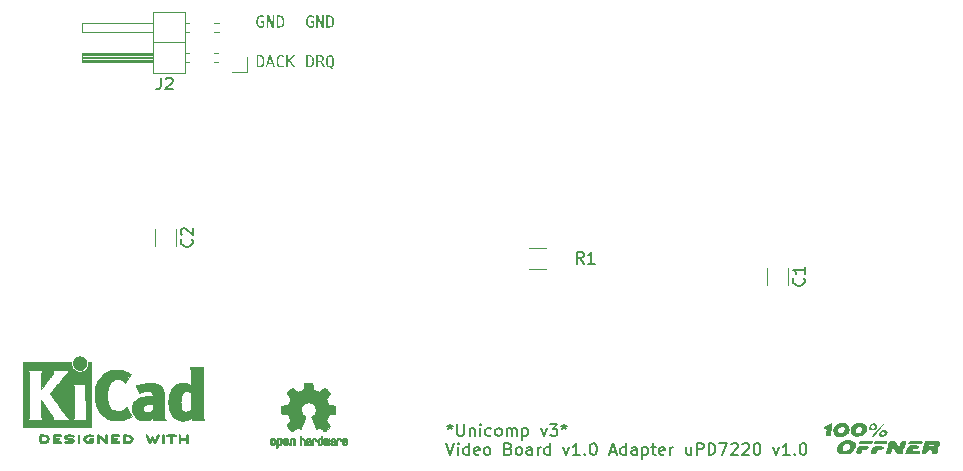
<source format=gbr>
%TF.GenerationSoftware,KiCad,Pcbnew,8.0.7-8.0.7-0~ubuntu22.04.1*%
%TF.CreationDate,2025-01-28T10:36:37+01:00*%
%TF.ProjectId,uPD7220_v1,75504437-3232-4305-9f76-312e6b696361,rev?*%
%TF.SameCoordinates,Original*%
%TF.FileFunction,Legend,Top*%
%TF.FilePolarity,Positive*%
%FSLAX46Y46*%
G04 Gerber Fmt 4.6, Leading zero omitted, Abs format (unit mm)*
G04 Created by KiCad (PCBNEW 8.0.7-8.0.7-0~ubuntu22.04.1) date 2025-01-28 10:36:37*
%MOMM*%
%LPD*%
G01*
G04 APERTURE LIST*
%ADD10C,0.100000*%
%ADD11C,0.150000*%
%ADD12C,0.120000*%
%ADD13C,0.010000*%
%ADD14C,0.000000*%
G04 APERTURE END LIST*
D10*
G36*
X81784374Y-73600270D02*
G01*
X81744415Y-73631807D01*
X81701108Y-73657572D01*
X81658833Y-73675986D01*
X81609620Y-73690586D01*
X81557694Y-73699127D01*
X81508135Y-73701631D01*
X81449332Y-73698226D01*
X81394738Y-73688012D01*
X81344355Y-73670987D01*
X81298181Y-73647153D01*
X81256218Y-73616510D01*
X81218464Y-73579056D01*
X81204541Y-73562168D01*
X81173300Y-73515767D01*
X81147354Y-73463880D01*
X81126703Y-73406506D01*
X81113995Y-73356658D01*
X81104675Y-73303299D01*
X81098745Y-73246428D01*
X81096203Y-73186047D01*
X81096097Y-73170403D01*
X81097815Y-73109365D01*
X81102967Y-73051792D01*
X81111553Y-72997685D01*
X81123575Y-72947043D01*
X81139031Y-72899866D01*
X81163180Y-72845767D01*
X81192697Y-72797083D01*
X81206006Y-72779126D01*
X81242452Y-72738667D01*
X81283096Y-72705066D01*
X81327937Y-72678322D01*
X81376976Y-72658435D01*
X81430214Y-72645406D01*
X81487649Y-72639235D01*
X81511799Y-72638686D01*
X81563302Y-72641911D01*
X81613031Y-72651585D01*
X81635385Y-72658226D01*
X81682724Y-72677208D01*
X81728693Y-72702802D01*
X81749447Y-72716844D01*
X81749447Y-72857528D01*
X81710844Y-72822399D01*
X81668008Y-72792042D01*
X81635385Y-72774729D01*
X81586828Y-72757492D01*
X81536013Y-72749043D01*
X81511799Y-72748107D01*
X81455742Y-72753156D01*
X81406184Y-72768303D01*
X81363125Y-72793548D01*
X81326563Y-72828890D01*
X81308588Y-72853620D01*
X81285596Y-72896831D01*
X81267361Y-72947512D01*
X81255799Y-72995453D01*
X81247540Y-73048582D01*
X81242585Y-73106899D01*
X81240999Y-73157287D01*
X81240933Y-73170403D01*
X81241956Y-73222449D01*
X81246111Y-73282592D01*
X81253462Y-73337272D01*
X81264009Y-73386491D01*
X81280885Y-73438343D01*
X81302363Y-73482329D01*
X81306390Y-73488896D01*
X81338501Y-73529152D01*
X81377343Y-73559521D01*
X81422917Y-73580002D01*
X81475223Y-73590596D01*
X81508135Y-73592210D01*
X81558905Y-73588336D01*
X81588979Y-73581219D01*
X81633551Y-73560335D01*
X81651750Y-73547025D01*
X81651750Y-73263948D01*
X81502762Y-73263948D01*
X81502762Y-73154527D01*
X81784374Y-73154527D01*
X81784374Y-73600270D01*
G37*
G36*
X81963648Y-72654318D02*
G01*
X82139503Y-72654318D01*
X82485595Y-73503550D01*
X82485595Y-72654318D01*
X82619684Y-72654318D01*
X82619684Y-73686000D01*
X82443829Y-73686000D01*
X82097493Y-72836767D01*
X82097493Y-73686000D01*
X81963648Y-73686000D01*
X81963648Y-72654318D01*
G37*
G36*
X83069476Y-72656283D02*
G01*
X83122412Y-72662179D01*
X83171478Y-72672006D01*
X83227369Y-72689818D01*
X83277213Y-72713771D01*
X83321011Y-72743866D01*
X83358763Y-72780103D01*
X83390848Y-72822815D01*
X83417496Y-72872338D01*
X83438705Y-72928670D01*
X83451756Y-72978639D01*
X83461328Y-73032965D01*
X83467419Y-73091651D01*
X83470029Y-73154694D01*
X83470138Y-73171136D01*
X83468397Y-73234978D01*
X83463177Y-73294493D01*
X83454476Y-73349681D01*
X83442294Y-73400541D01*
X83426632Y-73447073D01*
X83402160Y-73499152D01*
X83372250Y-73544469D01*
X83358763Y-73560703D01*
X83321011Y-73596799D01*
X83277213Y-73626777D01*
X83227369Y-73650637D01*
X83171478Y-73668380D01*
X83122412Y-73678168D01*
X83069476Y-73684042D01*
X83012671Y-73686000D01*
X82804332Y-73686000D01*
X82804332Y-73576579D01*
X82943794Y-73576579D01*
X83009740Y-73576579D01*
X83061954Y-73574438D01*
X83117779Y-73566218D01*
X83166150Y-73551832D01*
X83213164Y-73527257D01*
X83250032Y-73494290D01*
X83254471Y-73488896D01*
X83281499Y-73443637D01*
X83299382Y-73394035D01*
X83310559Y-73345078D01*
X83318349Y-73289191D01*
X83322143Y-73239494D01*
X83323768Y-73185362D01*
X83323836Y-73171136D01*
X83322756Y-73115441D01*
X83319516Y-73064249D01*
X83312429Y-73006592D01*
X83301966Y-72955971D01*
X83284956Y-72904514D01*
X83258968Y-72857287D01*
X83254715Y-72851666D01*
X83219368Y-72817405D01*
X83173805Y-72791559D01*
X83126622Y-72776103D01*
X83071933Y-72766830D01*
X83020627Y-72763824D01*
X83009740Y-72763739D01*
X82943794Y-72763739D01*
X82943794Y-73576579D01*
X82804332Y-73576579D01*
X82804332Y-72654318D01*
X83012671Y-72654318D01*
X83069476Y-72656283D01*
G37*
G36*
X85995120Y-73600270D02*
G01*
X85955161Y-73631807D01*
X85911854Y-73657572D01*
X85869579Y-73675986D01*
X85820367Y-73690586D01*
X85768441Y-73699127D01*
X85718882Y-73701631D01*
X85660078Y-73698226D01*
X85605485Y-73688012D01*
X85555102Y-73670987D01*
X85508928Y-73647153D01*
X85466964Y-73616510D01*
X85429211Y-73579056D01*
X85415288Y-73562168D01*
X85384047Y-73515767D01*
X85358101Y-73463880D01*
X85337450Y-73406506D01*
X85324741Y-73356658D01*
X85315422Y-73303299D01*
X85309491Y-73246428D01*
X85306950Y-73186047D01*
X85306844Y-73170403D01*
X85308561Y-73109365D01*
X85313713Y-73051792D01*
X85322300Y-72997685D01*
X85334321Y-72947043D01*
X85349777Y-72899866D01*
X85373927Y-72845767D01*
X85403444Y-72797083D01*
X85416753Y-72779126D01*
X85453199Y-72738667D01*
X85493842Y-72705066D01*
X85538684Y-72678322D01*
X85587723Y-72658435D01*
X85640960Y-72645406D01*
X85698396Y-72639235D01*
X85722545Y-72638686D01*
X85774048Y-72641911D01*
X85823778Y-72651585D01*
X85846132Y-72658226D01*
X85893471Y-72677208D01*
X85939440Y-72702802D01*
X85960193Y-72716844D01*
X85960193Y-72857528D01*
X85921591Y-72822399D01*
X85878755Y-72792042D01*
X85846132Y-72774729D01*
X85797575Y-72757492D01*
X85746760Y-72749043D01*
X85722545Y-72748107D01*
X85666489Y-72753156D01*
X85616931Y-72768303D01*
X85573871Y-72793548D01*
X85537310Y-72828890D01*
X85519335Y-72853620D01*
X85496343Y-72896831D01*
X85478108Y-72947512D01*
X85466546Y-72995453D01*
X85458287Y-73048582D01*
X85453332Y-73106899D01*
X85451746Y-73157287D01*
X85451680Y-73170403D01*
X85452703Y-73222449D01*
X85456858Y-73282592D01*
X85464209Y-73337272D01*
X85474756Y-73386491D01*
X85491632Y-73438343D01*
X85513110Y-73482329D01*
X85517137Y-73488896D01*
X85549247Y-73529152D01*
X85588090Y-73559521D01*
X85633664Y-73580002D01*
X85685970Y-73590596D01*
X85718882Y-73592210D01*
X85769652Y-73588336D01*
X85799726Y-73581219D01*
X85844297Y-73560335D01*
X85862496Y-73547025D01*
X85862496Y-73263948D01*
X85713508Y-73263948D01*
X85713508Y-73154527D01*
X85995120Y-73154527D01*
X85995120Y-73600270D01*
G37*
G36*
X86174394Y-72654318D02*
G01*
X86350249Y-72654318D01*
X86696341Y-73503550D01*
X86696341Y-72654318D01*
X86830431Y-72654318D01*
X86830431Y-73686000D01*
X86654576Y-73686000D01*
X86308240Y-72836767D01*
X86308240Y-73686000D01*
X86174394Y-73686000D01*
X86174394Y-72654318D01*
G37*
G36*
X87280223Y-72656283D02*
G01*
X87333159Y-72662179D01*
X87382225Y-72672006D01*
X87438116Y-72689818D01*
X87487960Y-72713771D01*
X87531758Y-72743866D01*
X87569510Y-72780103D01*
X87601595Y-72822815D01*
X87628242Y-72872338D01*
X87649451Y-72928670D01*
X87662503Y-72978639D01*
X87672074Y-73032965D01*
X87678165Y-73091651D01*
X87680776Y-73154694D01*
X87680884Y-73171136D01*
X87679144Y-73234978D01*
X87673923Y-73294493D01*
X87665222Y-73349681D01*
X87653041Y-73400541D01*
X87637379Y-73447073D01*
X87612907Y-73499152D01*
X87582996Y-73544469D01*
X87569510Y-73560703D01*
X87531758Y-73596799D01*
X87487960Y-73626777D01*
X87438116Y-73650637D01*
X87382225Y-73668380D01*
X87333159Y-73678168D01*
X87280223Y-73684042D01*
X87223418Y-73686000D01*
X87015078Y-73686000D01*
X87015078Y-73576579D01*
X87154541Y-73576579D01*
X87220487Y-73576579D01*
X87272701Y-73574438D01*
X87328525Y-73566218D01*
X87376897Y-73551832D01*
X87423910Y-73527257D01*
X87460779Y-73494290D01*
X87465218Y-73488896D01*
X87492246Y-73443637D01*
X87510129Y-73394035D01*
X87521306Y-73345078D01*
X87529096Y-73289191D01*
X87532889Y-73239494D01*
X87534515Y-73185362D01*
X87534583Y-73171136D01*
X87533503Y-73115441D01*
X87530263Y-73064249D01*
X87523175Y-73006592D01*
X87512713Y-72955971D01*
X87495702Y-72904514D01*
X87469715Y-72857287D01*
X87465462Y-72851666D01*
X87430114Y-72817405D01*
X87384552Y-72791559D01*
X87337368Y-72776103D01*
X87282680Y-72766830D01*
X87231373Y-72763824D01*
X87220487Y-72763739D01*
X87154541Y-72763739D01*
X87154541Y-73576579D01*
X87015078Y-73576579D01*
X87015078Y-72654318D01*
X87223418Y-72654318D01*
X87280223Y-72656283D01*
G37*
G36*
X81385178Y-76016283D02*
G01*
X81438114Y-76022179D01*
X81487180Y-76032006D01*
X81543070Y-76049818D01*
X81592915Y-76073771D01*
X81636713Y-76103866D01*
X81674464Y-76140103D01*
X81706550Y-76182815D01*
X81733197Y-76232338D01*
X81754406Y-76288670D01*
X81767458Y-76338639D01*
X81777029Y-76392965D01*
X81783120Y-76451651D01*
X81785730Y-76514694D01*
X81785839Y-76531136D01*
X81784099Y-76594978D01*
X81778878Y-76654493D01*
X81770177Y-76709681D01*
X81757995Y-76760541D01*
X81742333Y-76807073D01*
X81717861Y-76859152D01*
X81687951Y-76904469D01*
X81674464Y-76920703D01*
X81636713Y-76956799D01*
X81592915Y-76986777D01*
X81543070Y-77010637D01*
X81487180Y-77028380D01*
X81438114Y-77038168D01*
X81385178Y-77044042D01*
X81328372Y-77046000D01*
X81120033Y-77046000D01*
X81120033Y-76936579D01*
X81259496Y-76936579D01*
X81325441Y-76936579D01*
X81377655Y-76934438D01*
X81433480Y-76926218D01*
X81481852Y-76911832D01*
X81528865Y-76887257D01*
X81565734Y-76854290D01*
X81570173Y-76848896D01*
X81597201Y-76803637D01*
X81615084Y-76754035D01*
X81626261Y-76705078D01*
X81634051Y-76649191D01*
X81637844Y-76599494D01*
X81639470Y-76545362D01*
X81639538Y-76531136D01*
X81638458Y-76475441D01*
X81635217Y-76424249D01*
X81628130Y-76366592D01*
X81617667Y-76315971D01*
X81600657Y-76264514D01*
X81574669Y-76217287D01*
X81570417Y-76211666D01*
X81535069Y-76177405D01*
X81489507Y-76151559D01*
X81442323Y-76136103D01*
X81387634Y-76126830D01*
X81336328Y-76123824D01*
X81325441Y-76123739D01*
X81259496Y-76123739D01*
X81259496Y-76936579D01*
X81120033Y-76936579D01*
X81120033Y-76014318D01*
X81328372Y-76014318D01*
X81385178Y-76016283D01*
G37*
G36*
X82689782Y-77046000D02*
G01*
X82546167Y-77046000D01*
X82470696Y-76780263D01*
X82111415Y-76780263D01*
X82037165Y-77046000D01*
X81893550Y-77046000D01*
X82007678Y-76670842D01*
X82144876Y-76670842D01*
X82437723Y-76670842D01*
X82291422Y-76138393D01*
X82144876Y-76670842D01*
X82007678Y-76670842D01*
X82207402Y-76014318D01*
X82375685Y-76014318D01*
X82689782Y-77046000D01*
G37*
G36*
X83447423Y-76983473D02*
G01*
X83403917Y-77012000D01*
X83359523Y-77034077D01*
X83338735Y-77042092D01*
X83288867Y-77055449D01*
X83240132Y-77061154D01*
X83220766Y-77061631D01*
X83161323Y-77058232D01*
X83106186Y-77048035D01*
X83055354Y-77031041D01*
X83008828Y-77007249D01*
X82966606Y-76976659D01*
X82928690Y-76939271D01*
X82914729Y-76922413D01*
X82883348Y-76876070D01*
X82857285Y-76824205D01*
X82836541Y-76766819D01*
X82823775Y-76716934D01*
X82814414Y-76663515D01*
X82808457Y-76606563D01*
X82805904Y-76546077D01*
X82805797Y-76530403D01*
X82807507Y-76469365D01*
X82812636Y-76411792D01*
X82821184Y-76357685D01*
X82833152Y-76307043D01*
X82848540Y-76259866D01*
X82872582Y-76205767D01*
X82901968Y-76157083D01*
X82915218Y-76139126D01*
X82951593Y-76098667D01*
X82992178Y-76065066D01*
X83036973Y-76038322D01*
X83085978Y-76018435D01*
X83139193Y-76005406D01*
X83196617Y-75999235D01*
X83220766Y-75998686D01*
X83270399Y-76001911D01*
X83321236Y-76012597D01*
X83338735Y-76018226D01*
X83386947Y-76039063D01*
X83430795Y-76065109D01*
X83447423Y-76076844D01*
X83447423Y-76217528D01*
X83411602Y-76183784D01*
X83370483Y-76153886D01*
X83338247Y-76136195D01*
X83290697Y-76118009D01*
X83239219Y-76108793D01*
X83220766Y-76108107D01*
X83164721Y-76113133D01*
X83115198Y-76128209D01*
X83072197Y-76153337D01*
X83035717Y-76188516D01*
X83017800Y-76213131D01*
X82991628Y-76264210D01*
X82974312Y-76316160D01*
X82963489Y-76365210D01*
X82955946Y-76419495D01*
X82951683Y-76479016D01*
X82950633Y-76530403D01*
X82951683Y-76581675D01*
X82955946Y-76641074D01*
X82963489Y-76695262D01*
X82974312Y-76744238D01*
X82991628Y-76796130D01*
X83013668Y-76840518D01*
X83017800Y-76847186D01*
X83050553Y-76888108D01*
X83089828Y-76918980D01*
X83135624Y-76939800D01*
X83187942Y-76950569D01*
X83220766Y-76952210D01*
X83269419Y-76947615D01*
X83317348Y-76933829D01*
X83339224Y-76924367D01*
X83381687Y-76899729D01*
X83421884Y-76867946D01*
X83447423Y-76842789D01*
X83447423Y-76983473D01*
G37*
G36*
X83646481Y-76014318D02*
G01*
X83785944Y-76014318D01*
X83785944Y-76473250D01*
X84219475Y-76014318D01*
X84382385Y-76014318D01*
X83983048Y-76435881D01*
X84393864Y-77046000D01*
X84226314Y-77046000D01*
X83891701Y-76529182D01*
X83785944Y-76642510D01*
X83785944Y-77046000D01*
X83646481Y-77046000D01*
X83646481Y-76014318D01*
G37*
G36*
X85595924Y-76016283D02*
G01*
X85648860Y-76022179D01*
X85697926Y-76032006D01*
X85753817Y-76049818D01*
X85803662Y-76073771D01*
X85847459Y-76103866D01*
X85885211Y-76140103D01*
X85917296Y-76182815D01*
X85943944Y-76232338D01*
X85965153Y-76288670D01*
X85978205Y-76338639D01*
X85987776Y-76392965D01*
X85993867Y-76451651D01*
X85996477Y-76514694D01*
X85996586Y-76531136D01*
X85994845Y-76594978D01*
X85989625Y-76654493D01*
X85980924Y-76709681D01*
X85968742Y-76760541D01*
X85953080Y-76807073D01*
X85928608Y-76859152D01*
X85898698Y-76904469D01*
X85885211Y-76920703D01*
X85847459Y-76956799D01*
X85803662Y-76986777D01*
X85753817Y-77010637D01*
X85697926Y-77028380D01*
X85648860Y-77038168D01*
X85595924Y-77044042D01*
X85539119Y-77046000D01*
X85330780Y-77046000D01*
X85330780Y-76936579D01*
X85470242Y-76936579D01*
X85536188Y-76936579D01*
X85588402Y-76934438D01*
X85644227Y-76926218D01*
X85692598Y-76911832D01*
X85739612Y-76887257D01*
X85776480Y-76854290D01*
X85780919Y-76848896D01*
X85807947Y-76803637D01*
X85825830Y-76754035D01*
X85837007Y-76705078D01*
X85844797Y-76649191D01*
X85848591Y-76599494D01*
X85850216Y-76545362D01*
X85850284Y-76531136D01*
X85849204Y-76475441D01*
X85845964Y-76424249D01*
X85838877Y-76366592D01*
X85828414Y-76315971D01*
X85811404Y-76264514D01*
X85785416Y-76217287D01*
X85781163Y-76211666D01*
X85745816Y-76177405D01*
X85700253Y-76151559D01*
X85653070Y-76136103D01*
X85598381Y-76126830D01*
X85547075Y-76123824D01*
X85536188Y-76123739D01*
X85470242Y-76123739D01*
X85470242Y-76936579D01*
X85330780Y-76936579D01*
X85330780Y-76014318D01*
X85539119Y-76014318D01*
X85595924Y-76016283D01*
G37*
G36*
X86513731Y-76016196D02*
G01*
X86569693Y-76023409D01*
X86620091Y-76036031D01*
X86671856Y-76057594D01*
X86716048Y-76086521D01*
X86721743Y-76091254D01*
X86756860Y-76128091D01*
X86783352Y-76171497D01*
X86801219Y-76221470D01*
X86810460Y-76278012D01*
X86811868Y-76313271D01*
X86808403Y-76362089D01*
X86796221Y-76411389D01*
X86772398Y-76459188D01*
X86756425Y-76480333D01*
X86717537Y-76515872D01*
X86669872Y-76541585D01*
X86619468Y-76556324D01*
X86601087Y-76559468D01*
X86647745Y-76577657D01*
X86687426Y-76606580D01*
X86692189Y-76611247D01*
X86723193Y-76650322D01*
X86749872Y-76693648D01*
X86776051Y-76742249D01*
X86786467Y-76762922D01*
X86925930Y-77046000D01*
X86776942Y-77046000D01*
X86654576Y-76784415D01*
X86631902Y-76739381D01*
X86604262Y-76692641D01*
X86572788Y-76652569D01*
X86559321Y-76640556D01*
X86514073Y-76617415D01*
X86465742Y-76608820D01*
X86449168Y-76608316D01*
X86316544Y-76608316D01*
X86316544Y-77046000D01*
X86177081Y-77046000D01*
X86177081Y-76498896D01*
X86316544Y-76498896D01*
X86468463Y-76498896D01*
X86520479Y-76495263D01*
X86568803Y-76482708D01*
X86613631Y-76455803D01*
X86616718Y-76452978D01*
X86646485Y-76411521D01*
X86661703Y-76361511D01*
X86665567Y-76312050D01*
X86660486Y-76259156D01*
X86643162Y-76210670D01*
X86613543Y-76172343D01*
X86572375Y-76144671D01*
X86525282Y-76129482D01*
X86475026Y-76123928D01*
X86462845Y-76123739D01*
X86316544Y-76123739D01*
X86316544Y-76498896D01*
X86177081Y-76498896D01*
X86177081Y-76014318D01*
X86462845Y-76014318D01*
X86513731Y-76016196D01*
G37*
G36*
X87396415Y-76001906D02*
G01*
X87453201Y-76014271D01*
X87503737Y-76035909D01*
X87548021Y-76066821D01*
X87586054Y-76107007D01*
X87602727Y-76130577D01*
X87627213Y-76175127D01*
X87647549Y-76226342D01*
X87663735Y-76284225D01*
X87673695Y-76335331D01*
X87681000Y-76390703D01*
X87685648Y-76450342D01*
X87687640Y-76514248D01*
X87687723Y-76530891D01*
X87686987Y-76580160D01*
X87683994Y-76638289D01*
X87678700Y-76692578D01*
X87671105Y-76743027D01*
X87658952Y-76798497D01*
X87643484Y-76848437D01*
X87640584Y-76856223D01*
X87617742Y-76906644D01*
X87590248Y-76949982D01*
X87553131Y-76990840D01*
X87509938Y-77022446D01*
X87498191Y-77028903D01*
X87635455Y-77162259D01*
X87531652Y-77233578D01*
X87370940Y-77060654D01*
X87357018Y-77061143D01*
X87342852Y-77061631D01*
X87291312Y-77058417D01*
X87235052Y-77046075D01*
X87184889Y-77024477D01*
X87140822Y-76993622D01*
X87102852Y-76953511D01*
X87086153Y-76929984D01*
X87061737Y-76885453D01*
X87041459Y-76834291D01*
X87025320Y-76776498D01*
X87015388Y-76725489D01*
X87008105Y-76670237D01*
X87003470Y-76610741D01*
X87001484Y-76547001D01*
X87001401Y-76530403D01*
X87146481Y-76530403D01*
X87147202Y-76585106D01*
X87149366Y-76635763D01*
X87154100Y-76693396D01*
X87161087Y-76744709D01*
X87172447Y-76797940D01*
X87189803Y-76848540D01*
X87192643Y-76854757D01*
X87219525Y-76897393D01*
X87258562Y-76930797D01*
X87306911Y-76948784D01*
X87344318Y-76952210D01*
X87393472Y-76946150D01*
X87439865Y-76924844D01*
X87476831Y-76888199D01*
X87496237Y-76855246D01*
X87514319Y-76806476D01*
X87526283Y-76754738D01*
X87533760Y-76704619D01*
X87538972Y-76648130D01*
X87541510Y-76598354D01*
X87542598Y-76544503D01*
X87542643Y-76530403D01*
X87541918Y-76475586D01*
X87539743Y-76424829D01*
X87534984Y-76367093D01*
X87527960Y-76315702D01*
X87516539Y-76262407D01*
X87499092Y-76211778D01*
X87496237Y-76205560D01*
X87469431Y-76162924D01*
X87430370Y-76129520D01*
X87381882Y-76111533D01*
X87344318Y-76108107D01*
X87295362Y-76114198D01*
X87249082Y-76135611D01*
X87212115Y-76172441D01*
X87192643Y-76205560D01*
X87174656Y-76254413D01*
X87162755Y-76306185D01*
X87155317Y-76356307D01*
X87150132Y-76412774D01*
X87147608Y-76462516D01*
X87146526Y-76516318D01*
X87146481Y-76530403D01*
X87001401Y-76530403D01*
X87002146Y-76481319D01*
X87005456Y-76419608D01*
X87011415Y-76362163D01*
X87020023Y-76308985D01*
X87031279Y-76260073D01*
X87049074Y-76204934D01*
X87071007Y-76156461D01*
X87086153Y-76130577D01*
X87121127Y-76085755D01*
X87162300Y-76050206D01*
X87209672Y-76023931D01*
X87263244Y-76006929D01*
X87312624Y-75999845D01*
X87344318Y-75998686D01*
X87396415Y-76001906D01*
G37*
D11*
X97479636Y-107259875D02*
X97479636Y-107497970D01*
X97241541Y-107402732D02*
X97479636Y-107497970D01*
X97479636Y-107497970D02*
X97717731Y-107402732D01*
X97336779Y-107688446D02*
X97479636Y-107497970D01*
X97479636Y-107497970D02*
X97622493Y-107688446D01*
X98098684Y-107259875D02*
X98098684Y-108069398D01*
X98098684Y-108069398D02*
X98146303Y-108164636D01*
X98146303Y-108164636D02*
X98193922Y-108212256D01*
X98193922Y-108212256D02*
X98289160Y-108259875D01*
X98289160Y-108259875D02*
X98479636Y-108259875D01*
X98479636Y-108259875D02*
X98574874Y-108212256D01*
X98574874Y-108212256D02*
X98622493Y-108164636D01*
X98622493Y-108164636D02*
X98670112Y-108069398D01*
X98670112Y-108069398D02*
X98670112Y-107259875D01*
X99146303Y-107593208D02*
X99146303Y-108259875D01*
X99146303Y-107688446D02*
X99193922Y-107640827D01*
X99193922Y-107640827D02*
X99289160Y-107593208D01*
X99289160Y-107593208D02*
X99432017Y-107593208D01*
X99432017Y-107593208D02*
X99527255Y-107640827D01*
X99527255Y-107640827D02*
X99574874Y-107736065D01*
X99574874Y-107736065D02*
X99574874Y-108259875D01*
X100051065Y-108259875D02*
X100051065Y-107593208D01*
X100051065Y-107259875D02*
X100003446Y-107307494D01*
X100003446Y-107307494D02*
X100051065Y-107355113D01*
X100051065Y-107355113D02*
X100098684Y-107307494D01*
X100098684Y-107307494D02*
X100051065Y-107259875D01*
X100051065Y-107259875D02*
X100051065Y-107355113D01*
X100955826Y-108212256D02*
X100860588Y-108259875D01*
X100860588Y-108259875D02*
X100670112Y-108259875D01*
X100670112Y-108259875D02*
X100574874Y-108212256D01*
X100574874Y-108212256D02*
X100527255Y-108164636D01*
X100527255Y-108164636D02*
X100479636Y-108069398D01*
X100479636Y-108069398D02*
X100479636Y-107783684D01*
X100479636Y-107783684D02*
X100527255Y-107688446D01*
X100527255Y-107688446D02*
X100574874Y-107640827D01*
X100574874Y-107640827D02*
X100670112Y-107593208D01*
X100670112Y-107593208D02*
X100860588Y-107593208D01*
X100860588Y-107593208D02*
X100955826Y-107640827D01*
X101527255Y-108259875D02*
X101432017Y-108212256D01*
X101432017Y-108212256D02*
X101384398Y-108164636D01*
X101384398Y-108164636D02*
X101336779Y-108069398D01*
X101336779Y-108069398D02*
X101336779Y-107783684D01*
X101336779Y-107783684D02*
X101384398Y-107688446D01*
X101384398Y-107688446D02*
X101432017Y-107640827D01*
X101432017Y-107640827D02*
X101527255Y-107593208D01*
X101527255Y-107593208D02*
X101670112Y-107593208D01*
X101670112Y-107593208D02*
X101765350Y-107640827D01*
X101765350Y-107640827D02*
X101812969Y-107688446D01*
X101812969Y-107688446D02*
X101860588Y-107783684D01*
X101860588Y-107783684D02*
X101860588Y-108069398D01*
X101860588Y-108069398D02*
X101812969Y-108164636D01*
X101812969Y-108164636D02*
X101765350Y-108212256D01*
X101765350Y-108212256D02*
X101670112Y-108259875D01*
X101670112Y-108259875D02*
X101527255Y-108259875D01*
X102289160Y-108259875D02*
X102289160Y-107593208D01*
X102289160Y-107688446D02*
X102336779Y-107640827D01*
X102336779Y-107640827D02*
X102432017Y-107593208D01*
X102432017Y-107593208D02*
X102574874Y-107593208D01*
X102574874Y-107593208D02*
X102670112Y-107640827D01*
X102670112Y-107640827D02*
X102717731Y-107736065D01*
X102717731Y-107736065D02*
X102717731Y-108259875D01*
X102717731Y-107736065D02*
X102765350Y-107640827D01*
X102765350Y-107640827D02*
X102860588Y-107593208D01*
X102860588Y-107593208D02*
X103003445Y-107593208D01*
X103003445Y-107593208D02*
X103098684Y-107640827D01*
X103098684Y-107640827D02*
X103146303Y-107736065D01*
X103146303Y-107736065D02*
X103146303Y-108259875D01*
X103622493Y-107593208D02*
X103622493Y-108593208D01*
X103622493Y-107640827D02*
X103717731Y-107593208D01*
X103717731Y-107593208D02*
X103908207Y-107593208D01*
X103908207Y-107593208D02*
X104003445Y-107640827D01*
X104003445Y-107640827D02*
X104051064Y-107688446D01*
X104051064Y-107688446D02*
X104098683Y-107783684D01*
X104098683Y-107783684D02*
X104098683Y-108069398D01*
X104098683Y-108069398D02*
X104051064Y-108164636D01*
X104051064Y-108164636D02*
X104003445Y-108212256D01*
X104003445Y-108212256D02*
X103908207Y-108259875D01*
X103908207Y-108259875D02*
X103717731Y-108259875D01*
X103717731Y-108259875D02*
X103622493Y-108212256D01*
X105193922Y-107593208D02*
X105432017Y-108259875D01*
X105432017Y-108259875D02*
X105670112Y-107593208D01*
X105955827Y-107259875D02*
X106574874Y-107259875D01*
X106574874Y-107259875D02*
X106241541Y-107640827D01*
X106241541Y-107640827D02*
X106384398Y-107640827D01*
X106384398Y-107640827D02*
X106479636Y-107688446D01*
X106479636Y-107688446D02*
X106527255Y-107736065D01*
X106527255Y-107736065D02*
X106574874Y-107831303D01*
X106574874Y-107831303D02*
X106574874Y-108069398D01*
X106574874Y-108069398D02*
X106527255Y-108164636D01*
X106527255Y-108164636D02*
X106479636Y-108212256D01*
X106479636Y-108212256D02*
X106384398Y-108259875D01*
X106384398Y-108259875D02*
X106098684Y-108259875D01*
X106098684Y-108259875D02*
X106003446Y-108212256D01*
X106003446Y-108212256D02*
X105955827Y-108164636D01*
X107146303Y-107259875D02*
X107146303Y-107497970D01*
X106908208Y-107402732D02*
X107146303Y-107497970D01*
X107146303Y-107497970D02*
X107384398Y-107402732D01*
X107003446Y-107688446D02*
X107146303Y-107497970D01*
X107146303Y-107497970D02*
X107289160Y-107688446D01*
X97193922Y-108869819D02*
X97527255Y-109869819D01*
X97527255Y-109869819D02*
X97860588Y-108869819D01*
X98193922Y-109869819D02*
X98193922Y-109203152D01*
X98193922Y-108869819D02*
X98146303Y-108917438D01*
X98146303Y-108917438D02*
X98193922Y-108965057D01*
X98193922Y-108965057D02*
X98241541Y-108917438D01*
X98241541Y-108917438D02*
X98193922Y-108869819D01*
X98193922Y-108869819D02*
X98193922Y-108965057D01*
X99098683Y-109869819D02*
X99098683Y-108869819D01*
X99098683Y-109822200D02*
X99003445Y-109869819D01*
X99003445Y-109869819D02*
X98812969Y-109869819D01*
X98812969Y-109869819D02*
X98717731Y-109822200D01*
X98717731Y-109822200D02*
X98670112Y-109774580D01*
X98670112Y-109774580D02*
X98622493Y-109679342D01*
X98622493Y-109679342D02*
X98622493Y-109393628D01*
X98622493Y-109393628D02*
X98670112Y-109298390D01*
X98670112Y-109298390D02*
X98717731Y-109250771D01*
X98717731Y-109250771D02*
X98812969Y-109203152D01*
X98812969Y-109203152D02*
X99003445Y-109203152D01*
X99003445Y-109203152D02*
X99098683Y-109250771D01*
X99955826Y-109822200D02*
X99860588Y-109869819D01*
X99860588Y-109869819D02*
X99670112Y-109869819D01*
X99670112Y-109869819D02*
X99574874Y-109822200D01*
X99574874Y-109822200D02*
X99527255Y-109726961D01*
X99527255Y-109726961D02*
X99527255Y-109346009D01*
X99527255Y-109346009D02*
X99574874Y-109250771D01*
X99574874Y-109250771D02*
X99670112Y-109203152D01*
X99670112Y-109203152D02*
X99860588Y-109203152D01*
X99860588Y-109203152D02*
X99955826Y-109250771D01*
X99955826Y-109250771D02*
X100003445Y-109346009D01*
X100003445Y-109346009D02*
X100003445Y-109441247D01*
X100003445Y-109441247D02*
X99527255Y-109536485D01*
X100574874Y-109869819D02*
X100479636Y-109822200D01*
X100479636Y-109822200D02*
X100432017Y-109774580D01*
X100432017Y-109774580D02*
X100384398Y-109679342D01*
X100384398Y-109679342D02*
X100384398Y-109393628D01*
X100384398Y-109393628D02*
X100432017Y-109298390D01*
X100432017Y-109298390D02*
X100479636Y-109250771D01*
X100479636Y-109250771D02*
X100574874Y-109203152D01*
X100574874Y-109203152D02*
X100717731Y-109203152D01*
X100717731Y-109203152D02*
X100812969Y-109250771D01*
X100812969Y-109250771D02*
X100860588Y-109298390D01*
X100860588Y-109298390D02*
X100908207Y-109393628D01*
X100908207Y-109393628D02*
X100908207Y-109679342D01*
X100908207Y-109679342D02*
X100860588Y-109774580D01*
X100860588Y-109774580D02*
X100812969Y-109822200D01*
X100812969Y-109822200D02*
X100717731Y-109869819D01*
X100717731Y-109869819D02*
X100574874Y-109869819D01*
X102432017Y-109346009D02*
X102574874Y-109393628D01*
X102574874Y-109393628D02*
X102622493Y-109441247D01*
X102622493Y-109441247D02*
X102670112Y-109536485D01*
X102670112Y-109536485D02*
X102670112Y-109679342D01*
X102670112Y-109679342D02*
X102622493Y-109774580D01*
X102622493Y-109774580D02*
X102574874Y-109822200D01*
X102574874Y-109822200D02*
X102479636Y-109869819D01*
X102479636Y-109869819D02*
X102098684Y-109869819D01*
X102098684Y-109869819D02*
X102098684Y-108869819D01*
X102098684Y-108869819D02*
X102432017Y-108869819D01*
X102432017Y-108869819D02*
X102527255Y-108917438D01*
X102527255Y-108917438D02*
X102574874Y-108965057D01*
X102574874Y-108965057D02*
X102622493Y-109060295D01*
X102622493Y-109060295D02*
X102622493Y-109155533D01*
X102622493Y-109155533D02*
X102574874Y-109250771D01*
X102574874Y-109250771D02*
X102527255Y-109298390D01*
X102527255Y-109298390D02*
X102432017Y-109346009D01*
X102432017Y-109346009D02*
X102098684Y-109346009D01*
X103241541Y-109869819D02*
X103146303Y-109822200D01*
X103146303Y-109822200D02*
X103098684Y-109774580D01*
X103098684Y-109774580D02*
X103051065Y-109679342D01*
X103051065Y-109679342D02*
X103051065Y-109393628D01*
X103051065Y-109393628D02*
X103098684Y-109298390D01*
X103098684Y-109298390D02*
X103146303Y-109250771D01*
X103146303Y-109250771D02*
X103241541Y-109203152D01*
X103241541Y-109203152D02*
X103384398Y-109203152D01*
X103384398Y-109203152D02*
X103479636Y-109250771D01*
X103479636Y-109250771D02*
X103527255Y-109298390D01*
X103527255Y-109298390D02*
X103574874Y-109393628D01*
X103574874Y-109393628D02*
X103574874Y-109679342D01*
X103574874Y-109679342D02*
X103527255Y-109774580D01*
X103527255Y-109774580D02*
X103479636Y-109822200D01*
X103479636Y-109822200D02*
X103384398Y-109869819D01*
X103384398Y-109869819D02*
X103241541Y-109869819D01*
X104432017Y-109869819D02*
X104432017Y-109346009D01*
X104432017Y-109346009D02*
X104384398Y-109250771D01*
X104384398Y-109250771D02*
X104289160Y-109203152D01*
X104289160Y-109203152D02*
X104098684Y-109203152D01*
X104098684Y-109203152D02*
X104003446Y-109250771D01*
X104432017Y-109822200D02*
X104336779Y-109869819D01*
X104336779Y-109869819D02*
X104098684Y-109869819D01*
X104098684Y-109869819D02*
X104003446Y-109822200D01*
X104003446Y-109822200D02*
X103955827Y-109726961D01*
X103955827Y-109726961D02*
X103955827Y-109631723D01*
X103955827Y-109631723D02*
X104003446Y-109536485D01*
X104003446Y-109536485D02*
X104098684Y-109488866D01*
X104098684Y-109488866D02*
X104336779Y-109488866D01*
X104336779Y-109488866D02*
X104432017Y-109441247D01*
X104908208Y-109869819D02*
X104908208Y-109203152D01*
X104908208Y-109393628D02*
X104955827Y-109298390D01*
X104955827Y-109298390D02*
X105003446Y-109250771D01*
X105003446Y-109250771D02*
X105098684Y-109203152D01*
X105098684Y-109203152D02*
X105193922Y-109203152D01*
X105955827Y-109869819D02*
X105955827Y-108869819D01*
X105955827Y-109822200D02*
X105860589Y-109869819D01*
X105860589Y-109869819D02*
X105670113Y-109869819D01*
X105670113Y-109869819D02*
X105574875Y-109822200D01*
X105574875Y-109822200D02*
X105527256Y-109774580D01*
X105527256Y-109774580D02*
X105479637Y-109679342D01*
X105479637Y-109679342D02*
X105479637Y-109393628D01*
X105479637Y-109393628D02*
X105527256Y-109298390D01*
X105527256Y-109298390D02*
X105574875Y-109250771D01*
X105574875Y-109250771D02*
X105670113Y-109203152D01*
X105670113Y-109203152D02*
X105860589Y-109203152D01*
X105860589Y-109203152D02*
X105955827Y-109250771D01*
X107098685Y-109203152D02*
X107336780Y-109869819D01*
X107336780Y-109869819D02*
X107574875Y-109203152D01*
X108479637Y-109869819D02*
X107908209Y-109869819D01*
X108193923Y-109869819D02*
X108193923Y-108869819D01*
X108193923Y-108869819D02*
X108098685Y-109012676D01*
X108098685Y-109012676D02*
X108003447Y-109107914D01*
X108003447Y-109107914D02*
X107908209Y-109155533D01*
X108908209Y-109774580D02*
X108955828Y-109822200D01*
X108955828Y-109822200D02*
X108908209Y-109869819D01*
X108908209Y-109869819D02*
X108860590Y-109822200D01*
X108860590Y-109822200D02*
X108908209Y-109774580D01*
X108908209Y-109774580D02*
X108908209Y-109869819D01*
X109574875Y-108869819D02*
X109670113Y-108869819D01*
X109670113Y-108869819D02*
X109765351Y-108917438D01*
X109765351Y-108917438D02*
X109812970Y-108965057D01*
X109812970Y-108965057D02*
X109860589Y-109060295D01*
X109860589Y-109060295D02*
X109908208Y-109250771D01*
X109908208Y-109250771D02*
X109908208Y-109488866D01*
X109908208Y-109488866D02*
X109860589Y-109679342D01*
X109860589Y-109679342D02*
X109812970Y-109774580D01*
X109812970Y-109774580D02*
X109765351Y-109822200D01*
X109765351Y-109822200D02*
X109670113Y-109869819D01*
X109670113Y-109869819D02*
X109574875Y-109869819D01*
X109574875Y-109869819D02*
X109479637Y-109822200D01*
X109479637Y-109822200D02*
X109432018Y-109774580D01*
X109432018Y-109774580D02*
X109384399Y-109679342D01*
X109384399Y-109679342D02*
X109336780Y-109488866D01*
X109336780Y-109488866D02*
X109336780Y-109250771D01*
X109336780Y-109250771D02*
X109384399Y-109060295D01*
X109384399Y-109060295D02*
X109432018Y-108965057D01*
X109432018Y-108965057D02*
X109479637Y-108917438D01*
X109479637Y-108917438D02*
X109574875Y-108869819D01*
X111051066Y-109584104D02*
X111527256Y-109584104D01*
X110955828Y-109869819D02*
X111289161Y-108869819D01*
X111289161Y-108869819D02*
X111622494Y-109869819D01*
X112384399Y-109869819D02*
X112384399Y-108869819D01*
X112384399Y-109822200D02*
X112289161Y-109869819D01*
X112289161Y-109869819D02*
X112098685Y-109869819D01*
X112098685Y-109869819D02*
X112003447Y-109822200D01*
X112003447Y-109822200D02*
X111955828Y-109774580D01*
X111955828Y-109774580D02*
X111908209Y-109679342D01*
X111908209Y-109679342D02*
X111908209Y-109393628D01*
X111908209Y-109393628D02*
X111955828Y-109298390D01*
X111955828Y-109298390D02*
X112003447Y-109250771D01*
X112003447Y-109250771D02*
X112098685Y-109203152D01*
X112098685Y-109203152D02*
X112289161Y-109203152D01*
X112289161Y-109203152D02*
X112384399Y-109250771D01*
X113289161Y-109869819D02*
X113289161Y-109346009D01*
X113289161Y-109346009D02*
X113241542Y-109250771D01*
X113241542Y-109250771D02*
X113146304Y-109203152D01*
X113146304Y-109203152D02*
X112955828Y-109203152D01*
X112955828Y-109203152D02*
X112860590Y-109250771D01*
X113289161Y-109822200D02*
X113193923Y-109869819D01*
X113193923Y-109869819D02*
X112955828Y-109869819D01*
X112955828Y-109869819D02*
X112860590Y-109822200D01*
X112860590Y-109822200D02*
X112812971Y-109726961D01*
X112812971Y-109726961D02*
X112812971Y-109631723D01*
X112812971Y-109631723D02*
X112860590Y-109536485D01*
X112860590Y-109536485D02*
X112955828Y-109488866D01*
X112955828Y-109488866D02*
X113193923Y-109488866D01*
X113193923Y-109488866D02*
X113289161Y-109441247D01*
X113765352Y-109203152D02*
X113765352Y-110203152D01*
X113765352Y-109250771D02*
X113860590Y-109203152D01*
X113860590Y-109203152D02*
X114051066Y-109203152D01*
X114051066Y-109203152D02*
X114146304Y-109250771D01*
X114146304Y-109250771D02*
X114193923Y-109298390D01*
X114193923Y-109298390D02*
X114241542Y-109393628D01*
X114241542Y-109393628D02*
X114241542Y-109679342D01*
X114241542Y-109679342D02*
X114193923Y-109774580D01*
X114193923Y-109774580D02*
X114146304Y-109822200D01*
X114146304Y-109822200D02*
X114051066Y-109869819D01*
X114051066Y-109869819D02*
X113860590Y-109869819D01*
X113860590Y-109869819D02*
X113765352Y-109822200D01*
X114527257Y-109203152D02*
X114908209Y-109203152D01*
X114670114Y-108869819D02*
X114670114Y-109726961D01*
X114670114Y-109726961D02*
X114717733Y-109822200D01*
X114717733Y-109822200D02*
X114812971Y-109869819D01*
X114812971Y-109869819D02*
X114908209Y-109869819D01*
X115622495Y-109822200D02*
X115527257Y-109869819D01*
X115527257Y-109869819D02*
X115336781Y-109869819D01*
X115336781Y-109869819D02*
X115241543Y-109822200D01*
X115241543Y-109822200D02*
X115193924Y-109726961D01*
X115193924Y-109726961D02*
X115193924Y-109346009D01*
X115193924Y-109346009D02*
X115241543Y-109250771D01*
X115241543Y-109250771D02*
X115336781Y-109203152D01*
X115336781Y-109203152D02*
X115527257Y-109203152D01*
X115527257Y-109203152D02*
X115622495Y-109250771D01*
X115622495Y-109250771D02*
X115670114Y-109346009D01*
X115670114Y-109346009D02*
X115670114Y-109441247D01*
X115670114Y-109441247D02*
X115193924Y-109536485D01*
X116098686Y-109869819D02*
X116098686Y-109203152D01*
X116098686Y-109393628D02*
X116146305Y-109298390D01*
X116146305Y-109298390D02*
X116193924Y-109250771D01*
X116193924Y-109250771D02*
X116289162Y-109203152D01*
X116289162Y-109203152D02*
X116384400Y-109203152D01*
X117908210Y-109203152D02*
X117908210Y-109869819D01*
X117479639Y-109203152D02*
X117479639Y-109726961D01*
X117479639Y-109726961D02*
X117527258Y-109822200D01*
X117527258Y-109822200D02*
X117622496Y-109869819D01*
X117622496Y-109869819D02*
X117765353Y-109869819D01*
X117765353Y-109869819D02*
X117860591Y-109822200D01*
X117860591Y-109822200D02*
X117908210Y-109774580D01*
X118384401Y-109869819D02*
X118384401Y-108869819D01*
X118384401Y-108869819D02*
X118765353Y-108869819D01*
X118765353Y-108869819D02*
X118860591Y-108917438D01*
X118860591Y-108917438D02*
X118908210Y-108965057D01*
X118908210Y-108965057D02*
X118955829Y-109060295D01*
X118955829Y-109060295D02*
X118955829Y-109203152D01*
X118955829Y-109203152D02*
X118908210Y-109298390D01*
X118908210Y-109298390D02*
X118860591Y-109346009D01*
X118860591Y-109346009D02*
X118765353Y-109393628D01*
X118765353Y-109393628D02*
X118384401Y-109393628D01*
X119384401Y-109869819D02*
X119384401Y-108869819D01*
X119384401Y-108869819D02*
X119622496Y-108869819D01*
X119622496Y-108869819D02*
X119765353Y-108917438D01*
X119765353Y-108917438D02*
X119860591Y-109012676D01*
X119860591Y-109012676D02*
X119908210Y-109107914D01*
X119908210Y-109107914D02*
X119955829Y-109298390D01*
X119955829Y-109298390D02*
X119955829Y-109441247D01*
X119955829Y-109441247D02*
X119908210Y-109631723D01*
X119908210Y-109631723D02*
X119860591Y-109726961D01*
X119860591Y-109726961D02*
X119765353Y-109822200D01*
X119765353Y-109822200D02*
X119622496Y-109869819D01*
X119622496Y-109869819D02*
X119384401Y-109869819D01*
X120289163Y-108869819D02*
X120955829Y-108869819D01*
X120955829Y-108869819D02*
X120527258Y-109869819D01*
X121289163Y-108965057D02*
X121336782Y-108917438D01*
X121336782Y-108917438D02*
X121432020Y-108869819D01*
X121432020Y-108869819D02*
X121670115Y-108869819D01*
X121670115Y-108869819D02*
X121765353Y-108917438D01*
X121765353Y-108917438D02*
X121812972Y-108965057D01*
X121812972Y-108965057D02*
X121860591Y-109060295D01*
X121860591Y-109060295D02*
X121860591Y-109155533D01*
X121860591Y-109155533D02*
X121812972Y-109298390D01*
X121812972Y-109298390D02*
X121241544Y-109869819D01*
X121241544Y-109869819D02*
X121860591Y-109869819D01*
X122241544Y-108965057D02*
X122289163Y-108917438D01*
X122289163Y-108917438D02*
X122384401Y-108869819D01*
X122384401Y-108869819D02*
X122622496Y-108869819D01*
X122622496Y-108869819D02*
X122717734Y-108917438D01*
X122717734Y-108917438D02*
X122765353Y-108965057D01*
X122765353Y-108965057D02*
X122812972Y-109060295D01*
X122812972Y-109060295D02*
X122812972Y-109155533D01*
X122812972Y-109155533D02*
X122765353Y-109298390D01*
X122765353Y-109298390D02*
X122193925Y-109869819D01*
X122193925Y-109869819D02*
X122812972Y-109869819D01*
X123432020Y-108869819D02*
X123527258Y-108869819D01*
X123527258Y-108869819D02*
X123622496Y-108917438D01*
X123622496Y-108917438D02*
X123670115Y-108965057D01*
X123670115Y-108965057D02*
X123717734Y-109060295D01*
X123717734Y-109060295D02*
X123765353Y-109250771D01*
X123765353Y-109250771D02*
X123765353Y-109488866D01*
X123765353Y-109488866D02*
X123717734Y-109679342D01*
X123717734Y-109679342D02*
X123670115Y-109774580D01*
X123670115Y-109774580D02*
X123622496Y-109822200D01*
X123622496Y-109822200D02*
X123527258Y-109869819D01*
X123527258Y-109869819D02*
X123432020Y-109869819D01*
X123432020Y-109869819D02*
X123336782Y-109822200D01*
X123336782Y-109822200D02*
X123289163Y-109774580D01*
X123289163Y-109774580D02*
X123241544Y-109679342D01*
X123241544Y-109679342D02*
X123193925Y-109488866D01*
X123193925Y-109488866D02*
X123193925Y-109250771D01*
X123193925Y-109250771D02*
X123241544Y-109060295D01*
X123241544Y-109060295D02*
X123289163Y-108965057D01*
X123289163Y-108965057D02*
X123336782Y-108917438D01*
X123336782Y-108917438D02*
X123432020Y-108869819D01*
X124860592Y-109203152D02*
X125098687Y-109869819D01*
X125098687Y-109869819D02*
X125336782Y-109203152D01*
X126241544Y-109869819D02*
X125670116Y-109869819D01*
X125955830Y-109869819D02*
X125955830Y-108869819D01*
X125955830Y-108869819D02*
X125860592Y-109012676D01*
X125860592Y-109012676D02*
X125765354Y-109107914D01*
X125765354Y-109107914D02*
X125670116Y-109155533D01*
X126670116Y-109774580D02*
X126717735Y-109822200D01*
X126717735Y-109822200D02*
X126670116Y-109869819D01*
X126670116Y-109869819D02*
X126622497Y-109822200D01*
X126622497Y-109822200D02*
X126670116Y-109774580D01*
X126670116Y-109774580D02*
X126670116Y-109869819D01*
X127336782Y-108869819D02*
X127432020Y-108869819D01*
X127432020Y-108869819D02*
X127527258Y-108917438D01*
X127527258Y-108917438D02*
X127574877Y-108965057D01*
X127574877Y-108965057D02*
X127622496Y-109060295D01*
X127622496Y-109060295D02*
X127670115Y-109250771D01*
X127670115Y-109250771D02*
X127670115Y-109488866D01*
X127670115Y-109488866D02*
X127622496Y-109679342D01*
X127622496Y-109679342D02*
X127574877Y-109774580D01*
X127574877Y-109774580D02*
X127527258Y-109822200D01*
X127527258Y-109822200D02*
X127432020Y-109869819D01*
X127432020Y-109869819D02*
X127336782Y-109869819D01*
X127336782Y-109869819D02*
X127241544Y-109822200D01*
X127241544Y-109822200D02*
X127193925Y-109774580D01*
X127193925Y-109774580D02*
X127146306Y-109679342D01*
X127146306Y-109679342D02*
X127098687Y-109488866D01*
X127098687Y-109488866D02*
X127098687Y-109250771D01*
X127098687Y-109250771D02*
X127146306Y-109060295D01*
X127146306Y-109060295D02*
X127193925Y-108965057D01*
X127193925Y-108965057D02*
X127241544Y-108917438D01*
X127241544Y-108917438D02*
X127336782Y-108869819D01*
X108799333Y-93672819D02*
X108466000Y-93196628D01*
X108227905Y-93672819D02*
X108227905Y-92672819D01*
X108227905Y-92672819D02*
X108608857Y-92672819D01*
X108608857Y-92672819D02*
X108704095Y-92720438D01*
X108704095Y-92720438D02*
X108751714Y-92768057D01*
X108751714Y-92768057D02*
X108799333Y-92863295D01*
X108799333Y-92863295D02*
X108799333Y-93006152D01*
X108799333Y-93006152D02*
X108751714Y-93101390D01*
X108751714Y-93101390D02*
X108704095Y-93149009D01*
X108704095Y-93149009D02*
X108608857Y-93196628D01*
X108608857Y-93196628D02*
X108227905Y-93196628D01*
X109751714Y-93672819D02*
X109180286Y-93672819D01*
X109466000Y-93672819D02*
X109466000Y-92672819D01*
X109466000Y-92672819D02*
X109370762Y-92815676D01*
X109370762Y-92815676D02*
X109275524Y-92910914D01*
X109275524Y-92910914D02*
X109180286Y-92958533D01*
X73005666Y-77924819D02*
X73005666Y-78639104D01*
X73005666Y-78639104D02*
X72958047Y-78781961D01*
X72958047Y-78781961D02*
X72862809Y-78877200D01*
X72862809Y-78877200D02*
X72719952Y-78924819D01*
X72719952Y-78924819D02*
X72624714Y-78924819D01*
X73434238Y-78020057D02*
X73481857Y-77972438D01*
X73481857Y-77972438D02*
X73577095Y-77924819D01*
X73577095Y-77924819D02*
X73815190Y-77924819D01*
X73815190Y-77924819D02*
X73910428Y-77972438D01*
X73910428Y-77972438D02*
X73958047Y-78020057D01*
X73958047Y-78020057D02*
X74005666Y-78115295D01*
X74005666Y-78115295D02*
X74005666Y-78210533D01*
X74005666Y-78210533D02*
X73958047Y-78353390D01*
X73958047Y-78353390D02*
X73386619Y-78924819D01*
X73386619Y-78924819D02*
X74005666Y-78924819D01*
X75615580Y-91606666D02*
X75663200Y-91654285D01*
X75663200Y-91654285D02*
X75710819Y-91797142D01*
X75710819Y-91797142D02*
X75710819Y-91892380D01*
X75710819Y-91892380D02*
X75663200Y-92035237D01*
X75663200Y-92035237D02*
X75567961Y-92130475D01*
X75567961Y-92130475D02*
X75472723Y-92178094D01*
X75472723Y-92178094D02*
X75282247Y-92225713D01*
X75282247Y-92225713D02*
X75139390Y-92225713D01*
X75139390Y-92225713D02*
X74948914Y-92178094D01*
X74948914Y-92178094D02*
X74853676Y-92130475D01*
X74853676Y-92130475D02*
X74758438Y-92035237D01*
X74758438Y-92035237D02*
X74710819Y-91892380D01*
X74710819Y-91892380D02*
X74710819Y-91797142D01*
X74710819Y-91797142D02*
X74758438Y-91654285D01*
X74758438Y-91654285D02*
X74806057Y-91606666D01*
X74806057Y-91225713D02*
X74758438Y-91178094D01*
X74758438Y-91178094D02*
X74710819Y-91082856D01*
X74710819Y-91082856D02*
X74710819Y-90844761D01*
X74710819Y-90844761D02*
X74758438Y-90749523D01*
X74758438Y-90749523D02*
X74806057Y-90701904D01*
X74806057Y-90701904D02*
X74901295Y-90654285D01*
X74901295Y-90654285D02*
X74996533Y-90654285D01*
X74996533Y-90654285D02*
X75139390Y-90701904D01*
X75139390Y-90701904D02*
X75710819Y-91273332D01*
X75710819Y-91273332D02*
X75710819Y-90654285D01*
X127431580Y-94908666D02*
X127479200Y-94956285D01*
X127479200Y-94956285D02*
X127526819Y-95099142D01*
X127526819Y-95099142D02*
X127526819Y-95194380D01*
X127526819Y-95194380D02*
X127479200Y-95337237D01*
X127479200Y-95337237D02*
X127383961Y-95432475D01*
X127383961Y-95432475D02*
X127288723Y-95480094D01*
X127288723Y-95480094D02*
X127098247Y-95527713D01*
X127098247Y-95527713D02*
X126955390Y-95527713D01*
X126955390Y-95527713D02*
X126764914Y-95480094D01*
X126764914Y-95480094D02*
X126669676Y-95432475D01*
X126669676Y-95432475D02*
X126574438Y-95337237D01*
X126574438Y-95337237D02*
X126526819Y-95194380D01*
X126526819Y-95194380D02*
X126526819Y-95099142D01*
X126526819Y-95099142D02*
X126574438Y-94956285D01*
X126574438Y-94956285D02*
X126622057Y-94908666D01*
X127526819Y-93956285D02*
X127526819Y-94527713D01*
X127526819Y-94241999D02*
X126526819Y-94241999D01*
X126526819Y-94241999D02*
X126669676Y-94337237D01*
X126669676Y-94337237D02*
X126764914Y-94432475D01*
X126764914Y-94432475D02*
X126812533Y-94527713D01*
D12*
%TO.C,R1*%
X105629064Y-94128000D02*
X104174936Y-94128000D01*
X105629064Y-92308000D02*
X104174936Y-92308000D01*
%TO.C,J2*%
X80264000Y-77470000D02*
X78994000Y-77470000D01*
X80264000Y-76200000D02*
X80264000Y-77470000D01*
X77951071Y-74040000D02*
X77496929Y-74040000D01*
X77951071Y-73280000D02*
X77496929Y-73280000D01*
X77884000Y-76580000D02*
X77496929Y-76580000D01*
X77884000Y-75820000D02*
X77496929Y-75820000D01*
X75411071Y-76580000D02*
X75014000Y-76580000D01*
X75411071Y-75820000D02*
X75014000Y-75820000D01*
X75411071Y-74040000D02*
X75014000Y-74040000D01*
X75411071Y-73280000D02*
X75014000Y-73280000D01*
X75014000Y-77530000D02*
X75014000Y-72330000D01*
X75014000Y-74930000D02*
X72354000Y-74930000D01*
X75014000Y-72330000D02*
X72354000Y-72330000D01*
X72354000Y-77530000D02*
X75014000Y-77530000D01*
X72354000Y-76580000D02*
X66354000Y-76580000D01*
X72354000Y-76520000D02*
X66354000Y-76520000D01*
X72354000Y-76400000D02*
X66354000Y-76400000D01*
X72354000Y-76280000D02*
X66354000Y-76280000D01*
X72354000Y-76160000D02*
X66354000Y-76160000D01*
X72354000Y-76040000D02*
X66354000Y-76040000D01*
X72354000Y-75920000D02*
X66354000Y-75920000D01*
X72354000Y-74040000D02*
X66354000Y-74040000D01*
X72354000Y-72330000D02*
X72354000Y-77530000D01*
X66354000Y-76580000D02*
X66354000Y-75820000D01*
X66354000Y-75820000D02*
X72354000Y-75820000D01*
X66354000Y-74040000D02*
X66354000Y-73280000D01*
X66354000Y-73280000D02*
X72354000Y-73280000D01*
D13*
%TO.C,H2*%
X88152600Y-108458752D02*
X88169948Y-108466334D01*
X88211356Y-108499128D01*
X88246765Y-108546547D01*
X88268664Y-108597151D01*
X88272229Y-108622098D01*
X88260279Y-108656927D01*
X88234067Y-108675357D01*
X88205964Y-108686516D01*
X88193095Y-108688572D01*
X88186829Y-108673649D01*
X88174456Y-108641175D01*
X88169028Y-108626502D01*
X88138590Y-108575744D01*
X88094520Y-108550427D01*
X88038010Y-108551206D01*
X88033825Y-108552203D01*
X88003655Y-108566507D01*
X87981476Y-108594393D01*
X87966327Y-108639287D01*
X87957250Y-108704615D01*
X87953286Y-108793804D01*
X87952914Y-108841261D01*
X87952730Y-108916071D01*
X87951522Y-108967069D01*
X87948309Y-108999471D01*
X87942109Y-109018495D01*
X87931940Y-109029356D01*
X87916819Y-109037272D01*
X87915946Y-109037670D01*
X87886828Y-109049981D01*
X87872403Y-109054514D01*
X87870186Y-109040809D01*
X87868289Y-109002925D01*
X87866847Y-108945715D01*
X87865998Y-108874027D01*
X87865829Y-108821565D01*
X87866692Y-108720047D01*
X87870070Y-108643032D01*
X87877142Y-108586023D01*
X87889088Y-108544526D01*
X87907090Y-108514043D01*
X87932327Y-108490080D01*
X87957247Y-108473355D01*
X88017171Y-108451097D01*
X88086911Y-108446076D01*
X88152600Y-108458752D01*
G36*
X88152600Y-108458752D02*
G01*
X88169948Y-108466334D01*
X88211356Y-108499128D01*
X88246765Y-108546547D01*
X88268664Y-108597151D01*
X88272229Y-108622098D01*
X88260279Y-108656927D01*
X88234067Y-108675357D01*
X88205964Y-108686516D01*
X88193095Y-108688572D01*
X88186829Y-108673649D01*
X88174456Y-108641175D01*
X88169028Y-108626502D01*
X88138590Y-108575744D01*
X88094520Y-108550427D01*
X88038010Y-108551206D01*
X88033825Y-108552203D01*
X88003655Y-108566507D01*
X87981476Y-108594393D01*
X87966327Y-108639287D01*
X87957250Y-108704615D01*
X87953286Y-108793804D01*
X87952914Y-108841261D01*
X87952730Y-108916071D01*
X87951522Y-108967069D01*
X87948309Y-108999471D01*
X87942109Y-109018495D01*
X87931940Y-109029356D01*
X87916819Y-109037272D01*
X87915946Y-109037670D01*
X87886828Y-109049981D01*
X87872403Y-109054514D01*
X87870186Y-109040809D01*
X87868289Y-109002925D01*
X87866847Y-108945715D01*
X87865998Y-108874027D01*
X87865829Y-108821565D01*
X87866692Y-108720047D01*
X87870070Y-108643032D01*
X87877142Y-108586023D01*
X87889088Y-108544526D01*
X87907090Y-108514043D01*
X87932327Y-108490080D01*
X87957247Y-108473355D01*
X88017171Y-108451097D01*
X88086911Y-108446076D01*
X88152600Y-108458752D01*
G37*
X84216093Y-108427780D02*
X84262672Y-108454723D01*
X84295057Y-108481466D01*
X84318742Y-108509484D01*
X84335059Y-108543748D01*
X84345339Y-108589227D01*
X84350914Y-108650892D01*
X84353116Y-108733711D01*
X84353371Y-108793246D01*
X84353371Y-109012391D01*
X84291686Y-109040044D01*
X84230000Y-109067697D01*
X84222743Y-108827670D01*
X84219744Y-108738028D01*
X84216598Y-108672962D01*
X84212701Y-108628026D01*
X84207447Y-108598770D01*
X84200231Y-108580748D01*
X84190450Y-108569511D01*
X84187312Y-108567079D01*
X84139761Y-108548083D01*
X84091697Y-108555600D01*
X84063086Y-108575543D01*
X84051447Y-108589675D01*
X84043391Y-108608220D01*
X84038271Y-108636334D01*
X84035441Y-108679173D01*
X84034256Y-108741895D01*
X84034057Y-108807261D01*
X84034018Y-108889268D01*
X84032614Y-108947316D01*
X84027914Y-108986465D01*
X84017987Y-109011780D01*
X84000903Y-109028323D01*
X83974732Y-109041156D01*
X83939775Y-109054491D01*
X83901596Y-109069007D01*
X83906141Y-108811389D01*
X83907971Y-108718519D01*
X83910112Y-108649889D01*
X83913181Y-108600711D01*
X83917794Y-108566198D01*
X83924568Y-108541562D01*
X83934119Y-108522016D01*
X83945634Y-108504770D01*
X84001190Y-108449680D01*
X84068980Y-108417822D01*
X84142713Y-108410191D01*
X84216093Y-108427780D01*
G36*
X84216093Y-108427780D02*
G01*
X84262672Y-108454723D01*
X84295057Y-108481466D01*
X84318742Y-108509484D01*
X84335059Y-108543748D01*
X84345339Y-108589227D01*
X84350914Y-108650892D01*
X84353116Y-108733711D01*
X84353371Y-108793246D01*
X84353371Y-109012391D01*
X84291686Y-109040044D01*
X84230000Y-109067697D01*
X84222743Y-108827670D01*
X84219744Y-108738028D01*
X84216598Y-108672962D01*
X84212701Y-108628026D01*
X84207447Y-108598770D01*
X84200231Y-108580748D01*
X84190450Y-108569511D01*
X84187312Y-108567079D01*
X84139761Y-108548083D01*
X84091697Y-108555600D01*
X84063086Y-108575543D01*
X84051447Y-108589675D01*
X84043391Y-108608220D01*
X84038271Y-108636334D01*
X84035441Y-108679173D01*
X84034256Y-108741895D01*
X84034057Y-108807261D01*
X84034018Y-108889268D01*
X84032614Y-108947316D01*
X84027914Y-108986465D01*
X84017987Y-109011780D01*
X84000903Y-109028323D01*
X83974732Y-109041156D01*
X83939775Y-109054491D01*
X83901596Y-109069007D01*
X83906141Y-108811389D01*
X83907971Y-108718519D01*
X83910112Y-108649889D01*
X83913181Y-108600711D01*
X83917794Y-108566198D01*
X83924568Y-108541562D01*
X83934119Y-108522016D01*
X83945634Y-108504770D01*
X84001190Y-108449680D01*
X84068980Y-108417822D01*
X84142713Y-108410191D01*
X84216093Y-108427780D01*
G37*
X86029926Y-108449755D02*
X86095858Y-108474084D01*
X86149273Y-108517117D01*
X86170164Y-108547409D01*
X86192939Y-108602994D01*
X86192466Y-108643186D01*
X86168562Y-108670217D01*
X86159717Y-108674813D01*
X86121530Y-108689144D01*
X86102028Y-108685472D01*
X86095422Y-108661407D01*
X86095086Y-108648114D01*
X86082992Y-108599210D01*
X86051471Y-108564999D01*
X86007659Y-108548476D01*
X85958695Y-108552634D01*
X85918894Y-108574227D01*
X85905450Y-108586544D01*
X85895921Y-108601487D01*
X85889485Y-108624075D01*
X85885317Y-108659328D01*
X85882597Y-108712266D01*
X85880502Y-108787907D01*
X85879960Y-108811857D01*
X85877981Y-108893790D01*
X85875731Y-108951455D01*
X85872357Y-108989608D01*
X85867006Y-109013004D01*
X85858824Y-109026398D01*
X85846959Y-109034545D01*
X85839362Y-109038144D01*
X85807102Y-109050452D01*
X85788111Y-109054514D01*
X85781836Y-109040948D01*
X85778006Y-108999934D01*
X85776600Y-108930999D01*
X85777598Y-108833669D01*
X85777908Y-108818657D01*
X85780101Y-108729859D01*
X85782693Y-108665019D01*
X85786382Y-108619067D01*
X85791864Y-108586935D01*
X85799835Y-108563553D01*
X85810993Y-108543852D01*
X85816830Y-108535410D01*
X85850296Y-108498057D01*
X85887727Y-108469003D01*
X85892309Y-108466467D01*
X85959426Y-108446443D01*
X86029926Y-108449755D01*
G36*
X86029926Y-108449755D02*
G01*
X86095858Y-108474084D01*
X86149273Y-108517117D01*
X86170164Y-108547409D01*
X86192939Y-108602994D01*
X86192466Y-108643186D01*
X86168562Y-108670217D01*
X86159717Y-108674813D01*
X86121530Y-108689144D01*
X86102028Y-108685472D01*
X86095422Y-108661407D01*
X86095086Y-108648114D01*
X86082992Y-108599210D01*
X86051471Y-108564999D01*
X86007659Y-108548476D01*
X85958695Y-108552634D01*
X85918894Y-108574227D01*
X85905450Y-108586544D01*
X85895921Y-108601487D01*
X85889485Y-108624075D01*
X85885317Y-108659328D01*
X85882597Y-108712266D01*
X85880502Y-108787907D01*
X85879960Y-108811857D01*
X85877981Y-108893790D01*
X85875731Y-108951455D01*
X85872357Y-108989608D01*
X85867006Y-109013004D01*
X85858824Y-109026398D01*
X85846959Y-109034545D01*
X85839362Y-109038144D01*
X85807102Y-109050452D01*
X85788111Y-109054514D01*
X85781836Y-109040948D01*
X85778006Y-108999934D01*
X85776600Y-108930999D01*
X85777598Y-108833669D01*
X85777908Y-108818657D01*
X85780101Y-108729859D01*
X85782693Y-108665019D01*
X85786382Y-108619067D01*
X85791864Y-108586935D01*
X85799835Y-108563553D01*
X85810993Y-108543852D01*
X85816830Y-108535410D01*
X85850296Y-108498057D01*
X85887727Y-108469003D01*
X85892309Y-108466467D01*
X85959426Y-108446443D01*
X86029926Y-108449755D01*
G37*
X84875886Y-108351289D02*
X84880139Y-108410613D01*
X84885025Y-108445572D01*
X84891795Y-108460820D01*
X84901702Y-108461015D01*
X84904914Y-108459195D01*
X84947644Y-108446015D01*
X85003227Y-108446785D01*
X85059737Y-108460333D01*
X85095082Y-108477861D01*
X85131321Y-108505861D01*
X85157813Y-108537549D01*
X85175999Y-108577813D01*
X85187322Y-108631543D01*
X85193222Y-108703626D01*
X85195143Y-108798951D01*
X85195177Y-108817237D01*
X85195200Y-109022646D01*
X85149491Y-109038580D01*
X85117027Y-109049420D01*
X85099215Y-109054468D01*
X85098691Y-109054514D01*
X85096937Y-109040828D01*
X85095444Y-109003076D01*
X85094326Y-108946224D01*
X85093697Y-108875234D01*
X85093600Y-108832073D01*
X85093398Y-108746973D01*
X85092358Y-108685981D01*
X85089831Y-108644177D01*
X85085164Y-108616642D01*
X85077707Y-108598456D01*
X85066811Y-108584698D01*
X85060007Y-108578073D01*
X85013272Y-108551375D01*
X84962272Y-108549375D01*
X84916001Y-108571955D01*
X84907444Y-108580107D01*
X84894893Y-108595436D01*
X84886188Y-108613618D01*
X84880631Y-108639909D01*
X84877526Y-108679562D01*
X84876176Y-108737832D01*
X84875886Y-108818173D01*
X84875886Y-109022646D01*
X84830177Y-109038580D01*
X84797713Y-109049420D01*
X84779901Y-109054468D01*
X84779377Y-109054514D01*
X84778037Y-109040623D01*
X84776828Y-109001439D01*
X84775801Y-108940700D01*
X84775002Y-108862141D01*
X84774481Y-108769498D01*
X84774286Y-108666509D01*
X84774286Y-108269342D01*
X84821457Y-108249444D01*
X84868629Y-108229547D01*
X84875886Y-108351289D01*
G36*
X84875886Y-108351289D02*
G01*
X84880139Y-108410613D01*
X84885025Y-108445572D01*
X84891795Y-108460820D01*
X84901702Y-108461015D01*
X84904914Y-108459195D01*
X84947644Y-108446015D01*
X85003227Y-108446785D01*
X85059737Y-108460333D01*
X85095082Y-108477861D01*
X85131321Y-108505861D01*
X85157813Y-108537549D01*
X85175999Y-108577813D01*
X85187322Y-108631543D01*
X85193222Y-108703626D01*
X85195143Y-108798951D01*
X85195177Y-108817237D01*
X85195200Y-109022646D01*
X85149491Y-109038580D01*
X85117027Y-109049420D01*
X85099215Y-109054468D01*
X85098691Y-109054514D01*
X85096937Y-109040828D01*
X85095444Y-109003076D01*
X85094326Y-108946224D01*
X85093697Y-108875234D01*
X85093600Y-108832073D01*
X85093398Y-108746973D01*
X85092358Y-108685981D01*
X85089831Y-108644177D01*
X85085164Y-108616642D01*
X85077707Y-108598456D01*
X85066811Y-108584698D01*
X85060007Y-108578073D01*
X85013272Y-108551375D01*
X84962272Y-108549375D01*
X84916001Y-108571955D01*
X84907444Y-108580107D01*
X84894893Y-108595436D01*
X84886188Y-108613618D01*
X84880631Y-108639909D01*
X84877526Y-108679562D01*
X84876176Y-108737832D01*
X84875886Y-108818173D01*
X84875886Y-109022646D01*
X84830177Y-109038580D01*
X84797713Y-109049420D01*
X84779901Y-109054468D01*
X84779377Y-109054514D01*
X84778037Y-109040623D01*
X84776828Y-109001439D01*
X84775801Y-108940700D01*
X84775002Y-108862141D01*
X84774481Y-108769498D01*
X84774286Y-108666509D01*
X84774286Y-108269342D01*
X84821457Y-108249444D01*
X84868629Y-108229547D01*
X84875886Y-108351289D01*
G37*
X87279833Y-108458663D02*
X87282048Y-108496850D01*
X87283784Y-108554886D01*
X87284899Y-108628180D01*
X87285257Y-108705055D01*
X87285257Y-108965196D01*
X87239326Y-109011127D01*
X87207675Y-109039429D01*
X87179890Y-109050893D01*
X87141915Y-109050168D01*
X87126840Y-109048321D01*
X87079726Y-109042948D01*
X87040756Y-109039869D01*
X87031257Y-109039585D01*
X86999233Y-109041445D01*
X86953432Y-109046114D01*
X86935674Y-109048321D01*
X86892057Y-109051735D01*
X86862745Y-109044320D01*
X86833680Y-109021427D01*
X86823188Y-109011127D01*
X86777257Y-108965196D01*
X86777257Y-108478602D01*
X86814226Y-108461758D01*
X86846059Y-108449282D01*
X86864683Y-108444914D01*
X86869458Y-108458718D01*
X86873921Y-108497286D01*
X86877775Y-108556356D01*
X86880722Y-108631663D01*
X86882143Y-108695286D01*
X86886114Y-108945657D01*
X86920759Y-108950556D01*
X86952268Y-108947131D01*
X86967708Y-108936041D01*
X86972023Y-108915308D01*
X86975708Y-108871145D01*
X86978469Y-108809146D01*
X86980012Y-108734909D01*
X86980235Y-108696706D01*
X86980457Y-108476783D01*
X87026166Y-108460849D01*
X87058518Y-108450015D01*
X87076115Y-108444962D01*
X87076623Y-108444914D01*
X87078388Y-108458648D01*
X87080329Y-108496730D01*
X87082282Y-108554482D01*
X87084084Y-108627227D01*
X87085343Y-108695286D01*
X87089314Y-108945657D01*
X87176400Y-108945657D01*
X87180396Y-108717240D01*
X87184392Y-108488822D01*
X87226847Y-108466868D01*
X87258192Y-108451793D01*
X87276744Y-108444951D01*
X87277279Y-108444914D01*
X87279833Y-108458663D01*
G36*
X87279833Y-108458663D02*
G01*
X87282048Y-108496850D01*
X87283784Y-108554886D01*
X87284899Y-108628180D01*
X87285257Y-108705055D01*
X87285257Y-108965196D01*
X87239326Y-109011127D01*
X87207675Y-109039429D01*
X87179890Y-109050893D01*
X87141915Y-109050168D01*
X87126840Y-109048321D01*
X87079726Y-109042948D01*
X87040756Y-109039869D01*
X87031257Y-109039585D01*
X86999233Y-109041445D01*
X86953432Y-109046114D01*
X86935674Y-109048321D01*
X86892057Y-109051735D01*
X86862745Y-109044320D01*
X86833680Y-109021427D01*
X86823188Y-109011127D01*
X86777257Y-108965196D01*
X86777257Y-108478602D01*
X86814226Y-108461758D01*
X86846059Y-108449282D01*
X86864683Y-108444914D01*
X86869458Y-108458718D01*
X86873921Y-108497286D01*
X86877775Y-108556356D01*
X86880722Y-108631663D01*
X86882143Y-108695286D01*
X86886114Y-108945657D01*
X86920759Y-108950556D01*
X86952268Y-108947131D01*
X86967708Y-108936041D01*
X86972023Y-108915308D01*
X86975708Y-108871145D01*
X86978469Y-108809146D01*
X86980012Y-108734909D01*
X86980235Y-108696706D01*
X86980457Y-108476783D01*
X87026166Y-108460849D01*
X87058518Y-108450015D01*
X87076115Y-108444962D01*
X87076623Y-108444914D01*
X87078388Y-108458648D01*
X87080329Y-108496730D01*
X87082282Y-108554482D01*
X87084084Y-108627227D01*
X87085343Y-108695286D01*
X87089314Y-108945657D01*
X87176400Y-108945657D01*
X87180396Y-108717240D01*
X87184392Y-108488822D01*
X87226847Y-108466868D01*
X87258192Y-108451793D01*
X87276744Y-108444951D01*
X87277279Y-108444914D01*
X87279833Y-108458663D01*
G37*
X82541115Y-108421962D02*
X82609145Y-108457733D01*
X82659351Y-108515301D01*
X82677185Y-108552312D01*
X82691063Y-108607882D01*
X82698167Y-108678096D01*
X82698840Y-108754727D01*
X82693427Y-108829552D01*
X82682270Y-108894342D01*
X82665714Y-108940873D01*
X82660626Y-108948887D01*
X82600355Y-109008707D01*
X82528769Y-109044535D01*
X82451092Y-109055020D01*
X82372548Y-109038810D01*
X82350689Y-109029092D01*
X82308122Y-108999143D01*
X82270763Y-108959433D01*
X82267232Y-108954397D01*
X82252881Y-108930124D01*
X82243394Y-108904178D01*
X82237790Y-108870022D01*
X82235086Y-108821119D01*
X82234299Y-108750935D01*
X82234286Y-108735200D01*
X82234322Y-108730192D01*
X82379429Y-108730192D01*
X82380273Y-108796430D01*
X82383596Y-108840386D01*
X82390583Y-108868779D01*
X82402416Y-108888325D01*
X82408457Y-108894857D01*
X82443186Y-108919680D01*
X82476903Y-108918548D01*
X82510995Y-108897016D01*
X82531329Y-108874029D01*
X82543371Y-108840478D01*
X82550134Y-108787569D01*
X82550598Y-108781399D01*
X82551752Y-108685513D01*
X82539688Y-108614299D01*
X82514570Y-108568194D01*
X82476560Y-108547635D01*
X82462992Y-108546514D01*
X82427364Y-108552152D01*
X82402994Y-108571686D01*
X82388093Y-108609042D01*
X82380875Y-108668150D01*
X82379429Y-108730192D01*
X82234322Y-108730192D01*
X82234826Y-108660413D01*
X82237096Y-108608159D01*
X82242068Y-108571949D01*
X82250713Y-108545299D01*
X82264005Y-108521722D01*
X82266943Y-108517338D01*
X82316313Y-108458249D01*
X82370109Y-108423947D01*
X82435602Y-108410331D01*
X82457842Y-108409665D01*
X82541115Y-108421962D01*
G36*
X82541115Y-108421962D02*
G01*
X82609145Y-108457733D01*
X82659351Y-108515301D01*
X82677185Y-108552312D01*
X82691063Y-108607882D01*
X82698167Y-108678096D01*
X82698840Y-108754727D01*
X82693427Y-108829552D01*
X82682270Y-108894342D01*
X82665714Y-108940873D01*
X82660626Y-108948887D01*
X82600355Y-109008707D01*
X82528769Y-109044535D01*
X82451092Y-109055020D01*
X82372548Y-109038810D01*
X82350689Y-109029092D01*
X82308122Y-108999143D01*
X82270763Y-108959433D01*
X82267232Y-108954397D01*
X82252881Y-108930124D01*
X82243394Y-108904178D01*
X82237790Y-108870022D01*
X82235086Y-108821119D01*
X82234299Y-108750935D01*
X82234286Y-108735200D01*
X82234322Y-108730192D01*
X82379429Y-108730192D01*
X82380273Y-108796430D01*
X82383596Y-108840386D01*
X82390583Y-108868779D01*
X82402416Y-108888325D01*
X82408457Y-108894857D01*
X82443186Y-108919680D01*
X82476903Y-108918548D01*
X82510995Y-108897016D01*
X82531329Y-108874029D01*
X82543371Y-108840478D01*
X82550134Y-108787569D01*
X82550598Y-108781399D01*
X82551752Y-108685513D01*
X82539688Y-108614299D01*
X82514570Y-108568194D01*
X82476560Y-108547635D01*
X82462992Y-108546514D01*
X82427364Y-108552152D01*
X82402994Y-108571686D01*
X82388093Y-108609042D01*
X82380875Y-108668150D01*
X82379429Y-108730192D01*
X82234322Y-108730192D01*
X82234826Y-108660413D01*
X82237096Y-108608159D01*
X82242068Y-108571949D01*
X82250713Y-108545299D01*
X82264005Y-108521722D01*
X82266943Y-108517338D01*
X82316313Y-108458249D01*
X82370109Y-108423947D01*
X82435602Y-108410331D01*
X82457842Y-108409665D01*
X82541115Y-108421962D01*
G37*
X88653595Y-108466966D02*
X88711021Y-108504497D01*
X88738719Y-108538096D01*
X88760662Y-108599064D01*
X88762405Y-108647308D01*
X88758457Y-108711816D01*
X88609686Y-108776934D01*
X88537349Y-108810202D01*
X88490084Y-108836964D01*
X88465507Y-108860144D01*
X88461237Y-108882667D01*
X88474889Y-108907455D01*
X88489943Y-108923886D01*
X88533746Y-108950235D01*
X88581389Y-108952081D01*
X88625145Y-108931546D01*
X88657289Y-108890752D01*
X88663038Y-108876347D01*
X88690576Y-108831356D01*
X88722258Y-108812182D01*
X88765714Y-108795779D01*
X88765714Y-108857966D01*
X88761872Y-108900283D01*
X88746823Y-108935969D01*
X88715280Y-108976943D01*
X88710592Y-108982267D01*
X88675506Y-109018720D01*
X88645347Y-109038283D01*
X88607615Y-109047283D01*
X88576335Y-109050230D01*
X88520385Y-109050965D01*
X88480555Y-109041660D01*
X88455708Y-109027846D01*
X88416656Y-108997467D01*
X88389625Y-108964613D01*
X88372517Y-108923294D01*
X88363238Y-108867521D01*
X88359693Y-108791305D01*
X88359410Y-108752622D01*
X88360372Y-108706247D01*
X88448007Y-108706247D01*
X88449023Y-108731126D01*
X88451556Y-108735200D01*
X88468274Y-108729665D01*
X88504249Y-108715017D01*
X88552331Y-108694190D01*
X88562386Y-108689714D01*
X88623152Y-108658814D01*
X88656632Y-108631657D01*
X88663990Y-108606220D01*
X88646391Y-108580481D01*
X88631856Y-108569109D01*
X88579410Y-108546364D01*
X88530322Y-108550122D01*
X88489227Y-108577884D01*
X88460758Y-108627152D01*
X88451631Y-108666257D01*
X88448007Y-108706247D01*
X88360372Y-108706247D01*
X88361285Y-108662249D01*
X88368196Y-108595384D01*
X88381884Y-108546695D01*
X88404096Y-108510849D01*
X88436574Y-108482513D01*
X88450733Y-108473355D01*
X88515053Y-108449507D01*
X88585473Y-108448006D01*
X88653595Y-108466966D01*
G36*
X88653595Y-108466966D02*
G01*
X88711021Y-108504497D01*
X88738719Y-108538096D01*
X88760662Y-108599064D01*
X88762405Y-108647308D01*
X88758457Y-108711816D01*
X88609686Y-108776934D01*
X88537349Y-108810202D01*
X88490084Y-108836964D01*
X88465507Y-108860144D01*
X88461237Y-108882667D01*
X88474889Y-108907455D01*
X88489943Y-108923886D01*
X88533746Y-108950235D01*
X88581389Y-108952081D01*
X88625145Y-108931546D01*
X88657289Y-108890752D01*
X88663038Y-108876347D01*
X88690576Y-108831356D01*
X88722258Y-108812182D01*
X88765714Y-108795779D01*
X88765714Y-108857966D01*
X88761872Y-108900283D01*
X88746823Y-108935969D01*
X88715280Y-108976943D01*
X88710592Y-108982267D01*
X88675506Y-109018720D01*
X88645347Y-109038283D01*
X88607615Y-109047283D01*
X88576335Y-109050230D01*
X88520385Y-109050965D01*
X88480555Y-109041660D01*
X88455708Y-109027846D01*
X88416656Y-108997467D01*
X88389625Y-108964613D01*
X88372517Y-108923294D01*
X88363238Y-108867521D01*
X88359693Y-108791305D01*
X88359410Y-108752622D01*
X88360372Y-108706247D01*
X88448007Y-108706247D01*
X88449023Y-108731126D01*
X88451556Y-108735200D01*
X88468274Y-108729665D01*
X88504249Y-108715017D01*
X88552331Y-108694190D01*
X88562386Y-108689714D01*
X88623152Y-108658814D01*
X88656632Y-108631657D01*
X88663990Y-108606220D01*
X88646391Y-108580481D01*
X88631856Y-108569109D01*
X88579410Y-108546364D01*
X88530322Y-108550122D01*
X88489227Y-108577884D01*
X88460758Y-108627152D01*
X88451631Y-108666257D01*
X88448007Y-108706247D01*
X88360372Y-108706247D01*
X88361285Y-108662249D01*
X88368196Y-108595384D01*
X88381884Y-108546695D01*
X88404096Y-108510849D01*
X88436574Y-108482513D01*
X88450733Y-108473355D01*
X88515053Y-108449507D01*
X88585473Y-108448006D01*
X88653595Y-108466966D01*
G37*
X86690117Y-108565358D02*
X86689933Y-108673837D01*
X86689219Y-108757287D01*
X86687675Y-108819704D01*
X86685001Y-108865085D01*
X86680894Y-108897429D01*
X86675055Y-108920733D01*
X86667182Y-108938995D01*
X86661221Y-108949418D01*
X86611855Y-109005945D01*
X86549264Y-109041377D01*
X86480013Y-109054090D01*
X86410668Y-109042463D01*
X86369375Y-109021568D01*
X86326025Y-108985422D01*
X86296481Y-108941276D01*
X86278655Y-108883462D01*
X86270463Y-108806313D01*
X86269302Y-108749714D01*
X86269458Y-108745647D01*
X86370857Y-108745647D01*
X86371476Y-108810550D01*
X86374314Y-108853514D01*
X86380840Y-108881622D01*
X86392523Y-108901953D01*
X86406483Y-108917288D01*
X86453365Y-108946890D01*
X86503701Y-108949419D01*
X86551276Y-108924705D01*
X86554979Y-108921356D01*
X86570783Y-108903935D01*
X86580693Y-108883209D01*
X86586058Y-108852362D01*
X86588228Y-108804577D01*
X86588571Y-108751748D01*
X86587827Y-108685381D01*
X86584748Y-108641106D01*
X86578061Y-108612009D01*
X86566496Y-108591173D01*
X86557013Y-108580107D01*
X86512960Y-108552198D01*
X86462224Y-108548843D01*
X86413796Y-108570159D01*
X86404450Y-108578073D01*
X86388540Y-108595647D01*
X86378610Y-108616587D01*
X86373278Y-108647782D01*
X86371163Y-108696122D01*
X86370857Y-108745647D01*
X86269458Y-108745647D01*
X86272810Y-108658568D01*
X86284726Y-108590086D01*
X86307135Y-108538600D01*
X86342124Y-108498443D01*
X86369375Y-108477861D01*
X86418907Y-108455625D01*
X86476316Y-108445304D01*
X86529682Y-108448067D01*
X86559543Y-108459212D01*
X86571261Y-108462383D01*
X86579037Y-108450557D01*
X86584465Y-108418866D01*
X86588571Y-108370593D01*
X86593067Y-108316829D01*
X86599313Y-108284482D01*
X86610676Y-108265985D01*
X86630528Y-108253770D01*
X86643000Y-108248362D01*
X86690171Y-108228601D01*
X86690117Y-108565358D01*
G36*
X86690117Y-108565358D02*
G01*
X86689933Y-108673837D01*
X86689219Y-108757287D01*
X86687675Y-108819704D01*
X86685001Y-108865085D01*
X86680894Y-108897429D01*
X86675055Y-108920733D01*
X86667182Y-108938995D01*
X86661221Y-108949418D01*
X86611855Y-109005945D01*
X86549264Y-109041377D01*
X86480013Y-109054090D01*
X86410668Y-109042463D01*
X86369375Y-109021568D01*
X86326025Y-108985422D01*
X86296481Y-108941276D01*
X86278655Y-108883462D01*
X86270463Y-108806313D01*
X86269302Y-108749714D01*
X86269458Y-108745647D01*
X86370857Y-108745647D01*
X86371476Y-108810550D01*
X86374314Y-108853514D01*
X86380840Y-108881622D01*
X86392523Y-108901953D01*
X86406483Y-108917288D01*
X86453365Y-108946890D01*
X86503701Y-108949419D01*
X86551276Y-108924705D01*
X86554979Y-108921356D01*
X86570783Y-108903935D01*
X86580693Y-108883209D01*
X86586058Y-108852362D01*
X86588228Y-108804577D01*
X86588571Y-108751748D01*
X86587827Y-108685381D01*
X86584748Y-108641106D01*
X86578061Y-108612009D01*
X86566496Y-108591173D01*
X86557013Y-108580107D01*
X86512960Y-108552198D01*
X86462224Y-108548843D01*
X86413796Y-108570159D01*
X86404450Y-108578073D01*
X86388540Y-108595647D01*
X86378610Y-108616587D01*
X86373278Y-108647782D01*
X86371163Y-108696122D01*
X86370857Y-108745647D01*
X86269458Y-108745647D01*
X86272810Y-108658568D01*
X86284726Y-108590086D01*
X86307135Y-108538600D01*
X86342124Y-108498443D01*
X86369375Y-108477861D01*
X86418907Y-108455625D01*
X86476316Y-108445304D01*
X86529682Y-108448067D01*
X86559543Y-108459212D01*
X86571261Y-108462383D01*
X86579037Y-108450557D01*
X86584465Y-108418866D01*
X86588571Y-108370593D01*
X86593067Y-108316829D01*
X86599313Y-108284482D01*
X86610676Y-108265985D01*
X86630528Y-108253770D01*
X86643000Y-108248362D01*
X86690171Y-108228601D01*
X86690117Y-108565358D01*
G37*
X83668303Y-108431239D02*
X83725527Y-108469735D01*
X83769749Y-108525335D01*
X83796167Y-108596086D01*
X83801510Y-108648162D01*
X83800903Y-108669893D01*
X83795822Y-108686531D01*
X83781855Y-108701437D01*
X83754589Y-108717973D01*
X83709612Y-108739498D01*
X83642511Y-108769374D01*
X83642171Y-108769524D01*
X83580407Y-108797813D01*
X83529759Y-108822933D01*
X83495404Y-108842179D01*
X83482518Y-108852848D01*
X83482514Y-108852934D01*
X83493872Y-108876166D01*
X83520431Y-108901774D01*
X83550923Y-108920221D01*
X83566370Y-108923886D01*
X83608515Y-108911212D01*
X83644808Y-108879471D01*
X83662517Y-108844572D01*
X83679552Y-108818845D01*
X83712922Y-108789546D01*
X83752149Y-108764235D01*
X83786756Y-108750471D01*
X83793993Y-108749714D01*
X83802139Y-108762160D01*
X83802630Y-108793972D01*
X83796643Y-108836866D01*
X83785357Y-108882558D01*
X83769950Y-108922761D01*
X83769171Y-108924322D01*
X83722804Y-108989062D01*
X83662711Y-109033097D01*
X83594465Y-109054711D01*
X83523638Y-109052185D01*
X83455804Y-109023804D01*
X83452788Y-109021808D01*
X83399427Y-108973448D01*
X83364340Y-108910352D01*
X83344922Y-108827387D01*
X83342316Y-108804078D01*
X83337701Y-108694055D01*
X83343233Y-108642748D01*
X83482514Y-108642748D01*
X83484324Y-108674753D01*
X83494222Y-108684093D01*
X83518898Y-108677105D01*
X83557795Y-108660587D01*
X83601275Y-108639881D01*
X83602356Y-108639333D01*
X83639209Y-108619949D01*
X83654000Y-108607013D01*
X83650353Y-108593451D01*
X83634995Y-108575632D01*
X83595923Y-108549845D01*
X83553846Y-108547950D01*
X83516103Y-108566717D01*
X83490034Y-108602915D01*
X83482514Y-108642748D01*
X83343233Y-108642748D01*
X83347194Y-108606027D01*
X83371550Y-108536212D01*
X83405456Y-108487302D01*
X83466653Y-108437878D01*
X83534063Y-108413359D01*
X83602880Y-108411797D01*
X83668303Y-108431239D01*
G36*
X83668303Y-108431239D02*
G01*
X83725527Y-108469735D01*
X83769749Y-108525335D01*
X83796167Y-108596086D01*
X83801510Y-108648162D01*
X83800903Y-108669893D01*
X83795822Y-108686531D01*
X83781855Y-108701437D01*
X83754589Y-108717973D01*
X83709612Y-108739498D01*
X83642511Y-108769374D01*
X83642171Y-108769524D01*
X83580407Y-108797813D01*
X83529759Y-108822933D01*
X83495404Y-108842179D01*
X83482518Y-108852848D01*
X83482514Y-108852934D01*
X83493872Y-108876166D01*
X83520431Y-108901774D01*
X83550923Y-108920221D01*
X83566370Y-108923886D01*
X83608515Y-108911212D01*
X83644808Y-108879471D01*
X83662517Y-108844572D01*
X83679552Y-108818845D01*
X83712922Y-108789546D01*
X83752149Y-108764235D01*
X83786756Y-108750471D01*
X83793993Y-108749714D01*
X83802139Y-108762160D01*
X83802630Y-108793972D01*
X83796643Y-108836866D01*
X83785357Y-108882558D01*
X83769950Y-108922761D01*
X83769171Y-108924322D01*
X83722804Y-108989062D01*
X83662711Y-109033097D01*
X83594465Y-109054711D01*
X83523638Y-109052185D01*
X83455804Y-109023804D01*
X83452788Y-109021808D01*
X83399427Y-108973448D01*
X83364340Y-108910352D01*
X83344922Y-108827387D01*
X83342316Y-108804078D01*
X83337701Y-108694055D01*
X83343233Y-108642748D01*
X83482514Y-108642748D01*
X83484324Y-108674753D01*
X83494222Y-108684093D01*
X83518898Y-108677105D01*
X83557795Y-108660587D01*
X83601275Y-108639881D01*
X83602356Y-108639333D01*
X83639209Y-108619949D01*
X83654000Y-108607013D01*
X83650353Y-108593451D01*
X83634995Y-108575632D01*
X83595923Y-108549845D01*
X83553846Y-108547950D01*
X83516103Y-108566717D01*
X83490034Y-108602915D01*
X83482514Y-108642748D01*
X83343233Y-108642748D01*
X83347194Y-108606027D01*
X83371550Y-108536212D01*
X83405456Y-108487302D01*
X83466653Y-108437878D01*
X83534063Y-108413359D01*
X83602880Y-108411797D01*
X83668303Y-108431239D01*
G37*
X85539744Y-108450968D02*
X85596616Y-108472087D01*
X85597267Y-108472493D01*
X85632440Y-108498380D01*
X85658407Y-108528633D01*
X85676670Y-108568058D01*
X85688732Y-108621462D01*
X85696096Y-108693651D01*
X85700264Y-108789432D01*
X85700629Y-108803078D01*
X85705876Y-109008842D01*
X85661716Y-109031678D01*
X85629763Y-109047110D01*
X85610470Y-109054423D01*
X85609578Y-109054514D01*
X85606239Y-109041022D01*
X85603587Y-109004626D01*
X85601956Y-108951452D01*
X85601600Y-108908393D01*
X85601592Y-108838641D01*
X85598403Y-108794837D01*
X85587288Y-108773944D01*
X85563501Y-108772925D01*
X85522296Y-108788741D01*
X85460086Y-108817815D01*
X85414341Y-108841963D01*
X85390813Y-108862913D01*
X85383896Y-108885747D01*
X85383886Y-108886877D01*
X85395299Y-108926212D01*
X85429092Y-108947462D01*
X85480809Y-108950539D01*
X85518061Y-108950006D01*
X85537703Y-108960735D01*
X85549952Y-108986505D01*
X85557002Y-109019337D01*
X85546842Y-109037966D01*
X85543017Y-109040632D01*
X85507001Y-109051340D01*
X85456566Y-109052856D01*
X85404626Y-109045759D01*
X85367822Y-109032788D01*
X85316938Y-108989585D01*
X85288014Y-108929446D01*
X85282286Y-108882462D01*
X85286657Y-108840082D01*
X85302475Y-108805488D01*
X85333797Y-108774763D01*
X85384678Y-108743990D01*
X85459176Y-108709252D01*
X85463714Y-108707288D01*
X85530821Y-108676287D01*
X85572232Y-108650862D01*
X85589981Y-108628014D01*
X85586107Y-108604745D01*
X85562643Y-108578056D01*
X85555627Y-108571914D01*
X85508630Y-108548100D01*
X85459933Y-108549103D01*
X85417522Y-108572451D01*
X85389384Y-108615675D01*
X85386769Y-108624160D01*
X85361308Y-108665308D01*
X85329001Y-108685128D01*
X85282286Y-108704770D01*
X85282286Y-108653950D01*
X85296496Y-108580082D01*
X85338675Y-108512327D01*
X85360624Y-108489661D01*
X85410517Y-108460569D01*
X85473967Y-108447400D01*
X85539744Y-108450968D01*
G36*
X85539744Y-108450968D02*
G01*
X85596616Y-108472087D01*
X85597267Y-108472493D01*
X85632440Y-108498380D01*
X85658407Y-108528633D01*
X85676670Y-108568058D01*
X85688732Y-108621462D01*
X85696096Y-108693651D01*
X85700264Y-108789432D01*
X85700629Y-108803078D01*
X85705876Y-109008842D01*
X85661716Y-109031678D01*
X85629763Y-109047110D01*
X85610470Y-109054423D01*
X85609578Y-109054514D01*
X85606239Y-109041022D01*
X85603587Y-109004626D01*
X85601956Y-108951452D01*
X85601600Y-108908393D01*
X85601592Y-108838641D01*
X85598403Y-108794837D01*
X85587288Y-108773944D01*
X85563501Y-108772925D01*
X85522296Y-108788741D01*
X85460086Y-108817815D01*
X85414341Y-108841963D01*
X85390813Y-108862913D01*
X85383896Y-108885747D01*
X85383886Y-108886877D01*
X85395299Y-108926212D01*
X85429092Y-108947462D01*
X85480809Y-108950539D01*
X85518061Y-108950006D01*
X85537703Y-108960735D01*
X85549952Y-108986505D01*
X85557002Y-109019337D01*
X85546842Y-109037966D01*
X85543017Y-109040632D01*
X85507001Y-109051340D01*
X85456566Y-109052856D01*
X85404626Y-109045759D01*
X85367822Y-109032788D01*
X85316938Y-108989585D01*
X85288014Y-108929446D01*
X85282286Y-108882462D01*
X85286657Y-108840082D01*
X85302475Y-108805488D01*
X85333797Y-108774763D01*
X85384678Y-108743990D01*
X85459176Y-108709252D01*
X85463714Y-108707288D01*
X85530821Y-108676287D01*
X85572232Y-108650862D01*
X85589981Y-108628014D01*
X85586107Y-108604745D01*
X85562643Y-108578056D01*
X85555627Y-108571914D01*
X85508630Y-108548100D01*
X85459933Y-108549103D01*
X85417522Y-108572451D01*
X85389384Y-108615675D01*
X85386769Y-108624160D01*
X85361308Y-108665308D01*
X85329001Y-108685128D01*
X85282286Y-108704770D01*
X85282286Y-108653950D01*
X85296496Y-108580082D01*
X85338675Y-108512327D01*
X85360624Y-108489661D01*
X85410517Y-108460569D01*
X85473967Y-108447400D01*
X85539744Y-108450968D01*
G37*
X83099744Y-108419918D02*
X83155201Y-108447568D01*
X83204148Y-108498480D01*
X83217629Y-108517338D01*
X83232314Y-108542015D01*
X83241842Y-108568816D01*
X83247293Y-108604587D01*
X83249747Y-108656169D01*
X83250286Y-108724267D01*
X83247852Y-108817588D01*
X83239394Y-108887657D01*
X83223174Y-108939931D01*
X83197454Y-108979869D01*
X83160497Y-109012929D01*
X83157782Y-109014886D01*
X83121360Y-109034908D01*
X83077502Y-109044815D01*
X83021724Y-109047257D01*
X82931048Y-109047257D01*
X82931010Y-109135283D01*
X82930166Y-109184308D01*
X82925024Y-109213065D01*
X82911587Y-109230311D01*
X82885858Y-109244808D01*
X82879679Y-109247769D01*
X82850764Y-109261648D01*
X82828376Y-109270414D01*
X82811729Y-109271171D01*
X82800036Y-109261023D01*
X82792510Y-109237073D01*
X82788366Y-109196426D01*
X82786815Y-109136186D01*
X82787071Y-109053455D01*
X82788349Y-108945339D01*
X82788748Y-108913000D01*
X82790185Y-108801524D01*
X82791472Y-108728603D01*
X82930971Y-108728603D01*
X82931755Y-108790499D01*
X82935240Y-108830997D01*
X82943124Y-108857708D01*
X82957105Y-108878244D01*
X82966597Y-108888260D01*
X83005404Y-108917567D01*
X83039763Y-108919952D01*
X83075216Y-108895750D01*
X83076114Y-108894857D01*
X83090539Y-108876153D01*
X83099313Y-108850732D01*
X83103739Y-108811584D01*
X83105118Y-108751697D01*
X83105143Y-108738430D01*
X83101812Y-108655901D01*
X83090969Y-108598691D01*
X83071340Y-108563766D01*
X83041650Y-108548094D01*
X83024491Y-108546514D01*
X82983766Y-108553926D01*
X82955832Y-108578330D01*
X82939017Y-108622980D01*
X82931650Y-108691130D01*
X82930971Y-108728603D01*
X82791472Y-108728603D01*
X82791708Y-108715245D01*
X82793677Y-108650333D01*
X82796450Y-108602958D01*
X82800388Y-108569290D01*
X82805849Y-108545498D01*
X82813192Y-108527753D01*
X82822777Y-108512224D01*
X82826887Y-108506381D01*
X82881405Y-108451185D01*
X82950336Y-108419890D01*
X83030072Y-108411165D01*
X83099744Y-108419918D01*
G36*
X83099744Y-108419918D02*
G01*
X83155201Y-108447568D01*
X83204148Y-108498480D01*
X83217629Y-108517338D01*
X83232314Y-108542015D01*
X83241842Y-108568816D01*
X83247293Y-108604587D01*
X83249747Y-108656169D01*
X83250286Y-108724267D01*
X83247852Y-108817588D01*
X83239394Y-108887657D01*
X83223174Y-108939931D01*
X83197454Y-108979869D01*
X83160497Y-109012929D01*
X83157782Y-109014886D01*
X83121360Y-109034908D01*
X83077502Y-109044815D01*
X83021724Y-109047257D01*
X82931048Y-109047257D01*
X82931010Y-109135283D01*
X82930166Y-109184308D01*
X82925024Y-109213065D01*
X82911587Y-109230311D01*
X82885858Y-109244808D01*
X82879679Y-109247769D01*
X82850764Y-109261648D01*
X82828376Y-109270414D01*
X82811729Y-109271171D01*
X82800036Y-109261023D01*
X82792510Y-109237073D01*
X82788366Y-109196426D01*
X82786815Y-109136186D01*
X82787071Y-109053455D01*
X82788349Y-108945339D01*
X82788748Y-108913000D01*
X82790185Y-108801524D01*
X82791472Y-108728603D01*
X82930971Y-108728603D01*
X82931755Y-108790499D01*
X82935240Y-108830997D01*
X82943124Y-108857708D01*
X82957105Y-108878244D01*
X82966597Y-108888260D01*
X83005404Y-108917567D01*
X83039763Y-108919952D01*
X83075216Y-108895750D01*
X83076114Y-108894857D01*
X83090539Y-108876153D01*
X83099313Y-108850732D01*
X83103739Y-108811584D01*
X83105118Y-108751697D01*
X83105143Y-108738430D01*
X83101812Y-108655901D01*
X83090969Y-108598691D01*
X83071340Y-108563766D01*
X83041650Y-108548094D01*
X83024491Y-108546514D01*
X82983766Y-108553926D01*
X82955832Y-108578330D01*
X82939017Y-108622980D01*
X82931650Y-108691130D01*
X82930971Y-108728603D01*
X82791472Y-108728603D01*
X82791708Y-108715245D01*
X82793677Y-108650333D01*
X82796450Y-108602958D01*
X82800388Y-108569290D01*
X82805849Y-108545498D01*
X82813192Y-108527753D01*
X82822777Y-108512224D01*
X82826887Y-108506381D01*
X82881405Y-108451185D01*
X82950336Y-108419890D01*
X83030072Y-108411165D01*
X83099744Y-108419918D01*
G37*
X87644876Y-108456335D02*
X87686667Y-108475344D01*
X87719469Y-108498378D01*
X87743503Y-108524133D01*
X87760097Y-108557358D01*
X87770577Y-108602800D01*
X87776271Y-108665207D01*
X87778507Y-108749327D01*
X87778743Y-108804721D01*
X87778743Y-109020826D01*
X87741774Y-109037670D01*
X87712656Y-109049981D01*
X87698231Y-109054514D01*
X87695472Y-109041025D01*
X87693282Y-109004653D01*
X87691942Y-108951542D01*
X87691657Y-108909372D01*
X87690434Y-108848447D01*
X87687136Y-108800115D01*
X87682321Y-108770518D01*
X87678496Y-108764229D01*
X87652783Y-108770652D01*
X87612418Y-108787125D01*
X87565679Y-108809458D01*
X87520845Y-108833457D01*
X87486193Y-108854930D01*
X87470002Y-108869685D01*
X87469938Y-108869845D01*
X87471330Y-108897152D01*
X87483818Y-108923219D01*
X87505743Y-108944392D01*
X87537743Y-108951474D01*
X87565092Y-108950649D01*
X87603826Y-108950042D01*
X87624158Y-108959116D01*
X87636369Y-108983092D01*
X87637909Y-108987613D01*
X87643203Y-109021806D01*
X87629047Y-109042568D01*
X87592148Y-109052462D01*
X87552289Y-109054292D01*
X87480562Y-109040727D01*
X87443432Y-109021355D01*
X87397576Y-108975845D01*
X87373256Y-108919983D01*
X87371073Y-108860957D01*
X87391629Y-108805953D01*
X87422549Y-108771486D01*
X87453420Y-108752189D01*
X87501942Y-108727759D01*
X87558485Y-108702985D01*
X87567910Y-108699199D01*
X87630019Y-108671791D01*
X87665822Y-108647634D01*
X87677337Y-108623619D01*
X87666580Y-108596635D01*
X87648114Y-108575543D01*
X87604469Y-108549572D01*
X87556446Y-108547624D01*
X87512406Y-108567637D01*
X87480709Y-108607551D01*
X87476549Y-108617848D01*
X87452327Y-108655724D01*
X87416965Y-108683842D01*
X87372343Y-108706917D01*
X87372343Y-108641485D01*
X87374969Y-108601506D01*
X87386230Y-108569997D01*
X87411199Y-108536378D01*
X87435169Y-108510484D01*
X87472441Y-108473817D01*
X87501401Y-108454121D01*
X87532505Y-108446220D01*
X87567713Y-108444914D01*
X87644876Y-108456335D01*
G36*
X87644876Y-108456335D02*
G01*
X87686667Y-108475344D01*
X87719469Y-108498378D01*
X87743503Y-108524133D01*
X87760097Y-108557358D01*
X87770577Y-108602800D01*
X87776271Y-108665207D01*
X87778507Y-108749327D01*
X87778743Y-108804721D01*
X87778743Y-109020826D01*
X87741774Y-109037670D01*
X87712656Y-109049981D01*
X87698231Y-109054514D01*
X87695472Y-109041025D01*
X87693282Y-109004653D01*
X87691942Y-108951542D01*
X87691657Y-108909372D01*
X87690434Y-108848447D01*
X87687136Y-108800115D01*
X87682321Y-108770518D01*
X87678496Y-108764229D01*
X87652783Y-108770652D01*
X87612418Y-108787125D01*
X87565679Y-108809458D01*
X87520845Y-108833457D01*
X87486193Y-108854930D01*
X87470002Y-108869685D01*
X87469938Y-108869845D01*
X87471330Y-108897152D01*
X87483818Y-108923219D01*
X87505743Y-108944392D01*
X87537743Y-108951474D01*
X87565092Y-108950649D01*
X87603826Y-108950042D01*
X87624158Y-108959116D01*
X87636369Y-108983092D01*
X87637909Y-108987613D01*
X87643203Y-109021806D01*
X87629047Y-109042568D01*
X87592148Y-109052462D01*
X87552289Y-109054292D01*
X87480562Y-109040727D01*
X87443432Y-109021355D01*
X87397576Y-108975845D01*
X87373256Y-108919983D01*
X87371073Y-108860957D01*
X87391629Y-108805953D01*
X87422549Y-108771486D01*
X87453420Y-108752189D01*
X87501942Y-108727759D01*
X87558485Y-108702985D01*
X87567910Y-108699199D01*
X87630019Y-108671791D01*
X87665822Y-108647634D01*
X87677337Y-108623619D01*
X87666580Y-108596635D01*
X87648114Y-108575543D01*
X87604469Y-108549572D01*
X87556446Y-108547624D01*
X87512406Y-108567637D01*
X87480709Y-108607551D01*
X87476549Y-108617848D01*
X87452327Y-108655724D01*
X87416965Y-108683842D01*
X87372343Y-108706917D01*
X87372343Y-108641485D01*
X87374969Y-108601506D01*
X87386230Y-108569997D01*
X87411199Y-108536378D01*
X87435169Y-108510484D01*
X87472441Y-108473817D01*
X87501401Y-108454121D01*
X87532505Y-108446220D01*
X87567713Y-108444914D01*
X87644876Y-108456335D01*
G37*
X85603910Y-103742348D02*
X85682454Y-103742778D01*
X85739298Y-103743942D01*
X85778105Y-103746207D01*
X85802538Y-103749940D01*
X85816262Y-103755506D01*
X85822940Y-103763273D01*
X85826236Y-103773605D01*
X85826556Y-103774943D01*
X85831562Y-103799079D01*
X85840829Y-103846701D01*
X85853392Y-103912741D01*
X85868287Y-103992128D01*
X85884551Y-104079796D01*
X85885119Y-104082875D01*
X85901410Y-104168789D01*
X85916652Y-104244696D01*
X85929861Y-104306045D01*
X85940054Y-104348282D01*
X85946248Y-104366855D01*
X85946543Y-104367184D01*
X85964788Y-104376253D01*
X86002405Y-104391367D01*
X86051271Y-104409262D01*
X86051543Y-104409358D01*
X86113093Y-104432493D01*
X86185657Y-104461965D01*
X86254057Y-104491597D01*
X86257294Y-104493062D01*
X86368702Y-104543626D01*
X86615399Y-104375160D01*
X86691077Y-104323803D01*
X86759631Y-104277889D01*
X86817088Y-104240030D01*
X86859476Y-104212837D01*
X86882825Y-104198921D01*
X86885042Y-104197889D01*
X86902010Y-104202484D01*
X86933701Y-104224655D01*
X86981352Y-104265447D01*
X87046198Y-104325905D01*
X87112397Y-104390227D01*
X87176214Y-104453612D01*
X87233329Y-104511451D01*
X87280305Y-104560175D01*
X87313703Y-104596210D01*
X87330085Y-104615984D01*
X87330694Y-104617002D01*
X87332505Y-104630572D01*
X87325683Y-104652733D01*
X87308540Y-104686478D01*
X87279393Y-104734800D01*
X87236555Y-104800692D01*
X87179448Y-104885517D01*
X87128766Y-104960177D01*
X87083461Y-105027140D01*
X87046150Y-105082516D01*
X87019452Y-105122420D01*
X87005985Y-105142962D01*
X87005137Y-105144356D01*
X87006781Y-105164038D01*
X87019245Y-105202293D01*
X87040048Y-105251889D01*
X87047462Y-105267728D01*
X87079814Y-105338290D01*
X87114328Y-105418353D01*
X87142365Y-105487629D01*
X87162568Y-105539045D01*
X87178615Y-105578119D01*
X87187888Y-105598541D01*
X87189041Y-105600114D01*
X87206096Y-105602721D01*
X87246298Y-105609863D01*
X87304302Y-105620523D01*
X87374763Y-105633685D01*
X87452335Y-105648333D01*
X87531672Y-105663449D01*
X87607431Y-105678018D01*
X87674264Y-105691022D01*
X87726828Y-105701445D01*
X87759776Y-105708270D01*
X87767857Y-105710199D01*
X87776205Y-105714962D01*
X87782506Y-105725718D01*
X87787045Y-105746098D01*
X87790104Y-105779734D01*
X87791967Y-105830255D01*
X87792918Y-105901292D01*
X87793240Y-105996476D01*
X87793257Y-106035492D01*
X87793257Y-106352799D01*
X87717057Y-106367839D01*
X87674663Y-106375995D01*
X87611400Y-106387899D01*
X87534962Y-106402116D01*
X87453043Y-106417210D01*
X87430400Y-106421355D01*
X87354806Y-106436053D01*
X87288953Y-106450505D01*
X87238366Y-106463375D01*
X87208574Y-106473322D01*
X87203612Y-106476287D01*
X87191426Y-106497283D01*
X87173953Y-106537967D01*
X87154577Y-106590322D01*
X87150734Y-106601600D01*
X87125339Y-106671523D01*
X87093817Y-106750418D01*
X87062969Y-106821266D01*
X87062817Y-106821595D01*
X87011447Y-106932733D01*
X87180399Y-107181253D01*
X87349352Y-107429772D01*
X87132429Y-107647058D01*
X87066819Y-107711726D01*
X87006979Y-107768733D01*
X86956267Y-107815033D01*
X86918046Y-107847584D01*
X86895675Y-107863343D01*
X86892466Y-107864343D01*
X86873626Y-107856469D01*
X86835180Y-107834578D01*
X86781330Y-107801267D01*
X86716276Y-107759131D01*
X86645940Y-107711943D01*
X86574555Y-107663810D01*
X86510908Y-107621928D01*
X86459041Y-107588871D01*
X86422995Y-107567218D01*
X86406867Y-107559543D01*
X86387189Y-107566037D01*
X86349875Y-107583150D01*
X86302621Y-107607326D01*
X86297612Y-107610013D01*
X86233977Y-107641927D01*
X86190341Y-107657579D01*
X86163202Y-107657745D01*
X86149057Y-107643204D01*
X86148975Y-107643000D01*
X86141905Y-107625779D01*
X86125042Y-107584899D01*
X86099695Y-107523525D01*
X86067171Y-107444819D01*
X86028778Y-107351947D01*
X85985822Y-107248072D01*
X85944222Y-107147502D01*
X85898504Y-107036516D01*
X85856526Y-106933703D01*
X85819548Y-106842215D01*
X85788827Y-106765201D01*
X85765622Y-106705815D01*
X85751190Y-106667209D01*
X85746743Y-106652800D01*
X85757896Y-106636272D01*
X85787069Y-106609930D01*
X85825971Y-106580887D01*
X85936757Y-106489039D01*
X86023351Y-106383759D01*
X86084716Y-106267266D01*
X86119815Y-106141776D01*
X86127608Y-106009507D01*
X86121943Y-105948457D01*
X86091078Y-105821795D01*
X86037920Y-105709941D01*
X85965767Y-105614001D01*
X85877917Y-105535076D01*
X85777665Y-105474270D01*
X85668310Y-105432687D01*
X85553147Y-105411428D01*
X85435475Y-105411599D01*
X85318590Y-105434301D01*
X85205789Y-105480638D01*
X85100369Y-105551713D01*
X85056368Y-105591911D01*
X84971979Y-105695129D01*
X84913222Y-105807925D01*
X84879704Y-105927010D01*
X84871035Y-106049095D01*
X84886823Y-106170893D01*
X84926678Y-106289116D01*
X84990207Y-106400475D01*
X85077021Y-106501684D01*
X85174029Y-106580887D01*
X85214437Y-106611162D01*
X85242982Y-106637219D01*
X85253257Y-106652825D01*
X85247877Y-106669843D01*
X85232575Y-106710500D01*
X85208612Y-106771642D01*
X85177244Y-106850119D01*
X85139732Y-106942780D01*
X85097333Y-107046472D01*
X85055663Y-107147526D01*
X85009690Y-107258607D01*
X84967107Y-107361541D01*
X84929221Y-107453165D01*
X84897340Y-107530316D01*
X84872771Y-107589831D01*
X84856820Y-107628544D01*
X84850910Y-107643000D01*
X84836948Y-107657685D01*
X84809940Y-107657642D01*
X84766413Y-107642099D01*
X84702890Y-107610284D01*
X84702388Y-107610013D01*
X84654560Y-107585323D01*
X84615897Y-107567338D01*
X84594095Y-107559614D01*
X84593133Y-107559543D01*
X84576721Y-107567378D01*
X84540487Y-107589165D01*
X84488474Y-107622328D01*
X84424725Y-107664291D01*
X84354060Y-107711943D01*
X84282116Y-107760191D01*
X84217274Y-107802151D01*
X84163735Y-107835227D01*
X84125697Y-107856821D01*
X84107533Y-107864343D01*
X84090808Y-107854457D01*
X84057180Y-107826826D01*
X84010010Y-107784495D01*
X83952658Y-107730505D01*
X83888484Y-107667899D01*
X83867497Y-107646983D01*
X83650499Y-107429623D01*
X83815668Y-107187220D01*
X83865864Y-107112781D01*
X83909919Y-107045972D01*
X83945362Y-106990665D01*
X83969719Y-106950729D01*
X83980522Y-106930036D01*
X83980838Y-106928563D01*
X83975143Y-106909058D01*
X83959826Y-106869822D01*
X83937537Y-106817430D01*
X83921893Y-106782355D01*
X83892641Y-106715201D01*
X83865094Y-106647358D01*
X83843737Y-106590034D01*
X83837935Y-106572572D01*
X83821452Y-106525938D01*
X83805340Y-106489905D01*
X83796490Y-106476287D01*
X83776960Y-106467952D01*
X83734334Y-106456137D01*
X83674145Y-106442181D01*
X83601922Y-106427422D01*
X83569600Y-106421355D01*
X83487522Y-106406273D01*
X83408795Y-106391669D01*
X83341109Y-106378980D01*
X83292160Y-106369642D01*
X83282943Y-106367839D01*
X83206743Y-106352799D01*
X83206743Y-106035492D01*
X83206914Y-105931154D01*
X83207616Y-105852213D01*
X83209134Y-105795038D01*
X83211749Y-105755999D01*
X83215746Y-105731465D01*
X83221409Y-105717805D01*
X83229020Y-105711389D01*
X83232143Y-105710199D01*
X83250978Y-105705980D01*
X83292588Y-105697562D01*
X83351630Y-105685961D01*
X83422757Y-105672195D01*
X83500625Y-105657280D01*
X83579887Y-105642232D01*
X83655198Y-105628069D01*
X83721213Y-105615806D01*
X83772587Y-105606461D01*
X83803975Y-105601050D01*
X83810959Y-105600114D01*
X83817285Y-105587596D01*
X83831290Y-105554246D01*
X83850355Y-105506377D01*
X83857634Y-105487629D01*
X83886996Y-105415195D01*
X83921571Y-105335170D01*
X83952537Y-105267728D01*
X83975323Y-105216159D01*
X83990482Y-105173785D01*
X83995542Y-105147834D01*
X83994736Y-105144356D01*
X83984041Y-105127936D01*
X83959620Y-105091417D01*
X83924095Y-105038687D01*
X83880087Y-104973635D01*
X83830217Y-104900151D01*
X83820356Y-104885645D01*
X83762492Y-104799704D01*
X83719956Y-104734261D01*
X83691054Y-104686304D01*
X83674090Y-104652820D01*
X83667367Y-104630795D01*
X83669190Y-104617217D01*
X83669236Y-104617131D01*
X83683586Y-104599297D01*
X83715323Y-104564817D01*
X83761010Y-104517268D01*
X83817204Y-104460222D01*
X83880468Y-104397255D01*
X83887602Y-104390227D01*
X83967330Y-104313020D01*
X84028857Y-104256330D01*
X84073421Y-104219110D01*
X84102257Y-104200315D01*
X84114958Y-104197889D01*
X84133494Y-104208471D01*
X84171961Y-104232916D01*
X84226386Y-104268612D01*
X84292798Y-104312947D01*
X84367225Y-104363311D01*
X84384601Y-104375160D01*
X84631297Y-104543626D01*
X84742706Y-104493062D01*
X84810457Y-104463595D01*
X84883183Y-104433959D01*
X84945703Y-104410330D01*
X84948457Y-104409358D01*
X84997360Y-104391457D01*
X85035057Y-104376320D01*
X85053425Y-104367210D01*
X85053456Y-104367184D01*
X85059285Y-104350717D01*
X85069192Y-104310219D01*
X85082195Y-104250242D01*
X85097309Y-104175340D01*
X85113552Y-104090064D01*
X85114881Y-104082875D01*
X85131175Y-103995014D01*
X85146133Y-103915260D01*
X85158791Y-103848681D01*
X85168186Y-103800347D01*
X85173354Y-103775325D01*
X85173444Y-103774943D01*
X85176589Y-103764299D01*
X85182704Y-103756262D01*
X85195453Y-103750467D01*
X85218500Y-103746547D01*
X85255509Y-103744135D01*
X85310144Y-103742865D01*
X85386067Y-103742371D01*
X85486944Y-103742286D01*
X85500000Y-103742286D01*
X85603910Y-103742348D01*
G36*
X85603910Y-103742348D02*
G01*
X85682454Y-103742778D01*
X85739298Y-103743942D01*
X85778105Y-103746207D01*
X85802538Y-103749940D01*
X85816262Y-103755506D01*
X85822940Y-103763273D01*
X85826236Y-103773605D01*
X85826556Y-103774943D01*
X85831562Y-103799079D01*
X85840829Y-103846701D01*
X85853392Y-103912741D01*
X85868287Y-103992128D01*
X85884551Y-104079796D01*
X85885119Y-104082875D01*
X85901410Y-104168789D01*
X85916652Y-104244696D01*
X85929861Y-104306045D01*
X85940054Y-104348282D01*
X85946248Y-104366855D01*
X85946543Y-104367184D01*
X85964788Y-104376253D01*
X86002405Y-104391367D01*
X86051271Y-104409262D01*
X86051543Y-104409358D01*
X86113093Y-104432493D01*
X86185657Y-104461965D01*
X86254057Y-104491597D01*
X86257294Y-104493062D01*
X86368702Y-104543626D01*
X86615399Y-104375160D01*
X86691077Y-104323803D01*
X86759631Y-104277889D01*
X86817088Y-104240030D01*
X86859476Y-104212837D01*
X86882825Y-104198921D01*
X86885042Y-104197889D01*
X86902010Y-104202484D01*
X86933701Y-104224655D01*
X86981352Y-104265447D01*
X87046198Y-104325905D01*
X87112397Y-104390227D01*
X87176214Y-104453612D01*
X87233329Y-104511451D01*
X87280305Y-104560175D01*
X87313703Y-104596210D01*
X87330085Y-104615984D01*
X87330694Y-104617002D01*
X87332505Y-104630572D01*
X87325683Y-104652733D01*
X87308540Y-104686478D01*
X87279393Y-104734800D01*
X87236555Y-104800692D01*
X87179448Y-104885517D01*
X87128766Y-104960177D01*
X87083461Y-105027140D01*
X87046150Y-105082516D01*
X87019452Y-105122420D01*
X87005985Y-105142962D01*
X87005137Y-105144356D01*
X87006781Y-105164038D01*
X87019245Y-105202293D01*
X87040048Y-105251889D01*
X87047462Y-105267728D01*
X87079814Y-105338290D01*
X87114328Y-105418353D01*
X87142365Y-105487629D01*
X87162568Y-105539045D01*
X87178615Y-105578119D01*
X87187888Y-105598541D01*
X87189041Y-105600114D01*
X87206096Y-105602721D01*
X87246298Y-105609863D01*
X87304302Y-105620523D01*
X87374763Y-105633685D01*
X87452335Y-105648333D01*
X87531672Y-105663449D01*
X87607431Y-105678018D01*
X87674264Y-105691022D01*
X87726828Y-105701445D01*
X87759776Y-105708270D01*
X87767857Y-105710199D01*
X87776205Y-105714962D01*
X87782506Y-105725718D01*
X87787045Y-105746098D01*
X87790104Y-105779734D01*
X87791967Y-105830255D01*
X87792918Y-105901292D01*
X87793240Y-105996476D01*
X87793257Y-106035492D01*
X87793257Y-106352799D01*
X87717057Y-106367839D01*
X87674663Y-106375995D01*
X87611400Y-106387899D01*
X87534962Y-106402116D01*
X87453043Y-106417210D01*
X87430400Y-106421355D01*
X87354806Y-106436053D01*
X87288953Y-106450505D01*
X87238366Y-106463375D01*
X87208574Y-106473322D01*
X87203612Y-106476287D01*
X87191426Y-106497283D01*
X87173953Y-106537967D01*
X87154577Y-106590322D01*
X87150734Y-106601600D01*
X87125339Y-106671523D01*
X87093817Y-106750418D01*
X87062969Y-106821266D01*
X87062817Y-106821595D01*
X87011447Y-106932733D01*
X87180399Y-107181253D01*
X87349352Y-107429772D01*
X87132429Y-107647058D01*
X87066819Y-107711726D01*
X87006979Y-107768733D01*
X86956267Y-107815033D01*
X86918046Y-107847584D01*
X86895675Y-107863343D01*
X86892466Y-107864343D01*
X86873626Y-107856469D01*
X86835180Y-107834578D01*
X86781330Y-107801267D01*
X86716276Y-107759131D01*
X86645940Y-107711943D01*
X86574555Y-107663810D01*
X86510908Y-107621928D01*
X86459041Y-107588871D01*
X86422995Y-107567218D01*
X86406867Y-107559543D01*
X86387189Y-107566037D01*
X86349875Y-107583150D01*
X86302621Y-107607326D01*
X86297612Y-107610013D01*
X86233977Y-107641927D01*
X86190341Y-107657579D01*
X86163202Y-107657745D01*
X86149057Y-107643204D01*
X86148975Y-107643000D01*
X86141905Y-107625779D01*
X86125042Y-107584899D01*
X86099695Y-107523525D01*
X86067171Y-107444819D01*
X86028778Y-107351947D01*
X85985822Y-107248072D01*
X85944222Y-107147502D01*
X85898504Y-107036516D01*
X85856526Y-106933703D01*
X85819548Y-106842215D01*
X85788827Y-106765201D01*
X85765622Y-106705815D01*
X85751190Y-106667209D01*
X85746743Y-106652800D01*
X85757896Y-106636272D01*
X85787069Y-106609930D01*
X85825971Y-106580887D01*
X85936757Y-106489039D01*
X86023351Y-106383759D01*
X86084716Y-106267266D01*
X86119815Y-106141776D01*
X86127608Y-106009507D01*
X86121943Y-105948457D01*
X86091078Y-105821795D01*
X86037920Y-105709941D01*
X85965767Y-105614001D01*
X85877917Y-105535076D01*
X85777665Y-105474270D01*
X85668310Y-105432687D01*
X85553147Y-105411428D01*
X85435475Y-105411599D01*
X85318590Y-105434301D01*
X85205789Y-105480638D01*
X85100369Y-105551713D01*
X85056368Y-105591911D01*
X84971979Y-105695129D01*
X84913222Y-105807925D01*
X84879704Y-105927010D01*
X84871035Y-106049095D01*
X84886823Y-106170893D01*
X84926678Y-106289116D01*
X84990207Y-106400475D01*
X85077021Y-106501684D01*
X85174029Y-106580887D01*
X85214437Y-106611162D01*
X85242982Y-106637219D01*
X85253257Y-106652825D01*
X85247877Y-106669843D01*
X85232575Y-106710500D01*
X85208612Y-106771642D01*
X85177244Y-106850119D01*
X85139732Y-106942780D01*
X85097333Y-107046472D01*
X85055663Y-107147526D01*
X85009690Y-107258607D01*
X84967107Y-107361541D01*
X84929221Y-107453165D01*
X84897340Y-107530316D01*
X84872771Y-107589831D01*
X84856820Y-107628544D01*
X84850910Y-107643000D01*
X84836948Y-107657685D01*
X84809940Y-107657642D01*
X84766413Y-107642099D01*
X84702890Y-107610284D01*
X84702388Y-107610013D01*
X84654560Y-107585323D01*
X84615897Y-107567338D01*
X84594095Y-107559614D01*
X84593133Y-107559543D01*
X84576721Y-107567378D01*
X84540487Y-107589165D01*
X84488474Y-107622328D01*
X84424725Y-107664291D01*
X84354060Y-107711943D01*
X84282116Y-107760191D01*
X84217274Y-107802151D01*
X84163735Y-107835227D01*
X84125697Y-107856821D01*
X84107533Y-107864343D01*
X84090808Y-107854457D01*
X84057180Y-107826826D01*
X84010010Y-107784495D01*
X83952658Y-107730505D01*
X83888484Y-107667899D01*
X83867497Y-107646983D01*
X83650499Y-107429623D01*
X83815668Y-107187220D01*
X83865864Y-107112781D01*
X83909919Y-107045972D01*
X83945362Y-106990665D01*
X83969719Y-106950729D01*
X83980522Y-106930036D01*
X83980838Y-106928563D01*
X83975143Y-106909058D01*
X83959826Y-106869822D01*
X83937537Y-106817430D01*
X83921893Y-106782355D01*
X83892641Y-106715201D01*
X83865094Y-106647358D01*
X83843737Y-106590034D01*
X83837935Y-106572572D01*
X83821452Y-106525938D01*
X83805340Y-106489905D01*
X83796490Y-106476287D01*
X83776960Y-106467952D01*
X83734334Y-106456137D01*
X83674145Y-106442181D01*
X83601922Y-106427422D01*
X83569600Y-106421355D01*
X83487522Y-106406273D01*
X83408795Y-106391669D01*
X83341109Y-106378980D01*
X83292160Y-106369642D01*
X83282943Y-106367839D01*
X83206743Y-106352799D01*
X83206743Y-106035492D01*
X83206914Y-105931154D01*
X83207616Y-105852213D01*
X83209134Y-105795038D01*
X83211749Y-105755999D01*
X83215746Y-105731465D01*
X83221409Y-105717805D01*
X83229020Y-105711389D01*
X83232143Y-105710199D01*
X83250978Y-105705980D01*
X83292588Y-105697562D01*
X83351630Y-105685961D01*
X83422757Y-105672195D01*
X83500625Y-105657280D01*
X83579887Y-105642232D01*
X83655198Y-105628069D01*
X83721213Y-105615806D01*
X83772587Y-105606461D01*
X83803975Y-105601050D01*
X83810959Y-105600114D01*
X83817285Y-105587596D01*
X83831290Y-105554246D01*
X83850355Y-105506377D01*
X83857634Y-105487629D01*
X83886996Y-105415195D01*
X83921571Y-105335170D01*
X83952537Y-105267728D01*
X83975323Y-105216159D01*
X83990482Y-105173785D01*
X83995542Y-105147834D01*
X83994736Y-105144356D01*
X83984041Y-105127936D01*
X83959620Y-105091417D01*
X83924095Y-105038687D01*
X83880087Y-104973635D01*
X83830217Y-104900151D01*
X83820356Y-104885645D01*
X83762492Y-104799704D01*
X83719956Y-104734261D01*
X83691054Y-104686304D01*
X83674090Y-104652820D01*
X83667367Y-104630795D01*
X83669190Y-104617217D01*
X83669236Y-104617131D01*
X83683586Y-104599297D01*
X83715323Y-104564817D01*
X83761010Y-104517268D01*
X83817204Y-104460222D01*
X83880468Y-104397255D01*
X83887602Y-104390227D01*
X83967330Y-104313020D01*
X84028857Y-104256330D01*
X84073421Y-104219110D01*
X84102257Y-104200315D01*
X84114958Y-104197889D01*
X84133494Y-104208471D01*
X84171961Y-104232916D01*
X84226386Y-104268612D01*
X84292798Y-104312947D01*
X84367225Y-104363311D01*
X84384601Y-104375160D01*
X84631297Y-104543626D01*
X84742706Y-104493062D01*
X84810457Y-104463595D01*
X84883183Y-104433959D01*
X84945703Y-104410330D01*
X84948457Y-104409358D01*
X84997360Y-104391457D01*
X85035057Y-104376320D01*
X85053425Y-104367210D01*
X85053456Y-104367184D01*
X85059285Y-104350717D01*
X85069192Y-104310219D01*
X85082195Y-104250242D01*
X85097309Y-104175340D01*
X85113552Y-104090064D01*
X85114881Y-104082875D01*
X85131175Y-103995014D01*
X85146133Y-103915260D01*
X85158791Y-103848681D01*
X85168186Y-103800347D01*
X85173354Y-103775325D01*
X85173444Y-103774943D01*
X85176589Y-103764299D01*
X85182704Y-103756262D01*
X85195453Y-103750467D01*
X85218500Y-103746547D01*
X85255509Y-103744135D01*
X85310144Y-103742865D01*
X85386067Y-103742371D01*
X85486944Y-103742286D01*
X85500000Y-103742286D01*
X85603910Y-103742348D01*
G37*
D12*
%TO.C,C2*%
X72496000Y-90728748D02*
X72496000Y-92151252D01*
X74316000Y-90728748D02*
X74316000Y-92151252D01*
%TO.C,C1*%
X124312000Y-94030748D02*
X124312000Y-95453252D01*
X126132000Y-94030748D02*
X126132000Y-95453252D01*
D13*
%TO.C,H1*%
X73200322Y-108142069D02*
X73224035Y-108156839D01*
X73250686Y-108178419D01*
X73250686Y-108499965D01*
X73250601Y-108594022D01*
X73250237Y-108668124D01*
X73249432Y-108724896D01*
X73248021Y-108766960D01*
X73245841Y-108796940D01*
X73242729Y-108817459D01*
X73238522Y-108831141D01*
X73233056Y-108840608D01*
X73229180Y-108845274D01*
X73197742Y-108865767D01*
X73161941Y-108864931D01*
X73130581Y-108847456D01*
X73103930Y-108825876D01*
X73103930Y-108178419D01*
X73130581Y-108156839D01*
X73156302Y-108141141D01*
X73177308Y-108135259D01*
X73200322Y-108142069D01*
G36*
X73200322Y-108142069D02*
G01*
X73224035Y-108156839D01*
X73250686Y-108178419D01*
X73250686Y-108499965D01*
X73250601Y-108594022D01*
X73250237Y-108668124D01*
X73249432Y-108724896D01*
X73248021Y-108766960D01*
X73245841Y-108796940D01*
X73242729Y-108817459D01*
X73238522Y-108831141D01*
X73233056Y-108840608D01*
X73229180Y-108845274D01*
X73197742Y-108865767D01*
X73161941Y-108864931D01*
X73130581Y-108847456D01*
X73103930Y-108825876D01*
X73103930Y-108178419D01*
X73130581Y-108156839D01*
X73156302Y-108141141D01*
X73177308Y-108135259D01*
X73200322Y-108142069D01*
G37*
X66087886Y-108157837D02*
X66094466Y-108165410D01*
X66099629Y-108175179D01*
X66103544Y-108189763D01*
X66106384Y-108211777D01*
X66108321Y-108243840D01*
X66109525Y-108288567D01*
X66110169Y-108348577D01*
X66110424Y-108426486D01*
X66110463Y-108502148D01*
X66110394Y-108595994D01*
X66110070Y-108669881D01*
X66109322Y-108726424D01*
X66107976Y-108768241D01*
X66105862Y-108797949D01*
X66102808Y-108818165D01*
X66098642Y-108831506D01*
X66093192Y-108840590D01*
X66087886Y-108846459D01*
X66054882Y-108866139D01*
X66019717Y-108864373D01*
X65988253Y-108842909D01*
X65981024Y-108834529D01*
X65975374Y-108824806D01*
X65971109Y-108811053D01*
X65968035Y-108790581D01*
X65965956Y-108760704D01*
X65964678Y-108718733D01*
X65964007Y-108661981D01*
X65963749Y-108587759D01*
X65963708Y-108503729D01*
X65963708Y-108190677D01*
X65991417Y-108162968D01*
X66025571Y-108139655D01*
X66058702Y-108138815D01*
X66087886Y-108157837D01*
G36*
X66087886Y-108157837D02*
G01*
X66094466Y-108165410D01*
X66099629Y-108175179D01*
X66103544Y-108189763D01*
X66106384Y-108211777D01*
X66108321Y-108243840D01*
X66109525Y-108288567D01*
X66110169Y-108348577D01*
X66110424Y-108426486D01*
X66110463Y-108502148D01*
X66110394Y-108595994D01*
X66110070Y-108669881D01*
X66109322Y-108726424D01*
X66107976Y-108768241D01*
X66105862Y-108797949D01*
X66102808Y-108818165D01*
X66098642Y-108831506D01*
X66093192Y-108840590D01*
X66087886Y-108846459D01*
X66054882Y-108866139D01*
X66019717Y-108864373D01*
X65988253Y-108842909D01*
X65981024Y-108834529D01*
X65975374Y-108824806D01*
X65971109Y-108811053D01*
X65968035Y-108790581D01*
X65965956Y-108760704D01*
X65964678Y-108718733D01*
X65964007Y-108661981D01*
X65963749Y-108587759D01*
X65963708Y-108503729D01*
X65963708Y-108190677D01*
X65991417Y-108162968D01*
X66025571Y-108139655D01*
X66058702Y-108138815D01*
X66087886Y-108157837D01*
G37*
X66273921Y-101536490D02*
X66377027Y-101572238D01*
X66473022Y-101628507D01*
X66558753Y-101705288D01*
X66631070Y-101802573D01*
X66663555Y-101863892D01*
X66691668Y-101949660D01*
X66705295Y-102048677D01*
X66703786Y-102150471D01*
X66687031Y-102242714D01*
X66641237Y-102355432D01*
X66574832Y-102453207D01*
X66491191Y-102534115D01*
X66393688Y-102596232D01*
X66285700Y-102637634D01*
X66170601Y-102656397D01*
X66051766Y-102650598D01*
X65993189Y-102638206D01*
X65879028Y-102593797D01*
X65777635Y-102526033D01*
X65691455Y-102437001D01*
X65622934Y-102328791D01*
X65617136Y-102316973D01*
X65597096Y-102272628D01*
X65584513Y-102235280D01*
X65577681Y-102195880D01*
X65574895Y-102145381D01*
X65574432Y-102090433D01*
X65575197Y-102024415D01*
X65578648Y-101976689D01*
X65586523Y-101938103D01*
X65600557Y-101899506D01*
X65617880Y-101861426D01*
X65682495Y-101753328D01*
X65762066Y-101665803D01*
X65853440Y-101598841D01*
X65953464Y-101552436D01*
X66058988Y-101526581D01*
X66166858Y-101521268D01*
X66273921Y-101536490D01*
G36*
X66273921Y-101536490D02*
G01*
X66377027Y-101572238D01*
X66473022Y-101628507D01*
X66558753Y-101705288D01*
X66631070Y-101802573D01*
X66663555Y-101863892D01*
X66691668Y-101949660D01*
X66705295Y-102048677D01*
X66703786Y-102150471D01*
X66687031Y-102242714D01*
X66641237Y-102355432D01*
X66574832Y-102453207D01*
X66491191Y-102534115D01*
X66393688Y-102596232D01*
X66285700Y-102637634D01*
X66170601Y-102656397D01*
X66051766Y-102650598D01*
X65993189Y-102638206D01*
X65879028Y-102593797D01*
X65777635Y-102526033D01*
X65691455Y-102437001D01*
X65622934Y-102328791D01*
X65617136Y-102316973D01*
X65597096Y-102272628D01*
X65584513Y-102235280D01*
X65577681Y-102195880D01*
X65574895Y-102145381D01*
X65574432Y-102090433D01*
X65575197Y-102024415D01*
X65578648Y-101976689D01*
X65586523Y-101938103D01*
X65600557Y-101899506D01*
X65617880Y-101861426D01*
X65682495Y-101753328D01*
X65762066Y-101665803D01*
X65853440Y-101598841D01*
X65953464Y-101552436D01*
X66058988Y-101526581D01*
X66166858Y-101521268D01*
X66273921Y-101536490D01*
G37*
X73974773Y-108135355D02*
X74053480Y-108135734D01*
X74114571Y-108136525D01*
X74160525Y-108137862D01*
X74193822Y-108139875D01*
X74216944Y-108142698D01*
X74232370Y-108146461D01*
X74242579Y-108151297D01*
X74247521Y-108155014D01*
X74273165Y-108187550D01*
X74276267Y-108221330D01*
X74260419Y-108252018D01*
X74250056Y-108264281D01*
X74238904Y-108272642D01*
X74222743Y-108277849D01*
X74197350Y-108280649D01*
X74158506Y-108281788D01*
X74101988Y-108282013D01*
X74090888Y-108282014D01*
X73944952Y-108282014D01*
X73944952Y-108552948D01*
X73944856Y-108638346D01*
X73944419Y-108704056D01*
X73943420Y-108752966D01*
X73941636Y-108787965D01*
X73938845Y-108811941D01*
X73934825Y-108827785D01*
X73929353Y-108838383D01*
X73922374Y-108846459D01*
X73889442Y-108866304D01*
X73855062Y-108864740D01*
X73823884Y-108842098D01*
X73821594Y-108839292D01*
X73814137Y-108828684D01*
X73808455Y-108816273D01*
X73804309Y-108799042D01*
X73801458Y-108773976D01*
X73799662Y-108738059D01*
X73798680Y-108688275D01*
X73798272Y-108621609D01*
X73798197Y-108545781D01*
X73798197Y-108282014D01*
X73658835Y-108282014D01*
X73599030Y-108281610D01*
X73557626Y-108280032D01*
X73530456Y-108276739D01*
X73513354Y-108271184D01*
X73502151Y-108262823D01*
X73500791Y-108261370D01*
X73484433Y-108228131D01*
X73485880Y-108190554D01*
X73504686Y-108157837D01*
X73511958Y-108151490D01*
X73521335Y-108146458D01*
X73535317Y-108142588D01*
X73556404Y-108139729D01*
X73587097Y-108137727D01*
X73629897Y-108136431D01*
X73687303Y-108135690D01*
X73761818Y-108135350D01*
X73855941Y-108135260D01*
X73875968Y-108135259D01*
X73974773Y-108135355D01*
G36*
X73974773Y-108135355D02*
G01*
X74053480Y-108135734D01*
X74114571Y-108136525D01*
X74160525Y-108137862D01*
X74193822Y-108139875D01*
X74216944Y-108142698D01*
X74232370Y-108146461D01*
X74242579Y-108151297D01*
X74247521Y-108155014D01*
X74273165Y-108187550D01*
X74276267Y-108221330D01*
X74260419Y-108252018D01*
X74250056Y-108264281D01*
X74238904Y-108272642D01*
X74222743Y-108277849D01*
X74197350Y-108280649D01*
X74158506Y-108281788D01*
X74101988Y-108282013D01*
X74090888Y-108282014D01*
X73944952Y-108282014D01*
X73944952Y-108552948D01*
X73944856Y-108638346D01*
X73944419Y-108704056D01*
X73943420Y-108752966D01*
X73941636Y-108787965D01*
X73938845Y-108811941D01*
X73934825Y-108827785D01*
X73929353Y-108838383D01*
X73922374Y-108846459D01*
X73889442Y-108866304D01*
X73855062Y-108864740D01*
X73823884Y-108842098D01*
X73821594Y-108839292D01*
X73814137Y-108828684D01*
X73808455Y-108816273D01*
X73804309Y-108799042D01*
X73801458Y-108773976D01*
X73799662Y-108738059D01*
X73798680Y-108688275D01*
X73798272Y-108621609D01*
X73798197Y-108545781D01*
X73798197Y-108282014D01*
X73658835Y-108282014D01*
X73599030Y-108281610D01*
X73557626Y-108280032D01*
X73530456Y-108276739D01*
X73513354Y-108271184D01*
X73502151Y-108262823D01*
X73500791Y-108261370D01*
X73484433Y-108228131D01*
X73485880Y-108190554D01*
X73504686Y-108157837D01*
X73511958Y-108151490D01*
X73521335Y-108146458D01*
X73535317Y-108142588D01*
X73556404Y-108139729D01*
X73587097Y-108137727D01*
X73629897Y-108136431D01*
X73687303Y-108135690D01*
X73761818Y-108135350D01*
X73855941Y-108135260D01*
X73875968Y-108135259D01*
X73974773Y-108135355D01*
G37*
X75240531Y-108140725D02*
X75271910Y-108162968D01*
X75299619Y-108190677D01*
X75299619Y-108500112D01*
X75299546Y-108591991D01*
X75299203Y-108664032D01*
X75298400Y-108718972D01*
X75296949Y-108759552D01*
X75294660Y-108788509D01*
X75291344Y-108808583D01*
X75286813Y-108822513D01*
X75280877Y-108833037D01*
X75276222Y-108839292D01*
X75245491Y-108863865D01*
X75210204Y-108866533D01*
X75177953Y-108851463D01*
X75167296Y-108842566D01*
X75160172Y-108830749D01*
X75155875Y-108811718D01*
X75153699Y-108781184D01*
X75152936Y-108734854D01*
X75152863Y-108699063D01*
X75152863Y-108564237D01*
X74656152Y-108564237D01*
X74656152Y-108686892D01*
X74655639Y-108742979D01*
X74653584Y-108781525D01*
X74649216Y-108807553D01*
X74641764Y-108826089D01*
X74632755Y-108839292D01*
X74601852Y-108863796D01*
X74566904Y-108866698D01*
X74533446Y-108849281D01*
X74524312Y-108840151D01*
X74517860Y-108828047D01*
X74513605Y-108809193D01*
X74511060Y-108779812D01*
X74509737Y-108736129D01*
X74509151Y-108674367D01*
X74509083Y-108660192D01*
X74508599Y-108543823D01*
X74508349Y-108447919D01*
X74508431Y-108370369D01*
X74508939Y-108309061D01*
X74509970Y-108261882D01*
X74511621Y-108226722D01*
X74513987Y-108201468D01*
X74517165Y-108184009D01*
X74521252Y-108172233D01*
X74526342Y-108164027D01*
X74531974Y-108157837D01*
X74563836Y-108138036D01*
X74597065Y-108140725D01*
X74628443Y-108162968D01*
X74641141Y-108177318D01*
X74649234Y-108193170D01*
X74653750Y-108215746D01*
X74655714Y-108250270D01*
X74656152Y-108301968D01*
X74656152Y-108417481D01*
X75152863Y-108417481D01*
X75152863Y-108298948D01*
X75153370Y-108244340D01*
X75155406Y-108207467D01*
X75159743Y-108183499D01*
X75167155Y-108167607D01*
X75175441Y-108157837D01*
X75207302Y-108138036D01*
X75240531Y-108140725D01*
G36*
X75240531Y-108140725D02*
G01*
X75271910Y-108162968D01*
X75299619Y-108190677D01*
X75299619Y-108500112D01*
X75299546Y-108591991D01*
X75299203Y-108664032D01*
X75298400Y-108718972D01*
X75296949Y-108759552D01*
X75294660Y-108788509D01*
X75291344Y-108808583D01*
X75286813Y-108822513D01*
X75280877Y-108833037D01*
X75276222Y-108839292D01*
X75245491Y-108863865D01*
X75210204Y-108866533D01*
X75177953Y-108851463D01*
X75167296Y-108842566D01*
X75160172Y-108830749D01*
X75155875Y-108811718D01*
X75153699Y-108781184D01*
X75152936Y-108734854D01*
X75152863Y-108699063D01*
X75152863Y-108564237D01*
X74656152Y-108564237D01*
X74656152Y-108686892D01*
X74655639Y-108742979D01*
X74653584Y-108781525D01*
X74649216Y-108807553D01*
X74641764Y-108826089D01*
X74632755Y-108839292D01*
X74601852Y-108863796D01*
X74566904Y-108866698D01*
X74533446Y-108849281D01*
X74524312Y-108840151D01*
X74517860Y-108828047D01*
X74513605Y-108809193D01*
X74511060Y-108779812D01*
X74509737Y-108736129D01*
X74509151Y-108674367D01*
X74509083Y-108660192D01*
X74508599Y-108543823D01*
X74508349Y-108447919D01*
X74508431Y-108370369D01*
X74508939Y-108309061D01*
X74509970Y-108261882D01*
X74511621Y-108226722D01*
X74513987Y-108201468D01*
X74517165Y-108184009D01*
X74521252Y-108172233D01*
X74526342Y-108164027D01*
X74531974Y-108157837D01*
X74563836Y-108138036D01*
X74597065Y-108140725D01*
X74628443Y-108162968D01*
X74641141Y-108177318D01*
X74649234Y-108193170D01*
X74653750Y-108215746D01*
X74655714Y-108250270D01*
X74656152Y-108301968D01*
X74656152Y-108417481D01*
X75152863Y-108417481D01*
X75152863Y-108298948D01*
X75153370Y-108244340D01*
X75155406Y-108207467D01*
X75159743Y-108183499D01*
X75167155Y-108167607D01*
X75175441Y-108157837D01*
X75207302Y-108138036D01*
X75240531Y-108140725D01*
G37*
X70030017Y-108135467D02*
X70158996Y-108139828D01*
X70268699Y-108153053D01*
X70360934Y-108175933D01*
X70437510Y-108209262D01*
X70500235Y-108253830D01*
X70550920Y-108310428D01*
X70591371Y-108379850D01*
X70592167Y-108381543D01*
X70616309Y-108443675D01*
X70624911Y-108498701D01*
X70617939Y-108554079D01*
X70595362Y-108617265D01*
X70591080Y-108626881D01*
X70561880Y-108683158D01*
X70529064Y-108726643D01*
X70486710Y-108763609D01*
X70428898Y-108800327D01*
X70425539Y-108802244D01*
X70375212Y-108826419D01*
X70318329Y-108844474D01*
X70251235Y-108857031D01*
X70170273Y-108864714D01*
X70071790Y-108868145D01*
X70036994Y-108868443D01*
X69871302Y-108869037D01*
X69847905Y-108839292D01*
X69840965Y-108829511D01*
X69835550Y-108818089D01*
X69831473Y-108802287D01*
X69828545Y-108779367D01*
X69826575Y-108746588D01*
X69825933Y-108722281D01*
X69825376Y-108701213D01*
X69824758Y-108640503D01*
X69824533Y-108561718D01*
X69824508Y-108500112D01*
X69824508Y-108282014D01*
X69982552Y-108282014D01*
X69982552Y-108722281D01*
X70076434Y-108722281D01*
X70131372Y-108720675D01*
X70187768Y-108716447D01*
X70234053Y-108710484D01*
X70236847Y-108709982D01*
X70319056Y-108687928D01*
X70382822Y-108654792D01*
X70430160Y-108609039D01*
X70463090Y-108549131D01*
X70468816Y-108533253D01*
X70474429Y-108508525D01*
X70471999Y-108484094D01*
X70460175Y-108451592D01*
X70453048Y-108435626D01*
X70429708Y-108393198D01*
X70401588Y-108363432D01*
X70370648Y-108342703D01*
X70308674Y-108315729D01*
X70229359Y-108296190D01*
X70136961Y-108284938D01*
X70070041Y-108282462D01*
X69982552Y-108282014D01*
X69824508Y-108282014D01*
X69824508Y-108190677D01*
X69852217Y-108162968D01*
X69864514Y-108151736D01*
X69877811Y-108144045D01*
X69896380Y-108139232D01*
X69924494Y-108136638D01*
X69966425Y-108135602D01*
X70026445Y-108135462D01*
X70030017Y-108135467D01*
G36*
X70030017Y-108135467D02*
G01*
X70158996Y-108139828D01*
X70268699Y-108153053D01*
X70360934Y-108175933D01*
X70437510Y-108209262D01*
X70500235Y-108253830D01*
X70550920Y-108310428D01*
X70591371Y-108379850D01*
X70592167Y-108381543D01*
X70616309Y-108443675D01*
X70624911Y-108498701D01*
X70617939Y-108554079D01*
X70595362Y-108617265D01*
X70591080Y-108626881D01*
X70561880Y-108683158D01*
X70529064Y-108726643D01*
X70486710Y-108763609D01*
X70428898Y-108800327D01*
X70425539Y-108802244D01*
X70375212Y-108826419D01*
X70318329Y-108844474D01*
X70251235Y-108857031D01*
X70170273Y-108864714D01*
X70071790Y-108868145D01*
X70036994Y-108868443D01*
X69871302Y-108869037D01*
X69847905Y-108839292D01*
X69840965Y-108829511D01*
X69835550Y-108818089D01*
X69831473Y-108802287D01*
X69828545Y-108779367D01*
X69826575Y-108746588D01*
X69825933Y-108722281D01*
X69825376Y-108701213D01*
X69824758Y-108640503D01*
X69824533Y-108561718D01*
X69824508Y-108500112D01*
X69824508Y-108282014D01*
X69982552Y-108282014D01*
X69982552Y-108722281D01*
X70076434Y-108722281D01*
X70131372Y-108720675D01*
X70187768Y-108716447D01*
X70234053Y-108710484D01*
X70236847Y-108709982D01*
X70319056Y-108687928D01*
X70382822Y-108654792D01*
X70430160Y-108609039D01*
X70463090Y-108549131D01*
X70468816Y-108533253D01*
X70474429Y-108508525D01*
X70471999Y-108484094D01*
X70460175Y-108451592D01*
X70453048Y-108435626D01*
X70429708Y-108393198D01*
X70401588Y-108363432D01*
X70370648Y-108342703D01*
X70308674Y-108315729D01*
X70229359Y-108296190D01*
X70136961Y-108284938D01*
X70070041Y-108282462D01*
X69982552Y-108282014D01*
X69824508Y-108282014D01*
X69824508Y-108190677D01*
X69852217Y-108162968D01*
X69864514Y-108151736D01*
X69877811Y-108144045D01*
X69896380Y-108139232D01*
X69924494Y-108136638D01*
X69966425Y-108135602D01*
X70026445Y-108135462D01*
X70030017Y-108135467D01*
G37*
X62890337Y-108135258D02*
X62929819Y-108135659D01*
X63045508Y-108138451D01*
X63142397Y-108146742D01*
X63223789Y-108161424D01*
X63292985Y-108183385D01*
X63353288Y-108213514D01*
X63408000Y-108252702D01*
X63427541Y-108269724D01*
X63459958Y-108309555D01*
X63489188Y-108363605D01*
X63511717Y-108423515D01*
X63524029Y-108480931D01*
X63525308Y-108502148D01*
X63517291Y-108560961D01*
X63495809Y-108625205D01*
X63464709Y-108686013D01*
X63427842Y-108734522D01*
X63421854Y-108740374D01*
X63371129Y-108781513D01*
X63315583Y-108813627D01*
X63252012Y-108837557D01*
X63177214Y-108854145D01*
X63087986Y-108864233D01*
X62981126Y-108868661D01*
X62932180Y-108869037D01*
X62869946Y-108868737D01*
X62826180Y-108867484D01*
X62796777Y-108864746D01*
X62777629Y-108859993D01*
X62764631Y-108852693D01*
X62757663Y-108846459D01*
X62751082Y-108838886D01*
X62745920Y-108829116D01*
X62742005Y-108814532D01*
X62739165Y-108792518D01*
X62737228Y-108760456D01*
X62736200Y-108722281D01*
X62881841Y-108722281D01*
X62974974Y-108722196D01*
X63031015Y-108720588D01*
X63089709Y-108716448D01*
X63138680Y-108710656D01*
X63140170Y-108710418D01*
X63219316Y-108691282D01*
X63280706Y-108661479D01*
X63327403Y-108619070D01*
X63357073Y-108573153D01*
X63375355Y-108522218D01*
X63373937Y-108474392D01*
X63352720Y-108423125D01*
X63311219Y-108370091D01*
X63253710Y-108330792D01*
X63178958Y-108304523D01*
X63129000Y-108295227D01*
X63072292Y-108288699D01*
X63012189Y-108283974D01*
X62961069Y-108282009D01*
X62958041Y-108282000D01*
X62881841Y-108282014D01*
X62881841Y-108722281D01*
X62736200Y-108722281D01*
X62736024Y-108715728D01*
X62735380Y-108655718D01*
X62735125Y-108577809D01*
X62735086Y-108502148D01*
X62734838Y-108401233D01*
X62734891Y-108320619D01*
X62735851Y-108282014D01*
X62736448Y-108258043D01*
X62740710Y-108211247D01*
X62748878Y-108177970D01*
X62762152Y-108155951D01*
X62781734Y-108142931D01*
X62808825Y-108136649D01*
X62844626Y-108134845D01*
X62890337Y-108135258D01*
G36*
X62890337Y-108135258D02*
G01*
X62929819Y-108135659D01*
X63045508Y-108138451D01*
X63142397Y-108146742D01*
X63223789Y-108161424D01*
X63292985Y-108183385D01*
X63353288Y-108213514D01*
X63408000Y-108252702D01*
X63427541Y-108269724D01*
X63459958Y-108309555D01*
X63489188Y-108363605D01*
X63511717Y-108423515D01*
X63524029Y-108480931D01*
X63525308Y-108502148D01*
X63517291Y-108560961D01*
X63495809Y-108625205D01*
X63464709Y-108686013D01*
X63427842Y-108734522D01*
X63421854Y-108740374D01*
X63371129Y-108781513D01*
X63315583Y-108813627D01*
X63252012Y-108837557D01*
X63177214Y-108854145D01*
X63087986Y-108864233D01*
X62981126Y-108868661D01*
X62932180Y-108869037D01*
X62869946Y-108868737D01*
X62826180Y-108867484D01*
X62796777Y-108864746D01*
X62777629Y-108859993D01*
X62764631Y-108852693D01*
X62757663Y-108846459D01*
X62751082Y-108838886D01*
X62745920Y-108829116D01*
X62742005Y-108814532D01*
X62739165Y-108792518D01*
X62737228Y-108760456D01*
X62736200Y-108722281D01*
X62881841Y-108722281D01*
X62974974Y-108722196D01*
X63031015Y-108720588D01*
X63089709Y-108716448D01*
X63138680Y-108710656D01*
X63140170Y-108710418D01*
X63219316Y-108691282D01*
X63280706Y-108661479D01*
X63327403Y-108619070D01*
X63357073Y-108573153D01*
X63375355Y-108522218D01*
X63373937Y-108474392D01*
X63352720Y-108423125D01*
X63311219Y-108370091D01*
X63253710Y-108330792D01*
X63178958Y-108304523D01*
X63129000Y-108295227D01*
X63072292Y-108288699D01*
X63012189Y-108283974D01*
X62961069Y-108282009D01*
X62958041Y-108282000D01*
X62881841Y-108282014D01*
X62881841Y-108722281D01*
X62736200Y-108722281D01*
X62736024Y-108715728D01*
X62735380Y-108655718D01*
X62735125Y-108577809D01*
X62735086Y-108502148D01*
X62734838Y-108401233D01*
X62734891Y-108320619D01*
X62735851Y-108282014D01*
X62736448Y-108258043D01*
X62740710Y-108211247D01*
X62748878Y-108177970D01*
X62762152Y-108155951D01*
X62781734Y-108142931D01*
X62808825Y-108136649D01*
X62844626Y-108134845D01*
X62890337Y-108135258D01*
G37*
X67711594Y-108139640D02*
X67735160Y-108153465D01*
X67765973Y-108176073D01*
X67805630Y-108208530D01*
X67855728Y-108251900D01*
X67917865Y-108307250D01*
X67993636Y-108375643D01*
X68080374Y-108454276D01*
X68260997Y-108618070D01*
X68266641Y-108398221D01*
X68268679Y-108322543D01*
X68270645Y-108266186D01*
X68272974Y-108225898D01*
X68276102Y-108198427D01*
X68280463Y-108180521D01*
X68286492Y-108168929D01*
X68294624Y-108160400D01*
X68298936Y-108156815D01*
X68333467Y-108137862D01*
X68366325Y-108140633D01*
X68392390Y-108156825D01*
X68419041Y-108178391D01*
X68422356Y-108493343D01*
X68423273Y-108585971D01*
X68423740Y-108658736D01*
X68423595Y-108714353D01*
X68422676Y-108755534D01*
X68420821Y-108784995D01*
X68417869Y-108805447D01*
X68413658Y-108819605D01*
X68408026Y-108830183D01*
X68401781Y-108838666D01*
X68388269Y-108854399D01*
X68374825Y-108864828D01*
X68359584Y-108868831D01*
X68340682Y-108865286D01*
X68316253Y-108853071D01*
X68284435Y-108831063D01*
X68243360Y-108798141D01*
X68191166Y-108753183D01*
X68125986Y-108695067D01*
X68052152Y-108628291D01*
X67786863Y-108387650D01*
X67781219Y-108606781D01*
X67779177Y-108682320D01*
X67777206Y-108738546D01*
X67774869Y-108778716D01*
X67771727Y-108806088D01*
X67767344Y-108823920D01*
X67761284Y-108835471D01*
X67753108Y-108843999D01*
X67748924Y-108847474D01*
X67711943Y-108866564D01*
X67677000Y-108863685D01*
X67646572Y-108839292D01*
X67639611Y-108829478D01*
X67634185Y-108818018D01*
X67630105Y-108802160D01*
X67627179Y-108779155D01*
X67625216Y-108746254D01*
X67624025Y-108700708D01*
X67623416Y-108639765D01*
X67623197Y-108560678D01*
X67623174Y-108502148D01*
X67623248Y-108410599D01*
X67623595Y-108338879D01*
X67624407Y-108284237D01*
X67625875Y-108243924D01*
X67628189Y-108215190D01*
X67631541Y-108195285D01*
X67636120Y-108181460D01*
X67642119Y-108170964D01*
X67646572Y-108165003D01*
X67657858Y-108150883D01*
X67668407Y-108140221D01*
X67679815Y-108134084D01*
X67693678Y-108133535D01*
X67711594Y-108139640D01*
G36*
X67711594Y-108139640D02*
G01*
X67735160Y-108153465D01*
X67765973Y-108176073D01*
X67805630Y-108208530D01*
X67855728Y-108251900D01*
X67917865Y-108307250D01*
X67993636Y-108375643D01*
X68080374Y-108454276D01*
X68260997Y-108618070D01*
X68266641Y-108398221D01*
X68268679Y-108322543D01*
X68270645Y-108266186D01*
X68272974Y-108225898D01*
X68276102Y-108198427D01*
X68280463Y-108180521D01*
X68286492Y-108168929D01*
X68294624Y-108160400D01*
X68298936Y-108156815D01*
X68333467Y-108137862D01*
X68366325Y-108140633D01*
X68392390Y-108156825D01*
X68419041Y-108178391D01*
X68422356Y-108493343D01*
X68423273Y-108585971D01*
X68423740Y-108658736D01*
X68423595Y-108714353D01*
X68422676Y-108755534D01*
X68420821Y-108784995D01*
X68417869Y-108805447D01*
X68413658Y-108819605D01*
X68408026Y-108830183D01*
X68401781Y-108838666D01*
X68388269Y-108854399D01*
X68374825Y-108864828D01*
X68359584Y-108868831D01*
X68340682Y-108865286D01*
X68316253Y-108853071D01*
X68284435Y-108831063D01*
X68243360Y-108798141D01*
X68191166Y-108753183D01*
X68125986Y-108695067D01*
X68052152Y-108628291D01*
X67786863Y-108387650D01*
X67781219Y-108606781D01*
X67779177Y-108682320D01*
X67777206Y-108738546D01*
X67774869Y-108778716D01*
X67771727Y-108806088D01*
X67767344Y-108823920D01*
X67761284Y-108835471D01*
X67753108Y-108843999D01*
X67748924Y-108847474D01*
X67711943Y-108866564D01*
X67677000Y-108863685D01*
X67646572Y-108839292D01*
X67639611Y-108829478D01*
X67634185Y-108818018D01*
X67630105Y-108802160D01*
X67627179Y-108779155D01*
X67625216Y-108746254D01*
X67624025Y-108700708D01*
X67623416Y-108639765D01*
X67623197Y-108560678D01*
X67623174Y-108502148D01*
X67623248Y-108410599D01*
X67623595Y-108338879D01*
X67624407Y-108284237D01*
X67625875Y-108243924D01*
X67628189Y-108215190D01*
X67631541Y-108195285D01*
X67636120Y-108181460D01*
X67642119Y-108170964D01*
X67646572Y-108165003D01*
X67657858Y-108150883D01*
X67668407Y-108140221D01*
X67679815Y-108134084D01*
X67693678Y-108133535D01*
X67711594Y-108139640D01*
G37*
X67061627Y-108140791D02*
X67130143Y-108152287D01*
X67182765Y-108170159D01*
X67217000Y-108193691D01*
X67226329Y-108207116D01*
X67235815Y-108238340D01*
X67229431Y-108266587D01*
X67209278Y-108293374D01*
X67177963Y-108305905D01*
X67132525Y-108304888D01*
X67097382Y-108298098D01*
X67019289Y-108285163D01*
X66939482Y-108283934D01*
X66850153Y-108294433D01*
X66825479Y-108298882D01*
X66742417Y-108322300D01*
X66677435Y-108357137D01*
X66631247Y-108402796D01*
X66604563Y-108458686D01*
X66599045Y-108487580D01*
X66602657Y-108546204D01*
X66625979Y-108598071D01*
X66666884Y-108642170D01*
X66723249Y-108677491D01*
X66792948Y-108703021D01*
X66873856Y-108717751D01*
X66963848Y-108720670D01*
X67060798Y-108710767D01*
X67066272Y-108709833D01*
X67104833Y-108702651D01*
X67126214Y-108695713D01*
X67135481Y-108685419D01*
X67137702Y-108668168D01*
X67137752Y-108659033D01*
X67137752Y-108620681D01*
X67069277Y-108620681D01*
X67008808Y-108616539D01*
X66967543Y-108603339D01*
X66943533Y-108579922D01*
X66934831Y-108545128D01*
X66934725Y-108540586D01*
X66939816Y-108510846D01*
X66957275Y-108489611D01*
X66989769Y-108475558D01*
X67039965Y-108467365D01*
X67088585Y-108464353D01*
X67159252Y-108462625D01*
X67210510Y-108465262D01*
X67245469Y-108474992D01*
X67267238Y-108494545D01*
X67278928Y-108526648D01*
X67283648Y-108574030D01*
X67284508Y-108636263D01*
X67283099Y-108705727D01*
X67278860Y-108752978D01*
X67271772Y-108778204D01*
X67270397Y-108780180D01*
X67231480Y-108811700D01*
X67174422Y-108836662D01*
X67102839Y-108854532D01*
X67020350Y-108864778D01*
X66930569Y-108866865D01*
X66837116Y-108860260D01*
X66782152Y-108852148D01*
X66695942Y-108827746D01*
X66615816Y-108787854D01*
X66548731Y-108736079D01*
X66538535Y-108725731D01*
X66505406Y-108682227D01*
X66475514Y-108628310D01*
X66452351Y-108571784D01*
X66439410Y-108520451D01*
X66437850Y-108500736D01*
X66444490Y-108459611D01*
X66462140Y-108408444D01*
X66487411Y-108354586D01*
X66516919Y-108305387D01*
X66542989Y-108272526D01*
X66603943Y-108223644D01*
X66682739Y-108184737D01*
X66776551Y-108156686D01*
X66882558Y-108140371D01*
X66979708Y-108136384D01*
X67061627Y-108140791D01*
G36*
X67061627Y-108140791D02*
G01*
X67130143Y-108152287D01*
X67182765Y-108170159D01*
X67217000Y-108193691D01*
X67226329Y-108207116D01*
X67235815Y-108238340D01*
X67229431Y-108266587D01*
X67209278Y-108293374D01*
X67177963Y-108305905D01*
X67132525Y-108304888D01*
X67097382Y-108298098D01*
X67019289Y-108285163D01*
X66939482Y-108283934D01*
X66850153Y-108294433D01*
X66825479Y-108298882D01*
X66742417Y-108322300D01*
X66677435Y-108357137D01*
X66631247Y-108402796D01*
X66604563Y-108458686D01*
X66599045Y-108487580D01*
X66602657Y-108546204D01*
X66625979Y-108598071D01*
X66666884Y-108642170D01*
X66723249Y-108677491D01*
X66792948Y-108703021D01*
X66873856Y-108717751D01*
X66963848Y-108720670D01*
X67060798Y-108710767D01*
X67066272Y-108709833D01*
X67104833Y-108702651D01*
X67126214Y-108695713D01*
X67135481Y-108685419D01*
X67137702Y-108668168D01*
X67137752Y-108659033D01*
X67137752Y-108620681D01*
X67069277Y-108620681D01*
X67008808Y-108616539D01*
X66967543Y-108603339D01*
X66943533Y-108579922D01*
X66934831Y-108545128D01*
X66934725Y-108540586D01*
X66939816Y-108510846D01*
X66957275Y-108489611D01*
X66989769Y-108475558D01*
X67039965Y-108467365D01*
X67088585Y-108464353D01*
X67159252Y-108462625D01*
X67210510Y-108465262D01*
X67245469Y-108474992D01*
X67267238Y-108494545D01*
X67278928Y-108526648D01*
X67283648Y-108574030D01*
X67284508Y-108636263D01*
X67283099Y-108705727D01*
X67278860Y-108752978D01*
X67271772Y-108778204D01*
X67270397Y-108780180D01*
X67231480Y-108811700D01*
X67174422Y-108836662D01*
X67102839Y-108854532D01*
X67020350Y-108864778D01*
X66930569Y-108866865D01*
X66837116Y-108860260D01*
X66782152Y-108852148D01*
X66695942Y-108827746D01*
X66615816Y-108787854D01*
X66548731Y-108736079D01*
X66538535Y-108725731D01*
X66505406Y-108682227D01*
X66475514Y-108628310D01*
X66452351Y-108571784D01*
X66439410Y-108520451D01*
X66437850Y-108500736D01*
X66444490Y-108459611D01*
X66462140Y-108408444D01*
X66487411Y-108354586D01*
X66516919Y-108305387D01*
X66542989Y-108272526D01*
X66603943Y-108223644D01*
X66682739Y-108184737D01*
X66776551Y-108156686D01*
X66882558Y-108140371D01*
X66979708Y-108136384D01*
X67061627Y-108140791D01*
G37*
X69242051Y-108135452D02*
X69318409Y-108136366D01*
X69376925Y-108138503D01*
X69419963Y-108142367D01*
X69449891Y-108148459D01*
X69469076Y-108157282D01*
X69479884Y-108169338D01*
X69484681Y-108185131D01*
X69485835Y-108205162D01*
X69485841Y-108207527D01*
X69484839Y-108230184D01*
X69480104Y-108247695D01*
X69469041Y-108260766D01*
X69449056Y-108270105D01*
X69417554Y-108276419D01*
X69371940Y-108280414D01*
X69309621Y-108282798D01*
X69228001Y-108284278D01*
X69202985Y-108284606D01*
X68960908Y-108287659D01*
X68957522Y-108352570D01*
X68954137Y-108417481D01*
X69122284Y-108417481D01*
X69187974Y-108417723D01*
X69234880Y-108418748D01*
X69266791Y-108421003D01*
X69287499Y-108424934D01*
X69300792Y-108430990D01*
X69310463Y-108439616D01*
X69310525Y-108439685D01*
X69328064Y-108473304D01*
X69327430Y-108509640D01*
X69309022Y-108540615D01*
X69305379Y-108543799D01*
X69292449Y-108552004D01*
X69274732Y-108557713D01*
X69248278Y-108561354D01*
X69209140Y-108563359D01*
X69153370Y-108564156D01*
X69117702Y-108564237D01*
X68955263Y-108564237D01*
X68955263Y-108722281D01*
X69201869Y-108722281D01*
X69283288Y-108722423D01*
X69345118Y-108723006D01*
X69390345Y-108724260D01*
X69421956Y-108726419D01*
X69442939Y-108729715D01*
X69456281Y-108734381D01*
X69464969Y-108740649D01*
X69467158Y-108742925D01*
X69483322Y-108774472D01*
X69484505Y-108810360D01*
X69471244Y-108841477D01*
X69460751Y-108851463D01*
X69449837Y-108856961D01*
X69432925Y-108861214D01*
X69407341Y-108864372D01*
X69370409Y-108866584D01*
X69319454Y-108867998D01*
X69251802Y-108868764D01*
X69164777Y-108869030D01*
X69145102Y-108869037D01*
X69056619Y-108868979D01*
X68987935Y-108868659D01*
X68936272Y-108867859D01*
X68898853Y-108866359D01*
X68872898Y-108863941D01*
X68855630Y-108860386D01*
X68844270Y-108855474D01*
X68836040Y-108848987D01*
X68831525Y-108844330D01*
X68824729Y-108836081D01*
X68819420Y-108825861D01*
X68815414Y-108810992D01*
X68812529Y-108788794D01*
X68810582Y-108756585D01*
X68809389Y-108711688D01*
X68808769Y-108651420D01*
X68808537Y-108573103D01*
X68808508Y-108507186D01*
X68808579Y-108414820D01*
X68808916Y-108342309D01*
X68809706Y-108286929D01*
X68811134Y-108245957D01*
X68813387Y-108216670D01*
X68816651Y-108196345D01*
X68821112Y-108182258D01*
X68826956Y-108171687D01*
X68831905Y-108165003D01*
X68855302Y-108135259D01*
X69145482Y-108135259D01*
X69242051Y-108135452D01*
G36*
X69242051Y-108135452D02*
G01*
X69318409Y-108136366D01*
X69376925Y-108138503D01*
X69419963Y-108142367D01*
X69449891Y-108148459D01*
X69469076Y-108157282D01*
X69479884Y-108169338D01*
X69484681Y-108185131D01*
X69485835Y-108205162D01*
X69485841Y-108207527D01*
X69484839Y-108230184D01*
X69480104Y-108247695D01*
X69469041Y-108260766D01*
X69449056Y-108270105D01*
X69417554Y-108276419D01*
X69371940Y-108280414D01*
X69309621Y-108282798D01*
X69228001Y-108284278D01*
X69202985Y-108284606D01*
X68960908Y-108287659D01*
X68957522Y-108352570D01*
X68954137Y-108417481D01*
X69122284Y-108417481D01*
X69187974Y-108417723D01*
X69234880Y-108418748D01*
X69266791Y-108421003D01*
X69287499Y-108424934D01*
X69300792Y-108430990D01*
X69310463Y-108439616D01*
X69310525Y-108439685D01*
X69328064Y-108473304D01*
X69327430Y-108509640D01*
X69309022Y-108540615D01*
X69305379Y-108543799D01*
X69292449Y-108552004D01*
X69274732Y-108557713D01*
X69248278Y-108561354D01*
X69209140Y-108563359D01*
X69153370Y-108564156D01*
X69117702Y-108564237D01*
X68955263Y-108564237D01*
X68955263Y-108722281D01*
X69201869Y-108722281D01*
X69283288Y-108722423D01*
X69345118Y-108723006D01*
X69390345Y-108724260D01*
X69421956Y-108726419D01*
X69442939Y-108729715D01*
X69456281Y-108734381D01*
X69464969Y-108740649D01*
X69467158Y-108742925D01*
X69483322Y-108774472D01*
X69484505Y-108810360D01*
X69471244Y-108841477D01*
X69460751Y-108851463D01*
X69449837Y-108856961D01*
X69432925Y-108861214D01*
X69407341Y-108864372D01*
X69370409Y-108866584D01*
X69319454Y-108867998D01*
X69251802Y-108868764D01*
X69164777Y-108869030D01*
X69145102Y-108869037D01*
X69056619Y-108868979D01*
X68987935Y-108868659D01*
X68936272Y-108867859D01*
X68898853Y-108866359D01*
X68872898Y-108863941D01*
X68855630Y-108860386D01*
X68844270Y-108855474D01*
X68836040Y-108848987D01*
X68831525Y-108844330D01*
X68824729Y-108836081D01*
X68819420Y-108825861D01*
X68815414Y-108810992D01*
X68812529Y-108788794D01*
X68810582Y-108756585D01*
X68809389Y-108711688D01*
X68808769Y-108651420D01*
X68808537Y-108573103D01*
X68808508Y-108507186D01*
X68808579Y-108414820D01*
X68808916Y-108342309D01*
X68809706Y-108286929D01*
X68811134Y-108245957D01*
X68813387Y-108216670D01*
X68816651Y-108196345D01*
X68821112Y-108182258D01*
X68826956Y-108171687D01*
X68831905Y-108165003D01*
X68855302Y-108135259D01*
X69145482Y-108135259D01*
X69242051Y-108135452D01*
G37*
X64298914Y-108135338D02*
X64368322Y-108135710D01*
X64420711Y-108136577D01*
X64458861Y-108138138D01*
X64485549Y-108140595D01*
X64503555Y-108144149D01*
X64515659Y-108149002D01*
X64524639Y-108155353D01*
X64527890Y-108158276D01*
X64547665Y-108189334D01*
X64551226Y-108225020D01*
X64538217Y-108256702D01*
X64532202Y-108263105D01*
X64522473Y-108269313D01*
X64506807Y-108274102D01*
X64482300Y-108277706D01*
X64446047Y-108280356D01*
X64395143Y-108282287D01*
X64326682Y-108283731D01*
X64264091Y-108284610D01*
X64016374Y-108287659D01*
X64012989Y-108352570D01*
X64009603Y-108417481D01*
X64177750Y-108417481D01*
X64250749Y-108418111D01*
X64304191Y-108420745D01*
X64341080Y-108426501D01*
X64364420Y-108436496D01*
X64377214Y-108451848D01*
X64382466Y-108473674D01*
X64383263Y-108493930D01*
X64380785Y-108518784D01*
X64371431Y-108537098D01*
X64352325Y-108549829D01*
X64320590Y-108557933D01*
X64273349Y-108562368D01*
X64207725Y-108564091D01*
X64171907Y-108564237D01*
X64010730Y-108564237D01*
X64010730Y-108722281D01*
X64259086Y-108722281D01*
X64340495Y-108722394D01*
X64402366Y-108722904D01*
X64447740Y-108724062D01*
X64479654Y-108726122D01*
X64501149Y-108729338D01*
X64515265Y-108733964D01*
X64525040Y-108740251D01*
X64530019Y-108744859D01*
X64547098Y-108771752D01*
X64552597Y-108795659D01*
X64544745Y-108824859D01*
X64530019Y-108846459D01*
X64522162Y-108853258D01*
X64512020Y-108858538D01*
X64496864Y-108862490D01*
X64473967Y-108865305D01*
X64440599Y-108867174D01*
X64394033Y-108868290D01*
X64331541Y-108868843D01*
X64250394Y-108869025D01*
X64208286Y-108869037D01*
X64118110Y-108868957D01*
X64047784Y-108868590D01*
X63994579Y-108867744D01*
X63955768Y-108866228D01*
X63928621Y-108863851D01*
X63910410Y-108860421D01*
X63898408Y-108855746D01*
X63889886Y-108849636D01*
X63886552Y-108846459D01*
X63879953Y-108838862D01*
X63874781Y-108829062D01*
X63870862Y-108814431D01*
X63868024Y-108792344D01*
X63866093Y-108760174D01*
X63864896Y-108715295D01*
X63864260Y-108655081D01*
X63864011Y-108576905D01*
X63863974Y-108504115D01*
X63864008Y-108410899D01*
X63864243Y-108337623D01*
X63864878Y-108281650D01*
X63866114Y-108240343D01*
X63868152Y-108211064D01*
X63871191Y-108191176D01*
X63875431Y-108178042D01*
X63881073Y-108169024D01*
X63888317Y-108161485D01*
X63890102Y-108159804D01*
X63898763Y-108152364D01*
X63908826Y-108146601D01*
X63923083Y-108142304D01*
X63944325Y-108139256D01*
X63975344Y-108137243D01*
X64018931Y-108136052D01*
X64077877Y-108135467D01*
X64154974Y-108135275D01*
X64209707Y-108135259D01*
X64298914Y-108135338D01*
G36*
X64298914Y-108135338D02*
G01*
X64368322Y-108135710D01*
X64420711Y-108136577D01*
X64458861Y-108138138D01*
X64485549Y-108140595D01*
X64503555Y-108144149D01*
X64515659Y-108149002D01*
X64524639Y-108155353D01*
X64527890Y-108158276D01*
X64547665Y-108189334D01*
X64551226Y-108225020D01*
X64538217Y-108256702D01*
X64532202Y-108263105D01*
X64522473Y-108269313D01*
X64506807Y-108274102D01*
X64482300Y-108277706D01*
X64446047Y-108280356D01*
X64395143Y-108282287D01*
X64326682Y-108283731D01*
X64264091Y-108284610D01*
X64016374Y-108287659D01*
X64012989Y-108352570D01*
X64009603Y-108417481D01*
X64177750Y-108417481D01*
X64250749Y-108418111D01*
X64304191Y-108420745D01*
X64341080Y-108426501D01*
X64364420Y-108436496D01*
X64377214Y-108451848D01*
X64382466Y-108473674D01*
X64383263Y-108493930D01*
X64380785Y-108518784D01*
X64371431Y-108537098D01*
X64352325Y-108549829D01*
X64320590Y-108557933D01*
X64273349Y-108562368D01*
X64207725Y-108564091D01*
X64171907Y-108564237D01*
X64010730Y-108564237D01*
X64010730Y-108722281D01*
X64259086Y-108722281D01*
X64340495Y-108722394D01*
X64402366Y-108722904D01*
X64447740Y-108724062D01*
X64479654Y-108726122D01*
X64501149Y-108729338D01*
X64515265Y-108733964D01*
X64525040Y-108740251D01*
X64530019Y-108744859D01*
X64547098Y-108771752D01*
X64552597Y-108795659D01*
X64544745Y-108824859D01*
X64530019Y-108846459D01*
X64522162Y-108853258D01*
X64512020Y-108858538D01*
X64496864Y-108862490D01*
X64473967Y-108865305D01*
X64440599Y-108867174D01*
X64394033Y-108868290D01*
X64331541Y-108868843D01*
X64250394Y-108869025D01*
X64208286Y-108869037D01*
X64118110Y-108868957D01*
X64047784Y-108868590D01*
X63994579Y-108867744D01*
X63955768Y-108866228D01*
X63928621Y-108863851D01*
X63910410Y-108860421D01*
X63898408Y-108855746D01*
X63889886Y-108849636D01*
X63886552Y-108846459D01*
X63879953Y-108838862D01*
X63874781Y-108829062D01*
X63870862Y-108814431D01*
X63868024Y-108792344D01*
X63866093Y-108760174D01*
X63864896Y-108715295D01*
X63864260Y-108655081D01*
X63864011Y-108576905D01*
X63863974Y-108504115D01*
X63864008Y-108410899D01*
X63864243Y-108337623D01*
X63864878Y-108281650D01*
X63866114Y-108240343D01*
X63868152Y-108211064D01*
X63871191Y-108191176D01*
X63875431Y-108178042D01*
X63881073Y-108169024D01*
X63888317Y-108161485D01*
X63890102Y-108159804D01*
X63898763Y-108152364D01*
X63908826Y-108146601D01*
X63923083Y-108142304D01*
X63944325Y-108139256D01*
X63975344Y-108137243D01*
X64018931Y-108136052D01*
X64077877Y-108135467D01*
X64154974Y-108135275D01*
X64209707Y-108135259D01*
X64298914Y-108135338D01*
G37*
X72756373Y-108137226D02*
X72775963Y-108144227D01*
X72776718Y-108144569D01*
X72803321Y-108164870D01*
X72817978Y-108185753D01*
X72820846Y-108195544D01*
X72820704Y-108208553D01*
X72816669Y-108227087D01*
X72807854Y-108253449D01*
X72793377Y-108289944D01*
X72772353Y-108338879D01*
X72743896Y-108402557D01*
X72707123Y-108483285D01*
X72686883Y-108527408D01*
X72650333Y-108606177D01*
X72616023Y-108678615D01*
X72585260Y-108742072D01*
X72559356Y-108793900D01*
X72539618Y-108831451D01*
X72527358Y-108852076D01*
X72524932Y-108854925D01*
X72493891Y-108867494D01*
X72458829Y-108865811D01*
X72430708Y-108850524D01*
X72429562Y-108849281D01*
X72418376Y-108832346D01*
X72399612Y-108799362D01*
X72375583Y-108754572D01*
X72348605Y-108702224D01*
X72338909Y-108682934D01*
X72265722Y-108536342D01*
X72185948Y-108695585D01*
X72157475Y-108750607D01*
X72131058Y-108798324D01*
X72108856Y-108835085D01*
X72093027Y-108857236D01*
X72087662Y-108861933D01*
X72045965Y-108868294D01*
X72011557Y-108854925D01*
X72001436Y-108840638D01*
X71983922Y-108808884D01*
X71960443Y-108762789D01*
X71932428Y-108705477D01*
X71901307Y-108640072D01*
X71868507Y-108569699D01*
X71835458Y-108497483D01*
X71803589Y-108426547D01*
X71774327Y-108360017D01*
X71749103Y-108301018D01*
X71729344Y-108252673D01*
X71716480Y-108218107D01*
X71711939Y-108200445D01*
X71711985Y-108199805D01*
X71723034Y-108177580D01*
X71745118Y-108154945D01*
X71746418Y-108153960D01*
X71773561Y-108138617D01*
X71798666Y-108138766D01*
X71808076Y-108141658D01*
X71819542Y-108147910D01*
X71831718Y-108160206D01*
X71846065Y-108181100D01*
X71864044Y-108213141D01*
X71887115Y-108258880D01*
X71916738Y-108320869D01*
X71943453Y-108378090D01*
X71974188Y-108444418D01*
X72001729Y-108504066D01*
X72024646Y-108553917D01*
X72041506Y-108590856D01*
X72050881Y-108611765D01*
X72052248Y-108615037D01*
X72058397Y-108609689D01*
X72072530Y-108587301D01*
X72092765Y-108551138D01*
X72117223Y-108504469D01*
X72126956Y-108485214D01*
X72159925Y-108420196D01*
X72185351Y-108372846D01*
X72205320Y-108340411D01*
X72221918Y-108320138D01*
X72237232Y-108309274D01*
X72253348Y-108305067D01*
X72263851Y-108304592D01*
X72282378Y-108306234D01*
X72298612Y-108313023D01*
X72314743Y-108327758D01*
X72332959Y-108353236D01*
X72355447Y-108392253D01*
X72384397Y-108447606D01*
X72400370Y-108479095D01*
X72426278Y-108529279D01*
X72448875Y-108570896D01*
X72466166Y-108600434D01*
X72476158Y-108614381D01*
X72477517Y-108614962D01*
X72483969Y-108603985D01*
X72498416Y-108575482D01*
X72519411Y-108532436D01*
X72545505Y-108477830D01*
X72575254Y-108414646D01*
X72589888Y-108383263D01*
X72627958Y-108302270D01*
X72658613Y-108239948D01*
X72683445Y-108194263D01*
X72704045Y-108163181D01*
X72722006Y-108144670D01*
X72738918Y-108136696D01*
X72756373Y-108137226D01*
G36*
X72756373Y-108137226D02*
G01*
X72775963Y-108144227D01*
X72776718Y-108144569D01*
X72803321Y-108164870D01*
X72817978Y-108185753D01*
X72820846Y-108195544D01*
X72820704Y-108208553D01*
X72816669Y-108227087D01*
X72807854Y-108253449D01*
X72793377Y-108289944D01*
X72772353Y-108338879D01*
X72743896Y-108402557D01*
X72707123Y-108483285D01*
X72686883Y-108527408D01*
X72650333Y-108606177D01*
X72616023Y-108678615D01*
X72585260Y-108742072D01*
X72559356Y-108793900D01*
X72539618Y-108831451D01*
X72527358Y-108852076D01*
X72524932Y-108854925D01*
X72493891Y-108867494D01*
X72458829Y-108865811D01*
X72430708Y-108850524D01*
X72429562Y-108849281D01*
X72418376Y-108832346D01*
X72399612Y-108799362D01*
X72375583Y-108754572D01*
X72348605Y-108702224D01*
X72338909Y-108682934D01*
X72265722Y-108536342D01*
X72185948Y-108695585D01*
X72157475Y-108750607D01*
X72131058Y-108798324D01*
X72108856Y-108835085D01*
X72093027Y-108857236D01*
X72087662Y-108861933D01*
X72045965Y-108868294D01*
X72011557Y-108854925D01*
X72001436Y-108840638D01*
X71983922Y-108808884D01*
X71960443Y-108762789D01*
X71932428Y-108705477D01*
X71901307Y-108640072D01*
X71868507Y-108569699D01*
X71835458Y-108497483D01*
X71803589Y-108426547D01*
X71774327Y-108360017D01*
X71749103Y-108301018D01*
X71729344Y-108252673D01*
X71716480Y-108218107D01*
X71711939Y-108200445D01*
X71711985Y-108199805D01*
X71723034Y-108177580D01*
X71745118Y-108154945D01*
X71746418Y-108153960D01*
X71773561Y-108138617D01*
X71798666Y-108138766D01*
X71808076Y-108141658D01*
X71819542Y-108147910D01*
X71831718Y-108160206D01*
X71846065Y-108181100D01*
X71864044Y-108213141D01*
X71887115Y-108258880D01*
X71916738Y-108320869D01*
X71943453Y-108378090D01*
X71974188Y-108444418D01*
X72001729Y-108504066D01*
X72024646Y-108553917D01*
X72041506Y-108590856D01*
X72050881Y-108611765D01*
X72052248Y-108615037D01*
X72058397Y-108609689D01*
X72072530Y-108587301D01*
X72092765Y-108551138D01*
X72117223Y-108504469D01*
X72126956Y-108485214D01*
X72159925Y-108420196D01*
X72185351Y-108372846D01*
X72205320Y-108340411D01*
X72221918Y-108320138D01*
X72237232Y-108309274D01*
X72253348Y-108305067D01*
X72263851Y-108304592D01*
X72282378Y-108306234D01*
X72298612Y-108313023D01*
X72314743Y-108327758D01*
X72332959Y-108353236D01*
X72355447Y-108392253D01*
X72384397Y-108447606D01*
X72400370Y-108479095D01*
X72426278Y-108529279D01*
X72448875Y-108570896D01*
X72466166Y-108600434D01*
X72476158Y-108614381D01*
X72477517Y-108614962D01*
X72483969Y-108603985D01*
X72498416Y-108575482D01*
X72519411Y-108532436D01*
X72545505Y-108477830D01*
X72575254Y-108414646D01*
X72589888Y-108383263D01*
X72627958Y-108302270D01*
X72658613Y-108239948D01*
X72683445Y-108194263D01*
X72704045Y-108163181D01*
X72722006Y-108144670D01*
X72738918Y-108136696D01*
X72756373Y-108137226D01*
G37*
X65320005Y-108136543D02*
X65394820Y-108141773D01*
X65464402Y-108149942D01*
X65524706Y-108160742D01*
X65571688Y-108173865D01*
X65601302Y-108189005D01*
X65605848Y-108193461D01*
X65621654Y-108228042D01*
X65616861Y-108263543D01*
X65592344Y-108293917D01*
X65591174Y-108294788D01*
X65576754Y-108304146D01*
X65561700Y-108309068D01*
X65540703Y-108309665D01*
X65508451Y-108306053D01*
X65459635Y-108298346D01*
X65455708Y-108297697D01*
X65382969Y-108288761D01*
X65304491Y-108284353D01*
X65225781Y-108284311D01*
X65152347Y-108288471D01*
X65089697Y-108296671D01*
X65043338Y-108308749D01*
X65040292Y-108309963D01*
X65006660Y-108328807D01*
X64994844Y-108347877D01*
X65004094Y-108366631D01*
X65033661Y-108384529D01*
X65082797Y-108401029D01*
X65150751Y-108415588D01*
X65196063Y-108422598D01*
X65290252Y-108436081D01*
X65365164Y-108448406D01*
X65423991Y-108460641D01*
X65469923Y-108473853D01*
X65506153Y-108489109D01*
X65535870Y-108507477D01*
X65562266Y-108530023D01*
X65583478Y-108552163D01*
X65608643Y-108583011D01*
X65621027Y-108609537D01*
X65624900Y-108642218D01*
X65625041Y-108654187D01*
X65622132Y-108693904D01*
X65610506Y-108723451D01*
X65590385Y-108749678D01*
X65549492Y-108789768D01*
X65503891Y-108820341D01*
X65450195Y-108842395D01*
X65385016Y-108856927D01*
X65304964Y-108864933D01*
X65206651Y-108867410D01*
X65190419Y-108867369D01*
X65124859Y-108866010D01*
X65059842Y-108862922D01*
X65002456Y-108858548D01*
X64959786Y-108853332D01*
X64956336Y-108852733D01*
X64913912Y-108842683D01*
X64877928Y-108829988D01*
X64857558Y-108818382D01*
X64838601Y-108787764D01*
X64837281Y-108752110D01*
X64853623Y-108720336D01*
X64857279Y-108716743D01*
X64872393Y-108706068D01*
X64891293Y-108701468D01*
X64920546Y-108702251D01*
X64956057Y-108706319D01*
X64995738Y-108709954D01*
X65051363Y-108713020D01*
X65116302Y-108715245D01*
X65183923Y-108716356D01*
X65201708Y-108716429D01*
X65269580Y-108716156D01*
X65319254Y-108714838D01*
X65355098Y-108712019D01*
X65381484Y-108707242D01*
X65402782Y-108700049D01*
X65415582Y-108694059D01*
X65443708Y-108677425D01*
X65461640Y-108662360D01*
X65464261Y-108658089D01*
X65458732Y-108640455D01*
X65432448Y-108623384D01*
X65387230Y-108607650D01*
X65324900Y-108594030D01*
X65306537Y-108590996D01*
X65210618Y-108575930D01*
X65134067Y-108563338D01*
X65073928Y-108552303D01*
X65027248Y-108541912D01*
X64991071Y-108531248D01*
X64962443Y-108519397D01*
X64938410Y-108505443D01*
X64916016Y-108488473D01*
X64892306Y-108467570D01*
X64884328Y-108460241D01*
X64856355Y-108432891D01*
X64841548Y-108411221D01*
X64835756Y-108386424D01*
X64834819Y-108355175D01*
X64845133Y-108293897D01*
X64875956Y-108241832D01*
X64927113Y-108199150D01*
X64998425Y-108166017D01*
X65049308Y-108151156D01*
X65104608Y-108141558D01*
X65170855Y-108136128D01*
X65244002Y-108134559D01*
X65320005Y-108136543D01*
G36*
X65320005Y-108136543D02*
G01*
X65394820Y-108141773D01*
X65464402Y-108149942D01*
X65524706Y-108160742D01*
X65571688Y-108173865D01*
X65601302Y-108189005D01*
X65605848Y-108193461D01*
X65621654Y-108228042D01*
X65616861Y-108263543D01*
X65592344Y-108293917D01*
X65591174Y-108294788D01*
X65576754Y-108304146D01*
X65561700Y-108309068D01*
X65540703Y-108309665D01*
X65508451Y-108306053D01*
X65459635Y-108298346D01*
X65455708Y-108297697D01*
X65382969Y-108288761D01*
X65304491Y-108284353D01*
X65225781Y-108284311D01*
X65152347Y-108288471D01*
X65089697Y-108296671D01*
X65043338Y-108308749D01*
X65040292Y-108309963D01*
X65006660Y-108328807D01*
X64994844Y-108347877D01*
X65004094Y-108366631D01*
X65033661Y-108384529D01*
X65082797Y-108401029D01*
X65150751Y-108415588D01*
X65196063Y-108422598D01*
X65290252Y-108436081D01*
X65365164Y-108448406D01*
X65423991Y-108460641D01*
X65469923Y-108473853D01*
X65506153Y-108489109D01*
X65535870Y-108507477D01*
X65562266Y-108530023D01*
X65583478Y-108552163D01*
X65608643Y-108583011D01*
X65621027Y-108609537D01*
X65624900Y-108642218D01*
X65625041Y-108654187D01*
X65622132Y-108693904D01*
X65610506Y-108723451D01*
X65590385Y-108749678D01*
X65549492Y-108789768D01*
X65503891Y-108820341D01*
X65450195Y-108842395D01*
X65385016Y-108856927D01*
X65304964Y-108864933D01*
X65206651Y-108867410D01*
X65190419Y-108867369D01*
X65124859Y-108866010D01*
X65059842Y-108862922D01*
X65002456Y-108858548D01*
X64959786Y-108853332D01*
X64956336Y-108852733D01*
X64913912Y-108842683D01*
X64877928Y-108829988D01*
X64857558Y-108818382D01*
X64838601Y-108787764D01*
X64837281Y-108752110D01*
X64853623Y-108720336D01*
X64857279Y-108716743D01*
X64872393Y-108706068D01*
X64891293Y-108701468D01*
X64920546Y-108702251D01*
X64956057Y-108706319D01*
X64995738Y-108709954D01*
X65051363Y-108713020D01*
X65116302Y-108715245D01*
X65183923Y-108716356D01*
X65201708Y-108716429D01*
X65269580Y-108716156D01*
X65319254Y-108714838D01*
X65355098Y-108712019D01*
X65381484Y-108707242D01*
X65402782Y-108700049D01*
X65415582Y-108694059D01*
X65443708Y-108677425D01*
X65461640Y-108662360D01*
X65464261Y-108658089D01*
X65458732Y-108640455D01*
X65432448Y-108623384D01*
X65387230Y-108607650D01*
X65324900Y-108594030D01*
X65306537Y-108590996D01*
X65210618Y-108575930D01*
X65134067Y-108563338D01*
X65073928Y-108552303D01*
X65027248Y-108541912D01*
X64991071Y-108531248D01*
X64962443Y-108519397D01*
X64938410Y-108505443D01*
X64916016Y-108488473D01*
X64892306Y-108467570D01*
X64884328Y-108460241D01*
X64856355Y-108432891D01*
X64841548Y-108411221D01*
X64835756Y-108386424D01*
X64834819Y-108355175D01*
X64845133Y-108293897D01*
X64875956Y-108241832D01*
X64927113Y-108199150D01*
X64998425Y-108166017D01*
X65049308Y-108151156D01*
X65104608Y-108141558D01*
X65170855Y-108136128D01*
X65244002Y-108134559D01*
X65320005Y-108136543D01*
G37*
X69439962Y-102660499D02*
X69588014Y-102676707D01*
X69731452Y-102705718D01*
X69876110Y-102749045D01*
X70027824Y-102808201D01*
X70192428Y-102884700D01*
X70222071Y-102899517D01*
X70290098Y-102933031D01*
X70354256Y-102963208D01*
X70408215Y-102987166D01*
X70445640Y-103002024D01*
X70451389Y-103003895D01*
X70506486Y-103020402D01*
X70259851Y-103379201D01*
X70199552Y-103466893D01*
X70144422Y-103547012D01*
X70096336Y-103616836D01*
X70057168Y-103673647D01*
X70028794Y-103714723D01*
X70013087Y-103737346D01*
X70010536Y-103740928D01*
X70000171Y-103733438D01*
X69974660Y-103710918D01*
X69938563Y-103677461D01*
X69918642Y-103658550D01*
X69805773Y-103568778D01*
X69679014Y-103500561D01*
X69569783Y-103463195D01*
X69504214Y-103451460D01*
X69422116Y-103444308D01*
X69333144Y-103441874D01*
X69246956Y-103444288D01*
X69173205Y-103451683D01*
X69143776Y-103457347D01*
X69011133Y-103502982D01*
X68891606Y-103572663D01*
X68785283Y-103666260D01*
X68692253Y-103783649D01*
X68612605Y-103924700D01*
X68546426Y-104089286D01*
X68493806Y-104277280D01*
X68462533Y-104438217D01*
X68454374Y-104509263D01*
X68448815Y-104601046D01*
X68445802Y-104706968D01*
X68445281Y-104820434D01*
X68447200Y-104934849D01*
X68451503Y-105043617D01*
X68458137Y-105140143D01*
X68467049Y-105217831D01*
X68468979Y-105229817D01*
X68511499Y-105422892D01*
X68569433Y-105593773D01*
X68643133Y-105743224D01*
X68732951Y-105872011D01*
X68796707Y-105941639D01*
X68911286Y-106036173D01*
X69036942Y-106106246D01*
X69171557Y-106151477D01*
X69313011Y-106171484D01*
X69459183Y-106165885D01*
X69607955Y-106134300D01*
X69695911Y-106103394D01*
X69817629Y-106041506D01*
X69943080Y-105952729D01*
X70013353Y-105892694D01*
X70052811Y-105857947D01*
X70083812Y-105832454D01*
X70101458Y-105820170D01*
X70103648Y-105819795D01*
X70111524Y-105832347D01*
X70131932Y-105865516D01*
X70163132Y-105916458D01*
X70203386Y-105982331D01*
X70250957Y-106060289D01*
X70304104Y-106147490D01*
X70333687Y-106196067D01*
X70559648Y-106567215D01*
X70277527Y-106706639D01*
X70175522Y-106756719D01*
X70092889Y-106796210D01*
X70024578Y-106827073D01*
X69965537Y-106851268D01*
X69910714Y-106870758D01*
X69855060Y-106887503D01*
X69793523Y-106903465D01*
X69734540Y-106917482D01*
X69682115Y-106928329D01*
X69627288Y-106936526D01*
X69564572Y-106942528D01*
X69488477Y-106946790D01*
X69393516Y-106949767D01*
X69329513Y-106951052D01*
X69238192Y-106951930D01*
X69150627Y-106951487D01*
X69072612Y-106949852D01*
X69009942Y-106947149D01*
X68968413Y-106943505D01*
X68965952Y-106943142D01*
X68750303Y-106896487D01*
X68547793Y-106825729D01*
X68358495Y-106730914D01*
X68182479Y-106612089D01*
X68019816Y-106469300D01*
X67870578Y-106302594D01*
X67762496Y-106154433D01*
X67647434Y-105960502D01*
X67554423Y-105755699D01*
X67483013Y-105538383D01*
X67432756Y-105306912D01*
X67403201Y-105059643D01*
X67393889Y-104808559D01*
X67401548Y-104565670D01*
X67425613Y-104341570D01*
X67466852Y-104132477D01*
X67526027Y-103934613D01*
X67603904Y-103744196D01*
X67613203Y-103724468D01*
X67715648Y-103540059D01*
X67841472Y-103364576D01*
X67987112Y-103201650D01*
X68149001Y-103054914D01*
X68323576Y-102928001D01*
X68486244Y-102834905D01*
X68650573Y-102761991D01*
X68815251Y-102709174D01*
X68986652Y-102675015D01*
X69171153Y-102658078D01*
X69281459Y-102655580D01*
X69439962Y-102660499D01*
G36*
X69439962Y-102660499D02*
G01*
X69588014Y-102676707D01*
X69731452Y-102705718D01*
X69876110Y-102749045D01*
X70027824Y-102808201D01*
X70192428Y-102884700D01*
X70222071Y-102899517D01*
X70290098Y-102933031D01*
X70354256Y-102963208D01*
X70408215Y-102987166D01*
X70445640Y-103002024D01*
X70451389Y-103003895D01*
X70506486Y-103020402D01*
X70259851Y-103379201D01*
X70199552Y-103466893D01*
X70144422Y-103547012D01*
X70096336Y-103616836D01*
X70057168Y-103673647D01*
X70028794Y-103714723D01*
X70013087Y-103737346D01*
X70010536Y-103740928D01*
X70000171Y-103733438D01*
X69974660Y-103710918D01*
X69938563Y-103677461D01*
X69918642Y-103658550D01*
X69805773Y-103568778D01*
X69679014Y-103500561D01*
X69569783Y-103463195D01*
X69504214Y-103451460D01*
X69422116Y-103444308D01*
X69333144Y-103441874D01*
X69246956Y-103444288D01*
X69173205Y-103451683D01*
X69143776Y-103457347D01*
X69011133Y-103502982D01*
X68891606Y-103572663D01*
X68785283Y-103666260D01*
X68692253Y-103783649D01*
X68612605Y-103924700D01*
X68546426Y-104089286D01*
X68493806Y-104277280D01*
X68462533Y-104438217D01*
X68454374Y-104509263D01*
X68448815Y-104601046D01*
X68445802Y-104706968D01*
X68445281Y-104820434D01*
X68447200Y-104934849D01*
X68451503Y-105043617D01*
X68458137Y-105140143D01*
X68467049Y-105217831D01*
X68468979Y-105229817D01*
X68511499Y-105422892D01*
X68569433Y-105593773D01*
X68643133Y-105743224D01*
X68732951Y-105872011D01*
X68796707Y-105941639D01*
X68911286Y-106036173D01*
X69036942Y-106106246D01*
X69171557Y-106151477D01*
X69313011Y-106171484D01*
X69459183Y-106165885D01*
X69607955Y-106134300D01*
X69695911Y-106103394D01*
X69817629Y-106041506D01*
X69943080Y-105952729D01*
X70013353Y-105892694D01*
X70052811Y-105857947D01*
X70083812Y-105832454D01*
X70101458Y-105820170D01*
X70103648Y-105819795D01*
X70111524Y-105832347D01*
X70131932Y-105865516D01*
X70163132Y-105916458D01*
X70203386Y-105982331D01*
X70250957Y-106060289D01*
X70304104Y-106147490D01*
X70333687Y-106196067D01*
X70559648Y-106567215D01*
X70277527Y-106706639D01*
X70175522Y-106756719D01*
X70092889Y-106796210D01*
X70024578Y-106827073D01*
X69965537Y-106851268D01*
X69910714Y-106870758D01*
X69855060Y-106887503D01*
X69793523Y-106903465D01*
X69734540Y-106917482D01*
X69682115Y-106928329D01*
X69627288Y-106936526D01*
X69564572Y-106942528D01*
X69488477Y-106946790D01*
X69393516Y-106949767D01*
X69329513Y-106951052D01*
X69238192Y-106951930D01*
X69150627Y-106951487D01*
X69072612Y-106949852D01*
X69009942Y-106947149D01*
X68968413Y-106943505D01*
X68965952Y-106943142D01*
X68750303Y-106896487D01*
X68547793Y-106825729D01*
X68358495Y-106730914D01*
X68182479Y-106612089D01*
X68019816Y-106469300D01*
X67870578Y-106302594D01*
X67762496Y-106154433D01*
X67647434Y-105960502D01*
X67554423Y-105755699D01*
X67483013Y-105538383D01*
X67432756Y-105306912D01*
X67403201Y-105059643D01*
X67393889Y-104808559D01*
X67401548Y-104565670D01*
X67425613Y-104341570D01*
X67466852Y-104132477D01*
X67526027Y-103934613D01*
X67603904Y-103744196D01*
X67613203Y-103724468D01*
X67715648Y-103540059D01*
X67841472Y-103364576D01*
X67987112Y-103201650D01*
X68149001Y-103054914D01*
X68323576Y-102928001D01*
X68486244Y-102834905D01*
X68650573Y-102761991D01*
X68815251Y-102709174D01*
X68986652Y-102675015D01*
X69171153Y-102658078D01*
X69281459Y-102655580D01*
X69439962Y-102660499D01*
G37*
X75842270Y-102456825D02*
X75959041Y-102457304D01*
X75998729Y-102457545D01*
X76544486Y-102461135D01*
X76551351Y-104554919D01*
X76552258Y-104838842D01*
X76553062Y-105096640D01*
X76553815Y-105329646D01*
X76554569Y-105539194D01*
X76555375Y-105726618D01*
X76556285Y-105893250D01*
X76557351Y-106040425D01*
X76558624Y-106169477D01*
X76560156Y-106281739D01*
X76561998Y-106378544D01*
X76564203Y-106461226D01*
X76566822Y-106531119D01*
X76569906Y-106589557D01*
X76573508Y-106637872D01*
X76577678Y-106677400D01*
X76582469Y-106709473D01*
X76587931Y-106735424D01*
X76594118Y-106756589D01*
X76601080Y-106774299D01*
X76608869Y-106789889D01*
X76617537Y-106804693D01*
X76627135Y-106820044D01*
X76637715Y-106837276D01*
X76639884Y-106840946D01*
X76676268Y-106903031D01*
X76150431Y-106899434D01*
X75624594Y-106895838D01*
X75617729Y-106780331D01*
X75613992Y-106724899D01*
X75610097Y-106692851D01*
X75604811Y-106680135D01*
X75596903Y-106682696D01*
X75590270Y-106690024D01*
X75561374Y-106716714D01*
X75514279Y-106751021D01*
X75455620Y-106788846D01*
X75392031Y-106826090D01*
X75330149Y-106858653D01*
X75282634Y-106880077D01*
X75171316Y-106915283D01*
X75043596Y-106940222D01*
X74908901Y-106953941D01*
X74776663Y-106955486D01*
X74656308Y-106943906D01*
X74654326Y-106943574D01*
X74489641Y-106902250D01*
X74335479Y-106836412D01*
X74193328Y-106747474D01*
X74064675Y-106636852D01*
X73951007Y-106505961D01*
X73853810Y-106356216D01*
X73774572Y-106189033D01*
X73731430Y-106065190D01*
X73702979Y-105961581D01*
X73681880Y-105861252D01*
X73667488Y-105758109D01*
X73659158Y-105646057D01*
X73656245Y-105519001D01*
X73657535Y-105415252D01*
X74670650Y-105415252D01*
X74675444Y-105589222D01*
X74690568Y-105738895D01*
X74716485Y-105865597D01*
X74753663Y-105970658D01*
X74802565Y-106055406D01*
X74863658Y-106121169D01*
X74934177Y-106167659D01*
X74970871Y-106185014D01*
X75002696Y-106195419D01*
X75038177Y-106200179D01*
X75085841Y-106200601D01*
X75137189Y-106198748D01*
X75238169Y-106189841D01*
X75318035Y-106172398D01*
X75343135Y-106163661D01*
X75400448Y-106137857D01*
X75460897Y-106105453D01*
X75487297Y-106089233D01*
X75555946Y-106044205D01*
X75555946Y-104616982D01*
X75480432Y-104571718D01*
X75375121Y-104520572D01*
X75267525Y-104490324D01*
X75161581Y-104480795D01*
X75061224Y-104491807D01*
X74970387Y-104523181D01*
X74893007Y-104574740D01*
X74868039Y-104599488D01*
X74807856Y-104680577D01*
X74759145Y-104778734D01*
X74721499Y-104895643D01*
X74694512Y-105032985D01*
X74677775Y-105192444D01*
X74670883Y-105375700D01*
X74670650Y-105415252D01*
X73657535Y-105415252D01*
X73658073Y-105372067D01*
X73669647Y-105146053D01*
X73692920Y-104942192D01*
X73728504Y-104757513D01*
X73777013Y-104589048D01*
X73839060Y-104433826D01*
X73861201Y-104387808D01*
X73950385Y-104237739D01*
X74058159Y-104104377D01*
X74181990Y-103989877D01*
X74319342Y-103896389D01*
X74467683Y-103826068D01*
X74556604Y-103797060D01*
X74643933Y-103779840D01*
X74749011Y-103769594D01*
X74863029Y-103766318D01*
X74977177Y-103770009D01*
X75082648Y-103780660D01*
X75167334Y-103797370D01*
X75268128Y-103830140D01*
X75365822Y-103872279D01*
X75451296Y-103919519D01*
X75496789Y-103951581D01*
X75528169Y-103975422D01*
X75550142Y-103989939D01*
X75555141Y-103992000D01*
X75556690Y-103978718D01*
X75558135Y-103940663D01*
X75559443Y-103880519D01*
X75560583Y-103800973D01*
X75561521Y-103704711D01*
X75562226Y-103594419D01*
X75562667Y-103472781D01*
X75562811Y-103348885D01*
X75562730Y-103190196D01*
X75562335Y-103056408D01*
X75561395Y-102944960D01*
X75559680Y-102853295D01*
X75556957Y-102778853D01*
X75552997Y-102719075D01*
X75547569Y-102671402D01*
X75540441Y-102633274D01*
X75531384Y-102602134D01*
X75520167Y-102575421D01*
X75506558Y-102550577D01*
X75490328Y-102525043D01*
X75488240Y-102521881D01*
X75467306Y-102488810D01*
X75454667Y-102466069D01*
X75452973Y-102461272D01*
X75466216Y-102459759D01*
X75504002Y-102458528D01*
X75563416Y-102457599D01*
X75641542Y-102456992D01*
X75735465Y-102456727D01*
X75842270Y-102456825D01*
G36*
X75842270Y-102456825D02*
G01*
X75959041Y-102457304D01*
X75998729Y-102457545D01*
X76544486Y-102461135D01*
X76551351Y-104554919D01*
X76552258Y-104838842D01*
X76553062Y-105096640D01*
X76553815Y-105329646D01*
X76554569Y-105539194D01*
X76555375Y-105726618D01*
X76556285Y-105893250D01*
X76557351Y-106040425D01*
X76558624Y-106169477D01*
X76560156Y-106281739D01*
X76561998Y-106378544D01*
X76564203Y-106461226D01*
X76566822Y-106531119D01*
X76569906Y-106589557D01*
X76573508Y-106637872D01*
X76577678Y-106677400D01*
X76582469Y-106709473D01*
X76587931Y-106735424D01*
X76594118Y-106756589D01*
X76601080Y-106774299D01*
X76608869Y-106789889D01*
X76617537Y-106804693D01*
X76627135Y-106820044D01*
X76637715Y-106837276D01*
X76639884Y-106840946D01*
X76676268Y-106903031D01*
X76150431Y-106899434D01*
X75624594Y-106895838D01*
X75617729Y-106780331D01*
X75613992Y-106724899D01*
X75610097Y-106692851D01*
X75604811Y-106680135D01*
X75596903Y-106682696D01*
X75590270Y-106690024D01*
X75561374Y-106716714D01*
X75514279Y-106751021D01*
X75455620Y-106788846D01*
X75392031Y-106826090D01*
X75330149Y-106858653D01*
X75282634Y-106880077D01*
X75171316Y-106915283D01*
X75043596Y-106940222D01*
X74908901Y-106953941D01*
X74776663Y-106955486D01*
X74656308Y-106943906D01*
X74654326Y-106943574D01*
X74489641Y-106902250D01*
X74335479Y-106836412D01*
X74193328Y-106747474D01*
X74064675Y-106636852D01*
X73951007Y-106505961D01*
X73853810Y-106356216D01*
X73774572Y-106189033D01*
X73731430Y-106065190D01*
X73702979Y-105961581D01*
X73681880Y-105861252D01*
X73667488Y-105758109D01*
X73659158Y-105646057D01*
X73656245Y-105519001D01*
X73657535Y-105415252D01*
X74670650Y-105415252D01*
X74675444Y-105589222D01*
X74690568Y-105738895D01*
X74716485Y-105865597D01*
X74753663Y-105970658D01*
X74802565Y-106055406D01*
X74863658Y-106121169D01*
X74934177Y-106167659D01*
X74970871Y-106185014D01*
X75002696Y-106195419D01*
X75038177Y-106200179D01*
X75085841Y-106200601D01*
X75137189Y-106198748D01*
X75238169Y-106189841D01*
X75318035Y-106172398D01*
X75343135Y-106163661D01*
X75400448Y-106137857D01*
X75460897Y-106105453D01*
X75487297Y-106089233D01*
X75555946Y-106044205D01*
X75555946Y-104616982D01*
X75480432Y-104571718D01*
X75375121Y-104520572D01*
X75267525Y-104490324D01*
X75161581Y-104480795D01*
X75061224Y-104491807D01*
X74970387Y-104523181D01*
X74893007Y-104574740D01*
X74868039Y-104599488D01*
X74807856Y-104680577D01*
X74759145Y-104778734D01*
X74721499Y-104895643D01*
X74694512Y-105032985D01*
X74677775Y-105192444D01*
X74670883Y-105375700D01*
X74670650Y-105415252D01*
X73657535Y-105415252D01*
X73658073Y-105372067D01*
X73669647Y-105146053D01*
X73692920Y-104942192D01*
X73728504Y-104757513D01*
X73777013Y-104589048D01*
X73839060Y-104433826D01*
X73861201Y-104387808D01*
X73950385Y-104237739D01*
X74058159Y-104104377D01*
X74181990Y-103989877D01*
X74319342Y-103896389D01*
X74467683Y-103826068D01*
X74556604Y-103797060D01*
X74643933Y-103779840D01*
X74749011Y-103769594D01*
X74863029Y-103766318D01*
X74977177Y-103770009D01*
X75082648Y-103780660D01*
X75167334Y-103797370D01*
X75268128Y-103830140D01*
X75365822Y-103872279D01*
X75451296Y-103919519D01*
X75496789Y-103951581D01*
X75528169Y-103975422D01*
X75550142Y-103989939D01*
X75555141Y-103992000D01*
X75556690Y-103978718D01*
X75558135Y-103940663D01*
X75559443Y-103880519D01*
X75560583Y-103800973D01*
X75561521Y-103704711D01*
X75562226Y-103594419D01*
X75562667Y-103472781D01*
X75562811Y-103348885D01*
X75562730Y-103190196D01*
X75562335Y-103056408D01*
X75561395Y-102944960D01*
X75559680Y-102853295D01*
X75556957Y-102778853D01*
X75552997Y-102719075D01*
X75547569Y-102671402D01*
X75540441Y-102633274D01*
X75531384Y-102602134D01*
X75520167Y-102575421D01*
X75506558Y-102550577D01*
X75490328Y-102525043D01*
X75488240Y-102521881D01*
X75467306Y-102488810D01*
X75454667Y-102466069D01*
X75452973Y-102461272D01*
X75466216Y-102459759D01*
X75504002Y-102458528D01*
X75563416Y-102457599D01*
X75641542Y-102456992D01*
X75735465Y-102456727D01*
X75842270Y-102456825D01*
G37*
X72167505Y-103764229D02*
X72235531Y-103769378D01*
X72430163Y-103795273D01*
X72602529Y-103836575D01*
X72753470Y-103893853D01*
X72883825Y-103967674D01*
X72994434Y-104058608D01*
X73086135Y-104167222D01*
X73159770Y-104294085D01*
X73213539Y-104431352D01*
X73227187Y-104475137D01*
X73239073Y-104516141D01*
X73249334Y-104556569D01*
X73258113Y-104598630D01*
X73265548Y-104644531D01*
X73271780Y-104696480D01*
X73276950Y-104756685D01*
X73281196Y-104827352D01*
X73284660Y-104910689D01*
X73287481Y-105008905D01*
X73289800Y-105124205D01*
X73291757Y-105258799D01*
X73293491Y-105414893D01*
X73295143Y-105594695D01*
X73296324Y-105735676D01*
X73304270Y-106703622D01*
X73355756Y-106796770D01*
X73380137Y-106841645D01*
X73398280Y-106876501D01*
X73406935Y-106895054D01*
X73407243Y-106896311D01*
X73394014Y-106897749D01*
X73356326Y-106899074D01*
X73297183Y-106900249D01*
X73219586Y-106901237D01*
X73126536Y-106901999D01*
X73021035Y-106902500D01*
X72906084Y-106902701D01*
X72892378Y-106902703D01*
X72377513Y-106902703D01*
X72377513Y-106786000D01*
X72376635Y-106733260D01*
X72374292Y-106692926D01*
X72370921Y-106671300D01*
X72369431Y-106669298D01*
X72355804Y-106677683D01*
X72327757Y-106699692D01*
X72291303Y-106730601D01*
X72290485Y-106731316D01*
X72223962Y-106780843D01*
X72139948Y-106830575D01*
X72047937Y-106875626D01*
X71957421Y-106911110D01*
X71917567Y-106923236D01*
X71838255Y-106938637D01*
X71740935Y-106948465D01*
X71634516Y-106952580D01*
X71527907Y-106950841D01*
X71430017Y-106943108D01*
X71361513Y-106931981D01*
X71193520Y-106882648D01*
X71042281Y-106812342D01*
X70908782Y-106721933D01*
X70794006Y-106612295D01*
X70698937Y-106484299D01*
X70624560Y-106338818D01*
X70592474Y-106250541D01*
X70572365Y-106164739D01*
X70559038Y-106061736D01*
X70552872Y-105951034D01*
X70553074Y-105934925D01*
X71481648Y-105934925D01*
X71489348Y-106017184D01*
X71514989Y-106085546D01*
X71562378Y-106148970D01*
X71580579Y-106167567D01*
X71645282Y-106217846D01*
X71720066Y-106250056D01*
X71809662Y-106265648D01*
X71904012Y-106266796D01*
X71993501Y-106259216D01*
X72062018Y-106244389D01*
X72091775Y-106233253D01*
X72145408Y-106202904D01*
X72202235Y-106160221D01*
X72254082Y-106112317D01*
X72292778Y-106066301D01*
X72303054Y-106049421D01*
X72311042Y-106025782D01*
X72316721Y-105988168D01*
X72320356Y-105932985D01*
X72322211Y-105856640D01*
X72322594Y-105783981D01*
X72322335Y-105699270D01*
X72321287Y-105638018D01*
X72319045Y-105596227D01*
X72315206Y-105569899D01*
X72309365Y-105555035D01*
X72301118Y-105547639D01*
X72298567Y-105546461D01*
X72276400Y-105542833D01*
X72232680Y-105539866D01*
X72173311Y-105537827D01*
X72104196Y-105536983D01*
X72089189Y-105536982D01*
X71996805Y-105538457D01*
X71925432Y-105542842D01*
X71868719Y-105550738D01*
X71821872Y-105562270D01*
X71705669Y-105606215D01*
X71614543Y-105660243D01*
X71547705Y-105725219D01*
X71504365Y-105802005D01*
X71483734Y-105891467D01*
X71481648Y-105934925D01*
X70553074Y-105934925D01*
X70554244Y-105842133D01*
X70563532Y-105744536D01*
X70570777Y-105705105D01*
X70617039Y-105558701D01*
X70687384Y-105423995D01*
X70780484Y-105302280D01*
X70895012Y-105194847D01*
X71029640Y-105102988D01*
X71183040Y-105027996D01*
X71313459Y-104982458D01*
X71400623Y-104958533D01*
X71483996Y-104939943D01*
X71568976Y-104926084D01*
X71660965Y-104916351D01*
X71765362Y-104910141D01*
X71887568Y-104906851D01*
X71998055Y-104905924D01*
X72325677Y-104905027D01*
X72319401Y-104806547D01*
X72301579Y-104699695D01*
X72263667Y-104607852D01*
X72207280Y-104533310D01*
X72134031Y-104478364D01*
X72069535Y-104451552D01*
X71977123Y-104434654D01*
X71867111Y-104432227D01*
X71744656Y-104443378D01*
X71614914Y-104467210D01*
X71483042Y-104502830D01*
X71354198Y-104549343D01*
X71260566Y-104591883D01*
X71215517Y-104613728D01*
X71181156Y-104628984D01*
X71163681Y-104634937D01*
X71162733Y-104634746D01*
X71156703Y-104621412D01*
X71141645Y-104586068D01*
X71118977Y-104532101D01*
X71090115Y-104462896D01*
X71056477Y-104381840D01*
X71022284Y-104299118D01*
X70885586Y-103967803D01*
X70982820Y-103951833D01*
X71024964Y-103943820D01*
X71088319Y-103930361D01*
X71167457Y-103912679D01*
X71256951Y-103891996D01*
X71351373Y-103869532D01*
X71388973Y-103860403D01*
X71551637Y-103822674D01*
X71694050Y-103794388D01*
X71821527Y-103774972D01*
X71939384Y-103763854D01*
X72052938Y-103760464D01*
X72167505Y-103764229D01*
G36*
X72167505Y-103764229D02*
G01*
X72235531Y-103769378D01*
X72430163Y-103795273D01*
X72602529Y-103836575D01*
X72753470Y-103893853D01*
X72883825Y-103967674D01*
X72994434Y-104058608D01*
X73086135Y-104167222D01*
X73159770Y-104294085D01*
X73213539Y-104431352D01*
X73227187Y-104475137D01*
X73239073Y-104516141D01*
X73249334Y-104556569D01*
X73258113Y-104598630D01*
X73265548Y-104644531D01*
X73271780Y-104696480D01*
X73276950Y-104756685D01*
X73281196Y-104827352D01*
X73284660Y-104910689D01*
X73287481Y-105008905D01*
X73289800Y-105124205D01*
X73291757Y-105258799D01*
X73293491Y-105414893D01*
X73295143Y-105594695D01*
X73296324Y-105735676D01*
X73304270Y-106703622D01*
X73355756Y-106796770D01*
X73380137Y-106841645D01*
X73398280Y-106876501D01*
X73406935Y-106895054D01*
X73407243Y-106896311D01*
X73394014Y-106897749D01*
X73356326Y-106899074D01*
X73297183Y-106900249D01*
X73219586Y-106901237D01*
X73126536Y-106901999D01*
X73021035Y-106902500D01*
X72906084Y-106902701D01*
X72892378Y-106902703D01*
X72377513Y-106902703D01*
X72377513Y-106786000D01*
X72376635Y-106733260D01*
X72374292Y-106692926D01*
X72370921Y-106671300D01*
X72369431Y-106669298D01*
X72355804Y-106677683D01*
X72327757Y-106699692D01*
X72291303Y-106730601D01*
X72290485Y-106731316D01*
X72223962Y-106780843D01*
X72139948Y-106830575D01*
X72047937Y-106875626D01*
X71957421Y-106911110D01*
X71917567Y-106923236D01*
X71838255Y-106938637D01*
X71740935Y-106948465D01*
X71634516Y-106952580D01*
X71527907Y-106950841D01*
X71430017Y-106943108D01*
X71361513Y-106931981D01*
X71193520Y-106882648D01*
X71042281Y-106812342D01*
X70908782Y-106721933D01*
X70794006Y-106612295D01*
X70698937Y-106484299D01*
X70624560Y-106338818D01*
X70592474Y-106250541D01*
X70572365Y-106164739D01*
X70559038Y-106061736D01*
X70552872Y-105951034D01*
X70553074Y-105934925D01*
X71481648Y-105934925D01*
X71489348Y-106017184D01*
X71514989Y-106085546D01*
X71562378Y-106148970D01*
X71580579Y-106167567D01*
X71645282Y-106217846D01*
X71720066Y-106250056D01*
X71809662Y-106265648D01*
X71904012Y-106266796D01*
X71993501Y-106259216D01*
X72062018Y-106244389D01*
X72091775Y-106233253D01*
X72145408Y-106202904D01*
X72202235Y-106160221D01*
X72254082Y-106112317D01*
X72292778Y-106066301D01*
X72303054Y-106049421D01*
X72311042Y-106025782D01*
X72316721Y-105988168D01*
X72320356Y-105932985D01*
X72322211Y-105856640D01*
X72322594Y-105783981D01*
X72322335Y-105699270D01*
X72321287Y-105638018D01*
X72319045Y-105596227D01*
X72315206Y-105569899D01*
X72309365Y-105555035D01*
X72301118Y-105547639D01*
X72298567Y-105546461D01*
X72276400Y-105542833D01*
X72232680Y-105539866D01*
X72173311Y-105537827D01*
X72104196Y-105536983D01*
X72089189Y-105536982D01*
X71996805Y-105538457D01*
X71925432Y-105542842D01*
X71868719Y-105550738D01*
X71821872Y-105562270D01*
X71705669Y-105606215D01*
X71614543Y-105660243D01*
X71547705Y-105725219D01*
X71504365Y-105802005D01*
X71483734Y-105891467D01*
X71481648Y-105934925D01*
X70553074Y-105934925D01*
X70554244Y-105842133D01*
X70563532Y-105744536D01*
X70570777Y-105705105D01*
X70617039Y-105558701D01*
X70687384Y-105423995D01*
X70780484Y-105302280D01*
X70895012Y-105194847D01*
X71029640Y-105102988D01*
X71183040Y-105027996D01*
X71313459Y-104982458D01*
X71400623Y-104958533D01*
X71483996Y-104939943D01*
X71568976Y-104926084D01*
X71660965Y-104916351D01*
X71765362Y-104910141D01*
X71887568Y-104906851D01*
X71998055Y-104905924D01*
X72325677Y-104905027D01*
X72319401Y-104806547D01*
X72301579Y-104699695D01*
X72263667Y-104607852D01*
X72207280Y-104533310D01*
X72134031Y-104478364D01*
X72069535Y-104451552D01*
X71977123Y-104434654D01*
X71867111Y-104432227D01*
X71744656Y-104443378D01*
X71614914Y-104467210D01*
X71483042Y-104502830D01*
X71354198Y-104549343D01*
X71260566Y-104591883D01*
X71215517Y-104613728D01*
X71181156Y-104628984D01*
X71163681Y-104634937D01*
X71162733Y-104634746D01*
X71156703Y-104621412D01*
X71141645Y-104586068D01*
X71118977Y-104532101D01*
X71090115Y-104462896D01*
X71056477Y-104381840D01*
X71022284Y-104299118D01*
X70885586Y-103967803D01*
X70982820Y-103951833D01*
X71024964Y-103943820D01*
X71088319Y-103930361D01*
X71167457Y-103912679D01*
X71256951Y-103891996D01*
X71351373Y-103869532D01*
X71388973Y-103860403D01*
X71551637Y-103822674D01*
X71694050Y-103794388D01*
X71821527Y-103774972D01*
X71939384Y-103763854D01*
X72052938Y-103760464D01*
X72167505Y-103764229D01*
G37*
X63044257Y-101973689D02*
X63308780Y-101973725D01*
X63431912Y-101973730D01*
X65402811Y-101973730D01*
X65402811Y-102089910D01*
X65415211Y-102231291D01*
X65452636Y-102361684D01*
X65515423Y-102481862D01*
X65603906Y-102592602D01*
X65633843Y-102622511D01*
X65741534Y-102707348D01*
X65860275Y-102769221D01*
X65986540Y-102808159D01*
X66116803Y-102824190D01*
X66247535Y-102817342D01*
X66375212Y-102787643D01*
X66496305Y-102735120D01*
X66607288Y-102659803D01*
X66657132Y-102614363D01*
X66750017Y-102502952D01*
X66818127Y-102380435D01*
X66860871Y-102248215D01*
X66877653Y-102107692D01*
X66877876Y-102093867D01*
X66878756Y-101973734D01*
X66931557Y-101973732D01*
X66978396Y-101980089D01*
X67021183Y-101995556D01*
X67024011Y-101997154D01*
X67033675Y-102002168D01*
X67042549Y-102006073D01*
X67050665Y-102010007D01*
X67058057Y-102015106D01*
X67064755Y-102022508D01*
X67070792Y-102033351D01*
X67076199Y-102048772D01*
X67081010Y-102069909D01*
X67085255Y-102097899D01*
X67088968Y-102133879D01*
X67092179Y-102178987D01*
X67094922Y-102234360D01*
X67097228Y-102301137D01*
X67099129Y-102380453D01*
X67100658Y-102473447D01*
X67101846Y-102581257D01*
X67102726Y-102705019D01*
X67103330Y-102845871D01*
X67103689Y-103004950D01*
X67103835Y-103183395D01*
X67103802Y-103382342D01*
X67103620Y-103602929D01*
X67103323Y-103846293D01*
X67102941Y-104113572D01*
X67102508Y-104405903D01*
X67102055Y-104724424D01*
X67102002Y-104763230D01*
X67101596Y-105083782D01*
X67101251Y-105378012D01*
X67100931Y-105647056D01*
X67100600Y-105892052D01*
X67100221Y-106114137D01*
X67099757Y-106314447D01*
X67099172Y-106494119D01*
X67098430Y-106654290D01*
X67097494Y-106796098D01*
X67096327Y-106920679D01*
X67094893Y-107029170D01*
X67093156Y-107122707D01*
X67091078Y-107202429D01*
X67088624Y-107269472D01*
X67085756Y-107324973D01*
X67082439Y-107370068D01*
X67078636Y-107405895D01*
X67074310Y-107433591D01*
X67069425Y-107454293D01*
X67063945Y-107469137D01*
X67057832Y-107479260D01*
X67051050Y-107485800D01*
X67043563Y-107489893D01*
X67035334Y-107492676D01*
X67026327Y-107495287D01*
X67016505Y-107498862D01*
X67014106Y-107499950D01*
X67006565Y-107502396D01*
X66993944Y-107504642D01*
X66975141Y-107506698D01*
X66949053Y-107508572D01*
X66914578Y-107510271D01*
X66870615Y-107511803D01*
X66816061Y-107513177D01*
X66749815Y-107514400D01*
X66670774Y-107515481D01*
X66577837Y-107516427D01*
X66469901Y-107517247D01*
X66345864Y-107517947D01*
X66204624Y-107518538D01*
X66045079Y-107519025D01*
X65866128Y-107519419D01*
X65666668Y-107519725D01*
X65445596Y-107519953D01*
X65201812Y-107520110D01*
X64934213Y-107520205D01*
X64641697Y-107520245D01*
X64323161Y-107520238D01*
X64219979Y-107520228D01*
X63894377Y-107520176D01*
X63595119Y-107520091D01*
X63321091Y-107519963D01*
X63071176Y-107519785D01*
X62844260Y-107519548D01*
X62639227Y-107519242D01*
X62454962Y-107518860D01*
X62290350Y-107518392D01*
X62144275Y-107517830D01*
X62015624Y-107517165D01*
X61903279Y-107516388D01*
X61806126Y-107515491D01*
X61723050Y-107514465D01*
X61652936Y-107513301D01*
X61594668Y-107511991D01*
X61547131Y-107510525D01*
X61509210Y-107508896D01*
X61479790Y-107507093D01*
X61457755Y-107505110D01*
X61441990Y-107502936D01*
X61431380Y-107500563D01*
X61425596Y-107498391D01*
X61415316Y-107494056D01*
X61405878Y-107490859D01*
X61397245Y-107487665D01*
X61389381Y-107483338D01*
X61382252Y-107476744D01*
X61375821Y-107466747D01*
X61370053Y-107452212D01*
X61364911Y-107432003D01*
X61360360Y-107404985D01*
X61356365Y-107370023D01*
X61352889Y-107325981D01*
X61349898Y-107271724D01*
X61347354Y-107206117D01*
X61345223Y-107128024D01*
X61343468Y-107036310D01*
X61342055Y-106929840D01*
X61341685Y-106888973D01*
X61708116Y-106888973D01*
X63003266Y-106888973D01*
X62978345Y-106851217D01*
X62953553Y-106812417D01*
X62932560Y-106775469D01*
X62915065Y-106737788D01*
X62900770Y-106696788D01*
X62889377Y-106649883D01*
X62880587Y-106594487D01*
X62874102Y-106528016D01*
X62869623Y-106447883D01*
X62866850Y-106351502D01*
X62865487Y-106236289D01*
X62865233Y-106099657D01*
X62865791Y-105939020D01*
X62866107Y-105879382D01*
X62869675Y-105240041D01*
X63274702Y-105791449D01*
X63389446Y-105947876D01*
X63488857Y-106084088D01*
X63574010Y-106201890D01*
X63645978Y-106303084D01*
X63705834Y-106389477D01*
X63754652Y-106462874D01*
X63793505Y-106525077D01*
X63823466Y-106577893D01*
X63845609Y-106623125D01*
X63861007Y-106662578D01*
X63870734Y-106698058D01*
X63875863Y-106731368D01*
X63877468Y-106764313D01*
X63876621Y-106798697D01*
X63876405Y-106803019D01*
X63871946Y-106889031D01*
X65291308Y-106888973D01*
X65540627Y-106888973D01*
X66146604Y-106888973D01*
X66291266Y-106888931D01*
X66410756Y-106888741D01*
X66507358Y-106888308D01*
X66583358Y-106887536D01*
X66641043Y-106886330D01*
X66682699Y-106884594D01*
X66710611Y-106882232D01*
X66727065Y-106879150D01*
X66734348Y-106875251D01*
X66734745Y-106870440D01*
X66730542Y-106864622D01*
X66730499Y-106864574D01*
X66713187Y-106839532D01*
X66690264Y-106798815D01*
X66670019Y-106758168D01*
X66631621Y-106676162D01*
X66623789Y-103827244D01*
X65540627Y-103827244D01*
X65591854Y-103919919D01*
X65643081Y-104012595D01*
X65643081Y-106703622D01*
X65591854Y-106796298D01*
X65540627Y-106888973D01*
X65291308Y-106888973D01*
X65185735Y-106782522D01*
X65157087Y-106753406D01*
X65129910Y-106725076D01*
X65103011Y-106695968D01*
X65075197Y-106664520D01*
X65045275Y-106629169D01*
X65012054Y-106588354D01*
X64974339Y-106540511D01*
X64930940Y-106484079D01*
X64880662Y-106417494D01*
X64822312Y-106339195D01*
X64754700Y-106247619D01*
X64676631Y-106141204D01*
X64586912Y-106018387D01*
X64484352Y-105877605D01*
X64367758Y-105717297D01*
X64272191Y-105585798D01*
X64152251Y-105420596D01*
X64047620Y-105276152D01*
X63957352Y-105151094D01*
X63880497Y-105044052D01*
X63816109Y-104953654D01*
X63763239Y-104878529D01*
X63720940Y-104817304D01*
X63688264Y-104768610D01*
X63664262Y-104731074D01*
X63647987Y-104703325D01*
X63638492Y-104683992D01*
X63634827Y-104671703D01*
X63635929Y-104665242D01*
X63649276Y-104648048D01*
X63678134Y-104611655D01*
X63720760Y-104558224D01*
X63775415Y-104489919D01*
X63840356Y-104408903D01*
X63913842Y-104317340D01*
X63994132Y-104217392D01*
X64079485Y-104111224D01*
X64168160Y-104000997D01*
X64258414Y-103888876D01*
X64308056Y-103827244D01*
X64348507Y-103777024D01*
X64436698Y-103667604D01*
X64521246Y-103562778D01*
X64600408Y-103464711D01*
X64672444Y-103375566D01*
X64735613Y-103297505D01*
X64788173Y-103232692D01*
X64828383Y-103183290D01*
X64852000Y-103154487D01*
X64943710Y-103046778D01*
X65031940Y-102949580D01*
X65113597Y-102866076D01*
X65185590Y-102799448D01*
X65236681Y-102758599D01*
X65297093Y-102715135D01*
X63907702Y-102715135D01*
X63908092Y-102796666D01*
X63904209Y-102856606D01*
X63889610Y-102912177D01*
X63867012Y-102964855D01*
X63852322Y-102994615D01*
X63836528Y-103024103D01*
X63818186Y-103055276D01*
X63795855Y-103090093D01*
X63768091Y-103130510D01*
X63733451Y-103178486D01*
X63690493Y-103235978D01*
X63637773Y-103304943D01*
X63573849Y-103387339D01*
X63497279Y-103485124D01*
X63406619Y-103600255D01*
X63300426Y-103734690D01*
X63288432Y-103749859D01*
X62869675Y-104279412D01*
X62865622Y-103692922D01*
X62864805Y-103517251D01*
X62864979Y-103368532D01*
X62866151Y-103246275D01*
X62868331Y-103149989D01*
X62871526Y-103079183D01*
X62875744Y-103033369D01*
X62877162Y-103024679D01*
X62899409Y-102933135D01*
X62928557Y-102850608D01*
X62961818Y-102784253D01*
X62981800Y-102756110D01*
X63016278Y-102715135D01*
X62362086Y-102715135D01*
X62206031Y-102715269D01*
X62075533Y-102715703D01*
X61968690Y-102716489D01*
X61883602Y-102717676D01*
X61818365Y-102719317D01*
X61771079Y-102721461D01*
X61739843Y-102724159D01*
X61722754Y-102727462D01*
X61717912Y-102731421D01*
X61718247Y-102732298D01*
X61732115Y-102753231D01*
X61755268Y-102786412D01*
X61767246Y-102803193D01*
X61779631Y-102819940D01*
X61790763Y-102834915D01*
X61800712Y-102849594D01*
X61809549Y-102865449D01*
X61817343Y-102883955D01*
X61824165Y-102906585D01*
X61830084Y-102934813D01*
X61835171Y-102970113D01*
X61839496Y-103013958D01*
X61843129Y-103067822D01*
X61846140Y-103133180D01*
X61848599Y-103211504D01*
X61850577Y-103304268D01*
X61852142Y-103412947D01*
X61853366Y-103539013D01*
X61854319Y-103683942D01*
X61855070Y-103849206D01*
X61855689Y-104036279D01*
X61856248Y-104246635D01*
X61856815Y-104481748D01*
X61857345Y-104697741D01*
X61857845Y-104938535D01*
X61858105Y-105168274D01*
X61858132Y-105385493D01*
X61857933Y-105588722D01*
X61857514Y-105776496D01*
X61856882Y-105947345D01*
X61856044Y-106099803D01*
X61855008Y-106232403D01*
X61853780Y-106343676D01*
X61852367Y-106432156D01*
X61850775Y-106496375D01*
X61849013Y-106534865D01*
X61848679Y-106538933D01*
X61836534Y-106632248D01*
X61817573Y-106707190D01*
X61788698Y-106772594D01*
X61746810Y-106837293D01*
X61741571Y-106844352D01*
X61708116Y-106888973D01*
X61341685Y-106888973D01*
X61340946Y-106807479D01*
X61340107Y-106668090D01*
X61339502Y-106510539D01*
X61339095Y-106333691D01*
X61338850Y-106136410D01*
X61338733Y-105917560D01*
X61338705Y-105676007D01*
X61338733Y-105410615D01*
X61338780Y-105120249D01*
X61338810Y-104803773D01*
X61338811Y-104740946D01*
X61338828Y-104421137D01*
X61338888Y-104127661D01*
X61338998Y-103859390D01*
X61339167Y-103615198D01*
X61339403Y-103393957D01*
X61339716Y-103194540D01*
X61340115Y-103015820D01*
X61340607Y-102856671D01*
X61341203Y-102715966D01*
X61341910Y-102592576D01*
X61342737Y-102485376D01*
X61343693Y-102393238D01*
X61344787Y-102315035D01*
X61346027Y-102249641D01*
X61347422Y-102195928D01*
X61348982Y-102152769D01*
X61350714Y-102119037D01*
X61352628Y-102093605D01*
X61354732Y-102075347D01*
X61357034Y-102063134D01*
X61359545Y-102055841D01*
X61359637Y-102055659D01*
X61364808Y-102044518D01*
X61369115Y-102034431D01*
X61373879Y-102025346D01*
X61380422Y-102017212D01*
X61390065Y-102009976D01*
X61404129Y-102003586D01*
X61423937Y-101997989D01*
X61450809Y-101993133D01*
X61486067Y-101988966D01*
X61531032Y-101985436D01*
X61587026Y-101982491D01*
X61655371Y-101980077D01*
X61737386Y-101978144D01*
X61834395Y-101976638D01*
X61947718Y-101975508D01*
X62078677Y-101974702D01*
X62228593Y-101974166D01*
X62398787Y-101973849D01*
X62590582Y-101973699D01*
X62805298Y-101973663D01*
X63044257Y-101973689D01*
G36*
X63044257Y-101973689D02*
G01*
X63308780Y-101973725D01*
X63431912Y-101973730D01*
X65402811Y-101973730D01*
X65402811Y-102089910D01*
X65415211Y-102231291D01*
X65452636Y-102361684D01*
X65515423Y-102481862D01*
X65603906Y-102592602D01*
X65633843Y-102622511D01*
X65741534Y-102707348D01*
X65860275Y-102769221D01*
X65986540Y-102808159D01*
X66116803Y-102824190D01*
X66247535Y-102817342D01*
X66375212Y-102787643D01*
X66496305Y-102735120D01*
X66607288Y-102659803D01*
X66657132Y-102614363D01*
X66750017Y-102502952D01*
X66818127Y-102380435D01*
X66860871Y-102248215D01*
X66877653Y-102107692D01*
X66877876Y-102093867D01*
X66878756Y-101973734D01*
X66931557Y-101973732D01*
X66978396Y-101980089D01*
X67021183Y-101995556D01*
X67024011Y-101997154D01*
X67033675Y-102002168D01*
X67042549Y-102006073D01*
X67050665Y-102010007D01*
X67058057Y-102015106D01*
X67064755Y-102022508D01*
X67070792Y-102033351D01*
X67076199Y-102048772D01*
X67081010Y-102069909D01*
X67085255Y-102097899D01*
X67088968Y-102133879D01*
X67092179Y-102178987D01*
X67094922Y-102234360D01*
X67097228Y-102301137D01*
X67099129Y-102380453D01*
X67100658Y-102473447D01*
X67101846Y-102581257D01*
X67102726Y-102705019D01*
X67103330Y-102845871D01*
X67103689Y-103004950D01*
X67103835Y-103183395D01*
X67103802Y-103382342D01*
X67103620Y-103602929D01*
X67103323Y-103846293D01*
X67102941Y-104113572D01*
X67102508Y-104405903D01*
X67102055Y-104724424D01*
X67102002Y-104763230D01*
X67101596Y-105083782D01*
X67101251Y-105378012D01*
X67100931Y-105647056D01*
X67100600Y-105892052D01*
X67100221Y-106114137D01*
X67099757Y-106314447D01*
X67099172Y-106494119D01*
X67098430Y-106654290D01*
X67097494Y-106796098D01*
X67096327Y-106920679D01*
X67094893Y-107029170D01*
X67093156Y-107122707D01*
X67091078Y-107202429D01*
X67088624Y-107269472D01*
X67085756Y-107324973D01*
X67082439Y-107370068D01*
X67078636Y-107405895D01*
X67074310Y-107433591D01*
X67069425Y-107454293D01*
X67063945Y-107469137D01*
X67057832Y-107479260D01*
X67051050Y-107485800D01*
X67043563Y-107489893D01*
X67035334Y-107492676D01*
X67026327Y-107495287D01*
X67016505Y-107498862D01*
X67014106Y-107499950D01*
X67006565Y-107502396D01*
X66993944Y-107504642D01*
X66975141Y-107506698D01*
X66949053Y-107508572D01*
X66914578Y-107510271D01*
X66870615Y-107511803D01*
X66816061Y-107513177D01*
X66749815Y-107514400D01*
X66670774Y-107515481D01*
X66577837Y-107516427D01*
X66469901Y-107517247D01*
X66345864Y-107517947D01*
X66204624Y-107518538D01*
X66045079Y-107519025D01*
X65866128Y-107519419D01*
X65666668Y-107519725D01*
X65445596Y-107519953D01*
X65201812Y-107520110D01*
X64934213Y-107520205D01*
X64641697Y-107520245D01*
X64323161Y-107520238D01*
X64219979Y-107520228D01*
X63894377Y-107520176D01*
X63595119Y-107520091D01*
X63321091Y-107519963D01*
X63071176Y-107519785D01*
X62844260Y-107519548D01*
X62639227Y-107519242D01*
X62454962Y-107518860D01*
X62290350Y-107518392D01*
X62144275Y-107517830D01*
X62015624Y-107517165D01*
X61903279Y-107516388D01*
X61806126Y-107515491D01*
X61723050Y-107514465D01*
X61652936Y-107513301D01*
X61594668Y-107511991D01*
X61547131Y-107510525D01*
X61509210Y-107508896D01*
X61479790Y-107507093D01*
X61457755Y-107505110D01*
X61441990Y-107502936D01*
X61431380Y-107500563D01*
X61425596Y-107498391D01*
X61415316Y-107494056D01*
X61405878Y-107490859D01*
X61397245Y-107487665D01*
X61389381Y-107483338D01*
X61382252Y-107476744D01*
X61375821Y-107466747D01*
X61370053Y-107452212D01*
X61364911Y-107432003D01*
X61360360Y-107404985D01*
X61356365Y-107370023D01*
X61352889Y-107325981D01*
X61349898Y-107271724D01*
X61347354Y-107206117D01*
X61345223Y-107128024D01*
X61343468Y-107036310D01*
X61342055Y-106929840D01*
X61341685Y-106888973D01*
X61708116Y-106888973D01*
X63003266Y-106888973D01*
X62978345Y-106851217D01*
X62953553Y-106812417D01*
X62932560Y-106775469D01*
X62915065Y-106737788D01*
X62900770Y-106696788D01*
X62889377Y-106649883D01*
X62880587Y-106594487D01*
X62874102Y-106528016D01*
X62869623Y-106447883D01*
X62866850Y-106351502D01*
X62865487Y-106236289D01*
X62865233Y-106099657D01*
X62865791Y-105939020D01*
X62866107Y-105879382D01*
X62869675Y-105240041D01*
X63274702Y-105791449D01*
X63389446Y-105947876D01*
X63488857Y-106084088D01*
X63574010Y-106201890D01*
X63645978Y-106303084D01*
X63705834Y-106389477D01*
X63754652Y-106462874D01*
X63793505Y-106525077D01*
X63823466Y-106577893D01*
X63845609Y-106623125D01*
X63861007Y-106662578D01*
X63870734Y-106698058D01*
X63875863Y-106731368D01*
X63877468Y-106764313D01*
X63876621Y-106798697D01*
X63876405Y-106803019D01*
X63871946Y-106889031D01*
X65291308Y-106888973D01*
X65540627Y-106888973D01*
X66146604Y-106888973D01*
X66291266Y-106888931D01*
X66410756Y-106888741D01*
X66507358Y-106888308D01*
X66583358Y-106887536D01*
X66641043Y-106886330D01*
X66682699Y-106884594D01*
X66710611Y-106882232D01*
X66727065Y-106879150D01*
X66734348Y-106875251D01*
X66734745Y-106870440D01*
X66730542Y-106864622D01*
X66730499Y-106864574D01*
X66713187Y-106839532D01*
X66690264Y-106798815D01*
X66670019Y-106758168D01*
X66631621Y-106676162D01*
X66623789Y-103827244D01*
X65540627Y-103827244D01*
X65591854Y-103919919D01*
X65643081Y-104012595D01*
X65643081Y-106703622D01*
X65591854Y-106796298D01*
X65540627Y-106888973D01*
X65291308Y-106888973D01*
X65185735Y-106782522D01*
X65157087Y-106753406D01*
X65129910Y-106725076D01*
X65103011Y-106695968D01*
X65075197Y-106664520D01*
X65045275Y-106629169D01*
X65012054Y-106588354D01*
X64974339Y-106540511D01*
X64930940Y-106484079D01*
X64880662Y-106417494D01*
X64822312Y-106339195D01*
X64754700Y-106247619D01*
X64676631Y-106141204D01*
X64586912Y-106018387D01*
X64484352Y-105877605D01*
X64367758Y-105717297D01*
X64272191Y-105585798D01*
X64152251Y-105420596D01*
X64047620Y-105276152D01*
X63957352Y-105151094D01*
X63880497Y-105044052D01*
X63816109Y-104953654D01*
X63763239Y-104878529D01*
X63720940Y-104817304D01*
X63688264Y-104768610D01*
X63664262Y-104731074D01*
X63647987Y-104703325D01*
X63638492Y-104683992D01*
X63634827Y-104671703D01*
X63635929Y-104665242D01*
X63649276Y-104648048D01*
X63678134Y-104611655D01*
X63720760Y-104558224D01*
X63775415Y-104489919D01*
X63840356Y-104408903D01*
X63913842Y-104317340D01*
X63994132Y-104217392D01*
X64079485Y-104111224D01*
X64168160Y-104000997D01*
X64258414Y-103888876D01*
X64308056Y-103827244D01*
X64348507Y-103777024D01*
X64436698Y-103667604D01*
X64521246Y-103562778D01*
X64600408Y-103464711D01*
X64672444Y-103375566D01*
X64735613Y-103297505D01*
X64788173Y-103232692D01*
X64828383Y-103183290D01*
X64852000Y-103154487D01*
X64943710Y-103046778D01*
X65031940Y-102949580D01*
X65113597Y-102866076D01*
X65185590Y-102799448D01*
X65236681Y-102758599D01*
X65297093Y-102715135D01*
X63907702Y-102715135D01*
X63908092Y-102796666D01*
X63904209Y-102856606D01*
X63889610Y-102912177D01*
X63867012Y-102964855D01*
X63852322Y-102994615D01*
X63836528Y-103024103D01*
X63818186Y-103055276D01*
X63795855Y-103090093D01*
X63768091Y-103130510D01*
X63733451Y-103178486D01*
X63690493Y-103235978D01*
X63637773Y-103304943D01*
X63573849Y-103387339D01*
X63497279Y-103485124D01*
X63406619Y-103600255D01*
X63300426Y-103734690D01*
X63288432Y-103749859D01*
X62869675Y-104279412D01*
X62865622Y-103692922D01*
X62864805Y-103517251D01*
X62864979Y-103368532D01*
X62866151Y-103246275D01*
X62868331Y-103149989D01*
X62871526Y-103079183D01*
X62875744Y-103033369D01*
X62877162Y-103024679D01*
X62899409Y-102933135D01*
X62928557Y-102850608D01*
X62961818Y-102784253D01*
X62981800Y-102756110D01*
X63016278Y-102715135D01*
X62362086Y-102715135D01*
X62206031Y-102715269D01*
X62075533Y-102715703D01*
X61968690Y-102716489D01*
X61883602Y-102717676D01*
X61818365Y-102719317D01*
X61771079Y-102721461D01*
X61739843Y-102724159D01*
X61722754Y-102727462D01*
X61717912Y-102731421D01*
X61718247Y-102732298D01*
X61732115Y-102753231D01*
X61755268Y-102786412D01*
X61767246Y-102803193D01*
X61779631Y-102819940D01*
X61790763Y-102834915D01*
X61800712Y-102849594D01*
X61809549Y-102865449D01*
X61817343Y-102883955D01*
X61824165Y-102906585D01*
X61830084Y-102934813D01*
X61835171Y-102970113D01*
X61839496Y-103013958D01*
X61843129Y-103067822D01*
X61846140Y-103133180D01*
X61848599Y-103211504D01*
X61850577Y-103304268D01*
X61852142Y-103412947D01*
X61853366Y-103539013D01*
X61854319Y-103683942D01*
X61855070Y-103849206D01*
X61855689Y-104036279D01*
X61856248Y-104246635D01*
X61856815Y-104481748D01*
X61857345Y-104697741D01*
X61857845Y-104938535D01*
X61858105Y-105168274D01*
X61858132Y-105385493D01*
X61857933Y-105588722D01*
X61857514Y-105776496D01*
X61856882Y-105947345D01*
X61856044Y-106099803D01*
X61855008Y-106232403D01*
X61853780Y-106343676D01*
X61852367Y-106432156D01*
X61850775Y-106496375D01*
X61849013Y-106534865D01*
X61848679Y-106538933D01*
X61836534Y-106632248D01*
X61817573Y-106707190D01*
X61788698Y-106772594D01*
X61746810Y-106837293D01*
X61741571Y-106844352D01*
X61708116Y-106888973D01*
X61341685Y-106888973D01*
X61340946Y-106807479D01*
X61340107Y-106668090D01*
X61339502Y-106510539D01*
X61339095Y-106333691D01*
X61338850Y-106136410D01*
X61338733Y-105917560D01*
X61338705Y-105676007D01*
X61338733Y-105410615D01*
X61338780Y-105120249D01*
X61338810Y-104803773D01*
X61338811Y-104740946D01*
X61338828Y-104421137D01*
X61338888Y-104127661D01*
X61338998Y-103859390D01*
X61339167Y-103615198D01*
X61339403Y-103393957D01*
X61339716Y-103194540D01*
X61340115Y-103015820D01*
X61340607Y-102856671D01*
X61341203Y-102715966D01*
X61341910Y-102592576D01*
X61342737Y-102485376D01*
X61343693Y-102393238D01*
X61344787Y-102315035D01*
X61346027Y-102249641D01*
X61347422Y-102195928D01*
X61348982Y-102152769D01*
X61350714Y-102119037D01*
X61352628Y-102093605D01*
X61354732Y-102075347D01*
X61357034Y-102063134D01*
X61359545Y-102055841D01*
X61359637Y-102055659D01*
X61364808Y-102044518D01*
X61369115Y-102034431D01*
X61373879Y-102025346D01*
X61380422Y-102017212D01*
X61390065Y-102009976D01*
X61404129Y-102003586D01*
X61423937Y-101997989D01*
X61450809Y-101993133D01*
X61486067Y-101988966D01*
X61531032Y-101985436D01*
X61587026Y-101982491D01*
X61655371Y-101980077D01*
X61737386Y-101978144D01*
X61834395Y-101976638D01*
X61947718Y-101975508D01*
X62078677Y-101974702D01*
X62228593Y-101974166D01*
X62398787Y-101973849D01*
X62590582Y-101973699D01*
X62805298Y-101973663D01*
X63044257Y-101973689D01*
G37*
D14*
%TO.C,G\u002A\u002A\u002A*%
G36*
X134218249Y-107226901D02*
G01*
X134131154Y-107375266D01*
X133974892Y-107591857D01*
X133843692Y-107757538D01*
X133630860Y-108008843D01*
X133449419Y-108206266D01*
X133324595Y-108323212D01*
X133287711Y-108343692D01*
X133251911Y-108293128D01*
X133273193Y-108242035D01*
X133405264Y-108052076D01*
X133585744Y-107823622D01*
X133786000Y-107589033D01*
X133977402Y-107380669D01*
X134131318Y-107230888D01*
X134219115Y-107172051D01*
X134219943Y-107172024D01*
X134218249Y-107226901D01*
G37*
G36*
X137405084Y-108672122D02*
G01*
X137489200Y-108702075D01*
X137507070Y-108760106D01*
X137502923Y-108789674D01*
X137465987Y-108862420D01*
X137367894Y-108908455D01*
X137176824Y-108935915D01*
X136864920Y-108952787D01*
X136558575Y-108960986D01*
X136378300Y-108953109D01*
X136294184Y-108923155D01*
X136276314Y-108865125D01*
X136280461Y-108835556D01*
X136317397Y-108762811D01*
X136415490Y-108716775D01*
X136606560Y-108689315D01*
X136918464Y-108672444D01*
X137224809Y-108664244D01*
X137405084Y-108672122D01*
G37*
G36*
X132792241Y-109135588D02*
G01*
X132940934Y-109170478D01*
X132984000Y-109234100D01*
X132912716Y-109357023D01*
X132714740Y-109426487D01*
X132553197Y-109437846D01*
X132397470Y-109487135D01*
X132344666Y-109613692D01*
X132272260Y-109748207D01*
X132137825Y-109820565D01*
X131996161Y-109822467D01*
X131902068Y-109745611D01*
X131889846Y-109682587D01*
X131917734Y-109488524D01*
X131966065Y-109325703D01*
X132022266Y-109213805D01*
X132110851Y-109153633D01*
X132274931Y-109129390D01*
X132513142Y-109125231D01*
X132792241Y-109135588D01*
G37*
G36*
X133023401Y-108660406D02*
G01*
X133196175Y-108677628D01*
X133273004Y-108715368D01*
X133284016Y-108781016D01*
X133281978Y-108793077D01*
X133240399Y-108867965D01*
X133129070Y-108914325D01*
X132915349Y-108941195D01*
X132706218Y-108952483D01*
X132427013Y-108957108D01*
X132212992Y-108947852D01*
X132108389Y-108926720D01*
X132106739Y-108925304D01*
X132085729Y-108818152D01*
X132098977Y-108765898D01*
X132172087Y-108704566D01*
X132348961Y-108669514D01*
X132653231Y-108656600D01*
X132724553Y-108656308D01*
X133023401Y-108660406D01*
G37*
G36*
X134268098Y-108660310D02*
G01*
X134443302Y-108677145D01*
X134522231Y-108714057D01*
X134534852Y-108778290D01*
X134532440Y-108793077D01*
X134491777Y-108866983D01*
X134382867Y-108913107D01*
X134173406Y-108940168D01*
X133940555Y-108952808D01*
X133648097Y-108961277D01*
X133478521Y-108951726D01*
X133398725Y-108916154D01*
X133375604Y-108846558D01*
X133374769Y-108816039D01*
X133387698Y-108734761D01*
X133448050Y-108686923D01*
X133588169Y-108663795D01*
X133840400Y-108656649D01*
X133966653Y-108656308D01*
X134268098Y-108660310D01*
G37*
G36*
X134039523Y-109131227D02*
G01*
X134176636Y-109155948D01*
X134222826Y-109209494D01*
X134220013Y-109262000D01*
X134121609Y-109378372D01*
X133940995Y-109423241D01*
X133744752Y-109474787D01*
X133650679Y-109601693D01*
X133640086Y-109638164D01*
X133563045Y-109782279D01*
X133400209Y-109827997D01*
X133366296Y-109828615D01*
X133193841Y-109796065D01*
X133140307Y-109723047D01*
X133164820Y-109579032D01*
X133224004Y-109377419D01*
X133226107Y-109371355D01*
X133282394Y-109234556D01*
X133358613Y-109160999D01*
X133498767Y-109131092D01*
X133746856Y-109125246D01*
X133778914Y-109125231D01*
X134039523Y-109131227D01*
G37*
G36*
X134417007Y-107758785D02*
G01*
X134530577Y-107872699D01*
X134547077Y-107955702D01*
X134486323Y-108144695D01*
X134336453Y-108278000D01*
X134146054Y-108338623D01*
X133963713Y-108309568D01*
X133850159Y-108199468D01*
X133825106Y-108050630D01*
X134018883Y-108050630D01*
X134041626Y-108113356D01*
X134141804Y-108170996D01*
X134249106Y-108112579D01*
X134298807Y-108005062D01*
X134266211Y-107893770D01*
X134205727Y-107874769D01*
X134063689Y-107928425D01*
X134018883Y-108050630D01*
X133825106Y-108050630D01*
X133821496Y-108029182D01*
X133890917Y-107886852D01*
X134046157Y-107760508D01*
X134238527Y-107719603D01*
X134417007Y-107758785D01*
G37*
G36*
X129834010Y-107199651D02*
G01*
X129847765Y-107295306D01*
X129837851Y-107498922D01*
X129810393Y-107736136D01*
X129767063Y-108004259D01*
X129719849Y-108154423D01*
X129647939Y-108224057D01*
X129530520Y-108250591D01*
X129523911Y-108251363D01*
X129388178Y-108258238D01*
X129334989Y-108209642D01*
X129341594Y-108065377D01*
X129358053Y-107958286D01*
X129382060Y-107756262D01*
X129357062Y-107664512D01*
X129267674Y-107640661D01*
X129242604Y-107640308D01*
X129110237Y-107612088D01*
X129076307Y-107569126D01*
X129140174Y-107496502D01*
X129297368Y-107397357D01*
X129496275Y-107296860D01*
X129685286Y-107220178D01*
X129812787Y-107192476D01*
X129834010Y-107199651D01*
G37*
G36*
X133540130Y-107211760D02*
G01*
X133655895Y-107331247D01*
X133675268Y-107401467D01*
X133639278Y-107604677D01*
X133492853Y-107740581D01*
X133275396Y-107786387D01*
X133081692Y-107744855D01*
X133005742Y-107644816D01*
X132984000Y-107519314D01*
X133012034Y-107433591D01*
X133171432Y-107433591D01*
X133172455Y-107550757D01*
X133175176Y-107555344D01*
X133283681Y-107635695D01*
X133417282Y-107562815D01*
X133452155Y-107524002D01*
X133504255Y-107421145D01*
X133419784Y-107358238D01*
X133417395Y-107357316D01*
X133270939Y-107354509D01*
X133171432Y-107433591D01*
X133012034Y-107433591D01*
X133042405Y-107340725D01*
X133186091Y-107224562D01*
X133367763Y-107178886D01*
X133540130Y-107211760D01*
G37*
G36*
X130900420Y-107186023D02*
G01*
X131169071Y-107293047D01*
X131311102Y-107477511D01*
X131333119Y-107719650D01*
X131235378Y-107977305D01*
X131164344Y-108073484D01*
X130935969Y-108238737D01*
X130640478Y-108323525D01*
X130339870Y-108318783D01*
X130111846Y-108227380D01*
X129979757Y-108046365D01*
X129946193Y-107856479D01*
X130338380Y-107856479D01*
X130417651Y-107979369D01*
X130597392Y-108031067D01*
X130600373Y-108031077D01*
X130789020Y-107971937D01*
X130866095Y-107855231D01*
X130903334Y-107638125D01*
X130823126Y-107517884D01*
X130656822Y-107499311D01*
X130462622Y-107572585D01*
X130354922Y-107706263D01*
X130338380Y-107856479D01*
X129946193Y-107856479D01*
X129936248Y-107800214D01*
X129988188Y-107557042D01*
X130036178Y-107477227D01*
X130272131Y-107284554D01*
X130579453Y-107184358D01*
X130900420Y-107186023D01*
G37*
G36*
X132595555Y-107268616D02*
G01*
X132761554Y-107434756D01*
X132825996Y-107658960D01*
X132763791Y-107924515D01*
X132747221Y-107957252D01*
X132557698Y-108161430D01*
X132280317Y-108290452D01*
X131970520Y-108331580D01*
X131683754Y-108272078D01*
X131594620Y-108222030D01*
X131445009Y-108033993D01*
X131408932Y-107793646D01*
X131426083Y-107733622D01*
X131829899Y-107733622D01*
X131837887Y-107908457D01*
X131948342Y-108009610D01*
X132104325Y-108016772D01*
X132257780Y-107972691D01*
X132326491Y-107854459D01*
X132344608Y-107732290D01*
X132349961Y-107557378D01*
X132296141Y-107493863D01*
X132157106Y-107497828D01*
X131943798Y-107578197D01*
X131829899Y-107733622D01*
X131426083Y-107733622D01*
X131479149Y-107547904D01*
X131648420Y-107343682D01*
X131739128Y-107285725D01*
X132059251Y-107177386D01*
X132353090Y-107177255D01*
X132595555Y-107268616D01*
G37*
G36*
X136996008Y-109052734D02*
G01*
X137138117Y-109077602D01*
X137195460Y-109133528D01*
X137204307Y-109203385D01*
X137178092Y-109305647D01*
X137072133Y-109350843D01*
X136891692Y-109359692D01*
X136695931Y-109377026D01*
X136587048Y-109420327D01*
X136579077Y-109437846D01*
X136649290Y-109482788D01*
X136828485Y-109511044D01*
X136962529Y-109516000D01*
X137189814Y-109522590D01*
X137295823Y-109552957D01*
X137315387Y-109622992D01*
X137305106Y-109672308D01*
X137268840Y-109750736D01*
X137188297Y-109797614D01*
X137029890Y-109820831D01*
X136760034Y-109828275D01*
X136639643Y-109828615D01*
X136330218Y-109826966D01*
X136147643Y-109815478D01*
X136062459Y-109784343D01*
X136045208Y-109723751D01*
X136063228Y-109636677D01*
X136144591Y-109340131D01*
X136228151Y-109164553D01*
X136349881Y-109078297D01*
X136545755Y-109049717D01*
X136733450Y-109047077D01*
X136996008Y-109052734D01*
G37*
G36*
X131513902Y-108661095D02*
G01*
X131751800Y-108785241D01*
X131866628Y-108979978D01*
X131857006Y-109217796D01*
X131721554Y-109471184D01*
X131562704Y-109633461D01*
X131367766Y-109761492D01*
X131141989Y-109817853D01*
X130926465Y-109826239D01*
X130665804Y-109809918D01*
X130454679Y-109771027D01*
X130385384Y-109744201D01*
X130275485Y-109598989D01*
X130249672Y-109376665D01*
X130253585Y-109359361D01*
X130729141Y-109359361D01*
X130756183Y-109437147D01*
X130875803Y-109504493D01*
X131057350Y-109506257D01*
X131221997Y-109444828D01*
X131248984Y-109422215D01*
X131327322Y-109268738D01*
X131333976Y-109086399D01*
X131271441Y-108947301D01*
X131231645Y-108921375D01*
X131056884Y-108923405D01*
X130887945Y-109026297D01*
X130765229Y-109186226D01*
X130729141Y-109359361D01*
X130253585Y-109359361D01*
X130305402Y-109130225D01*
X130424461Y-108930113D01*
X130681298Y-108740634D01*
X131021078Y-108637913D01*
X131388595Y-108635581D01*
X131513902Y-108661095D01*
G37*
G36*
X136007256Y-108658372D02*
G01*
X13
... [2238 chars truncated]
</source>
